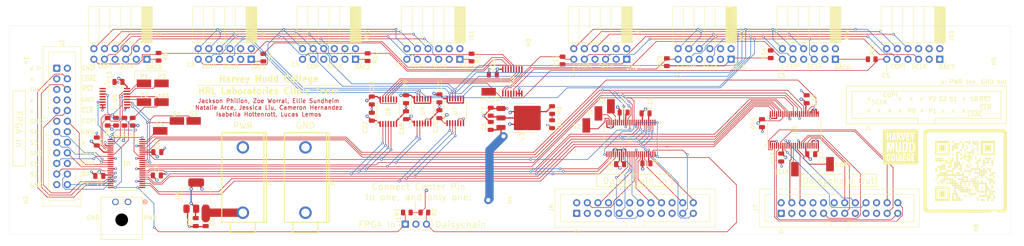
<source format=kicad_pcb>
(kicad_pcb (version 20241229) (generator "pcbnew") (generator_version "9.0")
  (layers (0 "F.Cu" signal "Front Copper (1)") (4 "In1.Cu" power "GND Copper (2)") (6 "In2.Cu" power "PWR Copper (3)") (2 "B.Cu" signal "Back Copper (4)") (13 "F.Paste" user) (5 "F.SilkS" user "F.Silkscreen") (7 "B.SilkS" user "B.Silkscreen") (1 "F.Mask" user) (3 "B.Mask" user) (25 "Edge.Cuts" user))
  (net 0 "")
  (net 1 "/1V8")
  (net 2 "GND")
  (net 3 "/supplyPower")
  (net 4 "/3V3")
  (net 5 "Net-(D1-A)")
  (net 6 "/~{leader}")
  (net 7 "/~{follower}")
  (net 8 "/Fin_~{LDAC}")
  (net 10 "/Fin_S0")
  (net 11 "/Fin_S3")
  (net 12 "/Fin_~{RESET}")
  (net 13 "/Fin_CS")
  (net 15 "/Fin_SCLK")
  (net 16 "/Fin_S2")
  (net 19 "/Fin_S1")
  (net 21 "/Fin_S4")
  (net 22 "/Fin_~{CLR}")
  (net 23 "/Fin_COPI")
  (net 24 "/Din_pass0")
  (net 25 "/Din_pass2")
  (net 26 "/Din_~{CLR}")
  (net 27 "/Din_S2")
  (net 28 "/Din_~{RESET}")
  (net 29 "/Din_S1")
  (net 30 "/Din_pass1")
  (net 31 "/Din_COPI")
  (net 32 "/Din_S0")
  (net 33 "/Din_~{LDAC}")
  (net 34 "/Din_SCLK")
  (net 35 "/Dout_S0")
  (net 36 "/Dout_S1")
  (net 37 "/Dout_SCLK")
  (net 38 "/Dout_pass1")
  (net 39 "/Dout_~{CLR}")
  (net 40 "/Dout_COPI")
  (net 41 "/Dout_~{RESET}")
  (net 42 "/Dout_pass0")
  (net 43 "/Dout_pass2")
  (net 44 "/Dout_S2")
  (net 45 "/Dout_~{LDAC}")
  (net 46 "/CS_0")
  (net 47 "/~{LDAC}")
  (net 48 "/SCLK")
  (net 49 "/COPI")
  (net 50 "/~{CLR}")
  (net 52 "/~{RESET}")
  (net 54 "/CS_1")
  (net 59 "/CS_2")
  (net 60 "/CS_3")
  (net 64 "/CS_4")
  (net 68 "/CS_5")
  (net 70 "/CS_6")
  (net 73 "/CS_7")
  (net 75 "/leadP0_1V8")
  (net 76 "/leadP1_1V8")
  (net 77 "/leadP2_1V8")
  (net 78 "/test_SCLK")
  (net 79 "/test_COPI")
  (net 80 "/test_S0")
  (net 81 "/test_S1")
  (net 82 "/test_S2")
  (net 83 "/test_CS")
  (net 84 "/leadCS_1V8")
  (net 85 "/~{LDAC}_1V8")
  (net 86 "/S3_1V8")
  (net 88 "/pass2_1V8")
  (net 89 "/int_CS_1V8")
  (net 90 "/S2_1V8")
  (net 91 "/pass0_1V8")
  (net 92 "/~{RESET}_1V8")
  (net 93 "/S4_1V8")
  (net 94 "/COPI_1V8")
  (net 95 "/SCLK_1V8")
  (net 96 "/S0_1V8")
  (net 97 "/~{CLR}_1V8")
  (net 98 "/pass1_1V8")
  (net 99 "/S1_1V8")
  (net 100 "/CS_1V8")
  (net 111 "/S2")
  (net 114 "/S0")
  (net 115 "/int_CS")
  (net 116 "/S1")
  (footprint "Capacitor_SMD:C_0805_2012Metric" (layer "F.Cu") (at 123.099916 97.4 -90)
    (property "Reference" "C21")
    (property "Value" "0.1uF")
  )
  (footprint "S1751-46R:HARWIN_S1751-46R" (layer "F.Cu") (at 52.3 93.8 180)
    (property "Reference" "T11" (hide yes))
    (property "Value" "TestPoint")
  )
  (footprint "Resistor_SMD:R_0805_2012Metric" (layer "F.Cu") (at 130.8 87.5875 -90)
    (property "Reference" "R11")
    (property "Value" "10k")
  )
  (footprint "Connector_PinSocket_2.54mm:PinSocket_2x06_P2.54mm_Horizontal" (layer "F.Cu") (at 193 88 -90)
    (property "Reference" "J13")
    (property "Value" "Conn_02x06_Odd_Even")
  )
  (footprint "Connector_IDC:IDC-Header_2x12_P2.54mm_Vertical" (layer "F.Cu") (at 156 125 90)
    (property "Reference" "J4")
    (property "Value" "Conn_02x12_Odd_Even")
  )
  (footprint "Resistor_SMD:R_0805_2012Metric" (layer "F.Cu") (at 226.7 88 180)
    (property "Reference" "R15")
    (property "Value" "10k")
  )
  (footprint "CD74HC4051PWR:PW16" (layer "F.Cu") (at 140.574999 93.321 90)
    (property "Reference" "U10")
    (property "Value" "CD74HC4051PWR")
  )
  (footprint "MountingHole:MountingHole_3.2mm_M3" (layer "F.Cu") (at 24 126)
    (property "Reference" "H2")
    (property "Value" "MountingHole")
  )
  (footprint "S1751-46R:HARWIN_S1751-46R" (layer "F.Cu") (at 56.5 98.3 180)
    (property "Reference" "T9" (hide yes))
    (property "Value" "TestPoint")
  )
  (footprint "Resistor_SMD:R_0805_2012Metric" (layer "F.Cu") (at 202.5 86.8 -90)
    (property "Reference" "R14")
    (property "Value" "10k")
  )
  (footprint "24-243-2_Banana:CONN-TH_24.243.2_Better_Silkscreen" (layer "F.Cu") (at 91 117 -90)
    (property "Reference" "J6")
    (property "Value" "Black Banana")
  )
  (footprint "Capacitor_SMD:C_0805_2012Metric" (layer "F.Cu") (at 115.099916 101.45 90)
    (property "Reference" "C18")
    (property "Value" "0.1uF")
  )
  (footprint "Connector_PinSocket_2.54mm:PinSocket_2x06_P2.54mm_Horizontal" (layer "F.Cu") (at 103 88 -90)
    (property "Reference" "J10")
    (property "Value" "Conn_02x06_Odd_Even")
  )
  (footprint "Capacitor_SMD:C_0805_2012Metric" (layer "F.Cu") (at 211.1 97.6 90)
    (property "Reference" "C15")
    (property "Value" "0.1uF")
  )
  (footprint "Resistor_SMD:R_0805_2012Metric" (layer "F.Cu") (at 105.9 87.5 -90)
    (property "Reference" "R10")
    (property "Value" "10k")
  )
  (footprint "Capacitor_SMD:C_0805_2012Metric" (layer "F.Cu") (at 115.099916 97.6 -90)
    (property "Reference" "C19")
    (property "Value" "0.1uF")
  )
  (footprint "S1751-46R:HARWIN_S1751-46R" (layer "F.Cu") (at 134.9 95.8)
    (property "Reference" "T13" (hide yes))
    (property "Value" "TestPoint")
  )
  (footprint "Capacitor_SMD:C_0805_2012Metric" (layer "F.Cu") (at 135.9 91.7 180)
    (property "Reference" "C24")
    (property "Value" "0.1uF")
  )
  (footprint "S1751-46R:HARWIN_S1751-46R" (layer "F.Cu") (at 216.7 113.2 90)
    (property "Reference" "T2" (hide yes))
    (property "Value" "TestPoint")
  )
  (footprint "Package_TO_SOT_SMD:SOT-223-3_TabPin2" (layer "F.Cu") (at 64.8 120.75 90)
    (property "Reference" "U4")
    (property "Value" "AMS1117-1.8")
  )
  (footprint "MountingHole:MountingHole_3.2mm_M3" (layer "F.Cu") (at 256 84)
    (property "Reference" "H5")
    (property "Value" "MountingHole")
  )
  (footprint "S1751-46R:HARWIN_S1751-46R" (layer "F.Cu") (at 52.3 98.3)
    (property "Reference" "T12" (hide yes))
    (property "Value" "TestPoint")
  )
  (footprint "S1751-46R:HARWIN_S1751-46R" (layer "F.Cu") (at 158.3 103.9 -90)
    (property "Reference" "T5" (hide yes))
    (property "Value" "TestPoint")
  )
  (footprint "S1751-46R:HARWIN_S1751-46R" (layer "F.Cu") (at 56.2 105.2 180)
    (property "Reference" "T8" (hide yes))
    (property "Value" "TestPoint")
  )
  (footprint "TXU0104PWR:TSSOP_0104PWR_TEX" (layer "F.Cu") (at 119.049958 100.45275 90)
    (property "Reference" "U9")
    (property "Value" "TXU0104PWR")
  )
  (footprint "Connector_PinSocket_2.54mm:PinSocket_2x06_P2.54mm_Horizontal" (layer "F.Cu") (at 78 88 -90)
    (property "Reference" "J9")
    (property "Value" "Conn_02x06_Odd_Even")
  )
  (footprint "Capacitor_SMD:C_0805_2012Metric" (layer "F.Cu") (at 64.7 127.1 -90)
    (property "Reference" "C8")
    (property "Value" "22uF")
  )
  (footprint "Capacitor_SMD:C_0805_2012Metric" (layer "F.Cu") (at 41.6 116.015868 180)
    (property "Reference" "C3")
    (property "Value" "0.1uF")
  )
  (footprint "Capacitor_SMD:C_0805_2012Metric" (layer "F.Cu") (at 135.4 100.6 90)
    (property "Reference" "C7")
    (property "Value" "22uF")
  )
  (footprint "Capacitor_SMD:C_0805_2012Metric" (layer "F.Cu") (at 172.7 113)
    (property "Reference" "C9")
    (property "Value" "0.1uF")
  )
  (footprint "MountingHole:MountingHole_3.2mm_M3" (layer "F.Cu") (at 256 126)
    (property "Reference" "H6")
    (property "Value" "MountingHole")
  )
  (footprint "MountingHole:MountingHole_3.2mm_M3" (layer "F.Cu") (at 140 126)
    (property "Reference" "H4")
    (property "Value" "MountingHole")
  )
  (footprint "CD74HC4051PWR:PW16" (layer "F.Cu") (at 45.321 97.325001)
    (property "Reference" "U6")
    (property "Value" "CD74HC4051PWR")
  )
  (footprint "Capacitor_SMD:C_0805_2012Metric" (layer "F.Cu") (at 123.099916 101.2 90)
    (property "Reference" "C20")
    (property "Value" "0.1uF")
  )
  (footprint "436500200:CONN_SD-43650-001_02_MOL" (layer "F.Cu") (at 48.4666 122.241901)
    (property "Reference" "J3")
    (property "Value" "436500200")
  )
  (footprint "MountingHole:MountingHole_3.2mm_M3" (layer "F.Cu") (at 24 84)
    (property "Reference" "H1")
    (property "Value" "MountingHole")
  )
  (footprint "Resistor_SMD:R_0805_2012Metric" (layer "F.Cu") (at 47.6 103 -90)
    (property "Reference" "R7")
    (property "Value" "10k")
  )
  (footprint "Capacitor_SMD:C_0805_2012Metric" (layer "F.Cu") (at 172.5 101)
    (property "Reference" "C11")
    (property "Value" "0.1uF")
  )
  (footprint "Capacitor_SMD:C_0805_2012Metric" (layer "F.Cu") (at 166.4 113.2)
    (property "Reference" "C10")
    (property "Value" "0.1uF")
  )
  (footprint "SN74AUC16244DGGR:DGG48" (layer "F.Cu") (at 169 107 -90)
    (property "Reference" "U2")
    (property "Value" "SN74AUC16244DGGR")
  )
  (footprint "LED_SMD:LED_0805_2012Metric" (layer "F.Cu") (at 150.1 103.6 90)
    (property "Reference" "D1")
    (property "Value" "HSMA-C170")
  )
  (footprint "Resistor_SMD:R_0805_2012Metric" (layer "F.Cu") (at 119.5 124.8)
    (property "Reference" "R2")
    (property "Value" "10k")
  )
  (footprint "Connector_PinSocket_2.54mm:PinSocket_2x06_P2.54mm_Horizontal" (layer "F.Cu") (at 128 88 -90)
    (property "Reference" "J11")
    (property "Value" "Conn_02x06_Odd_Even")
  )
  (footprint "LOGO" (layer "F.Cu") (at 233.6 109.038896)
    (property "Reference" "G***" (hide yes))
    (property "Value" "LOGO" (hide yes))
  )
  (footprint "Capacitor_SMD:C_0805_2012Metric" (layer "F.Cu") (at 167.25 100.8)
    (property "Reference" "C12")
    (property "Value" "0.1uF")
  )
  (footprint "Resistor_SMD:R_0805_2012Metric" (layer "F.Cu") (at 55.8 87.4 -90)
    (property "Reference" "R8")
    (property "Value" "10k")
  )
  (footprint "S1751-46R:HARWIN_S1751-46R" (layer "F.Cu") (at 56.5 93.8 180)
    (property "Reference" "T10" (hide yes))
    (property "Value" "TestPoint")
  )
  (footprint "Connector_PinHeader_2.54mm:PinHeader_1x03_P2.54mm_Vertical" (layer "F.Cu") (at 114.92 127.6 90)
    (property "Reference" "J1")
    (property "Value" "Conn_01x03")
  )
  (footprint "Capacitor_SMD:C_0805_2012Metric" (layer "F.Cu") (at 200.4 103.35 -90)
    (property "Reference" "C14")
    (property "Value" "0.1uF")
  )
  (footprint "S1751-46R:HARWIN_S1751-46R" (layer "F.Cu") (at 64.2 102.8 180)
    (property "Reference" "T6" (hide yes))
    (property "Value" "TestPoint")
  )
  (footprint "SN74AUC16244DGGR:DGG48" (layer "F.Cu") (at 48.099149 113.05 180)
    (property "Reference" "U1")
    (property "Value" "SN74AUC16244DGGR")
  )
  (footprint "Connector_PinSocket_2.54mm:PinSocket_2x06_P2.54mm_Horizontal" (layer "F.Cu") (at 218 88 -90)
    (property "Reference" "J14")
    (property "Value" "Conn_02x06_Odd_Even")
  )
  (footprint "Connector_PinSocket_2.54mm:PinSocket_2x06_P2.54mm_Horizontal" (layer "F.Cu") (at 53 88 -90)
    (property "Reference" "J8")
    (property "Value" "Conn_02x06_Odd_Even")
  )
  (footprint "S1751-46R:HARWIN_S1751-46R" (layer "F.Cu") (at 208.3 114.4 90)
    (property "Reference" "T1" (hide yes))
    (property "Value" "TestPoint")
  )
  (footprint "Resistor_SMD:R_0805_2012Metric" (layer "F.Cu") (at 177.6 88.7 -90)
    (property "Reference" "R13")
    (property "Value" "10k")
  )
  (footprint "TXU0104PWR:TSSOP_0104PWR_TEX" (layer "F.Cu") (at 126.899916 100.4 90)
    (property "Reference" "U7")
    (property "Value" "TXU0104PWR")
  )
  (footprint "Capacitor_SMD:C_0805_2012Metric" (layer "F.Cu") (at 106.899916 97.9 -90)
    (property "Reference" "C23")
    (property "Value" "0.1uF")
  )
  (footprint "Capacitor_SMD:C_0805_2012Metric" (layer "F.Cu") (at 55.5 110.3)
    (property "Reference" "C2")
    (property "Value" "0.1uF")
  )
  (footprint "LOGO" (layer "F.Cu") (at 249.1 114.9)
    (property "Reference" "G***" (hide yes))
    (property "Value" "LOGO" (hide yes))
  )
  (footprint "Capacitor_SMD:C_0805_2012Metric" (layer "F.Cu") (at 212.2 110.8)
    (property "Reference" "C17")
    (property "Value" "0.1uF")
  )
  (footprint "SN74AUC16244DGGR:DGG48" (layer "F.Cu") (at 208.149865 104.951983 90)
    (property "Reference" "U5")
    (property "Value" "SN74AUC16244DGGR")
  )
  (footprint "Capacitor_SMD:C_0805_2012Metric" (layer "F.Cu") (at 67.1 127.1 -90)
    (property "Reference" "C6")
    (property "Value" "10uF")
  )
  (footprint "S1751-46R:HARWIN_S1751-46R" (layer "F.Cu") (at 161.2 101 -90)
    (property "Reference" "T4" (hide yes))
    (property "Value" "TestPoint")
  )
  (footprint "Capacitor_SMD:C_0805_2012Metric" (layer "F.Cu") (at 41 107.75 90)
    (property "Reference" "C1")
    (property "Value" "0.1uF")
  )
  (footprint "Resistor_SMD:R_0805_2012Metric" (layer "F.Cu") (at 43.6 103 -90)
    (property "Reference" "R6")
    (property "Value" "10k")
  )
  (footprint "TXU0104PWR:TSSOP_0104PWR_TEX" (layer "F.Cu") (at 110.84993 100.6055 90)
    (property "Reference" "U8")
    (property "Value" "TXU0104PWR")
  )
  (footprint "Capacitor_SMD:C_0805_2012Metric" (layer "F.Cu") (at 106.899916 101.8 90)
    (property "Reference" "C22")
    (property "Value" "0.1uF")
  )
  (footprint "Connector_PinSocket_2.54mm:PinSocket_2x06_P2.54mm_Horizontal" (layer "F.Cu") (at 168 88 -90)
    (property "Reference" "J12")
    (property "Value" "Conn_02x06_Odd_Even")
  )
  (footprint "Resistor_SMD:R_0805_2012Metric" (layer "F.Cu") (at 152.6 88.3 -90)
    (property "Reference" "R12")
    (property "Value" "10k")
  )
  (footprint "24-243-2_Banana:CONN-TH_24.243.2_Better_Silkscreen" (layer "F.Cu") (at 76 117 -90)
    (property "Reference" "J5")
    (property "Value" "Red Banana")
  )
  (footprint "Capacitor_SMD:C_0805_2012Metric" (layer "F.Cu") (at 135.4 104 90)
    (property "Reference" "C5")
    (property "Value" "10uF")
  )
  (footprint "Resistor_SMD:R_0805_2012Metric" (layer "F.Cu") (at 150.1 100.2 90)
    (property "Reference" "R3")
    (property "Value" "2.2k")
  )
  (footprint "S1751-46R:HARWIN_S1751-46R" (layer "F.Cu") (at 164.2 99.3 90)
    (property "Reference" "T3" (hide yes))
    (property "Value" "TestPoint")
  )
  (footprint "Capacitor_SMD:C_0805_2012Metric" (layer "F.Cu") (at 46.192 93.450002 180)
    (property "Reference" "C13")
    (property "Value" "0.1uF")
  )
  (footprint "Resistor_SMD:R_0805_2012Metric" (layer "F.Cu") (at 45.6 103 -90)
    (property "Reference" "R5")
    (property "Value" "10k")
  )
  (footprint "MountingHole:MountingHole_3.2mm_M3" (layer "F.Cu") (at 140 84)
    (property "Reference" "H3")
    (property "Value" "MountingHole")
  )
  (footprint "Connector_PinSocket_2.54mm:PinSocket_2x06_P2.54mm_Horizontal" (layer "F.Cu") (at 243 88 -90)
    (property "Reference" "J15")
    (property "Value" "Conn_02x06_Odd_Even")
  )
  (footprint "Resistor_SMD:R_0805_2012Metric" (layer "F.Cu") (at 115.3 124.8 180)
    (property "Reference" "R1")
    (property "Value" "10k")
  )
  (footprint "Resistor_SMD:R_0805_2012Metric" (layer "F.Cu") (at 80.9 87.6 -90)
    (property "Reference" "R9")
    (property "Value" "10k")
  )
  (footprint "Connector_IDC:IDC-Header_2x12_P2.54mm_Vertical" (layer "F.Cu") (at 31.4 90.16)
    (property "Reference" "J2")
    (property "Value" "Conn_02x12_Odd_Even")
  )
  (footprint "Capacitor_SMD:C_0805_2012Metric" (layer "F.Cu") (at 55.4 115.9)
    (property "Reference" "C4")
    (property "Value" "0.1uF")
  )
  (footprint "Package_TO_SOT_SMD:TO-252-3_TabPin2" (layer "F.Cu") (at 142.9 102.1)
    (property "Reference" "U3")
    (property "Value" "AZ1084CD-3.3TRG1")
  )
  (footprint "Connector_IDC:IDC-Header_2x12_P2.54mm_Vertical" (layer "F.Cu") (at 205 125 90)
    (property "Reference" "J7")
    (property "Value" "Conn_02x12_Odd_Even")
  )
  (footprint "Resistor_SMD:R_0805_2012Metric" (layer "F.Cu") (at 49.6 103 -90)
    (property "Reference" "R4")
    (property "Value" "10k")
  )
  (footprint "S1751-46R:HARWIN_S1751-46R" (layer "F.Cu") (at 60.2 102.8 180)
    (property "Reference" "T7" (hide yes))
    (property "Value" "TestPoint")
  )
  (footprint "Capacitor_SMD:C_0805_2012Metric" (layer "F.Cu") (at 205 111.6 -90)
    (property "Reference" "C16")
    (property "Value" "0.1uF")
  )
  (gr_rect (start 20.9 95.6) (end 23.9 113.6) (stroke (width 0.153)) (fill no) (layer "F.SilkS"))
  (gr_line (start 237.75 103.51) (end 237.75 102.2) (stroke (width 0.15)) (layer "F.SilkS"))
  (gr_line (start 220.62 94.39) (end 258.98 94.39) (stroke (width 0.15)) (layer "F.SilkS"))
  (gr_line (start 155.3 89) (end 155.3 91) (stroke (width 0.15)) (layer "F.SilkS"))
  (gr_line (start 205.3 89) (end 205.3 91) (stroke (width 0.15)) (layer "F.SilkS"))
  (gr_line (start 40.5 89.2) (end 40.5 90.3) (stroke (width 0.15)) (layer "F.SilkS"))
  (gr_line (start 257.68 95.7) (end 221.92 95.7) (stroke (width 0.15)) (layer "F.SilkS"))
  (gr_line (start 225.33 104.9) (end 226.33 104.9) (stroke (width 0.15)) (layer "F.SilkS"))
  (gr_line (start 257.68 95.7) (end 257.68 102.2) (stroke (width 0.15)) (layer "F.SilkS"))
  (gr_line (start 258.98 94.39) (end 258.98 103.51) (stroke (width 0.15)) (layer "F.SilkS"))
  (gr_line (start 258.98 103.51) (end 220.62 103.51) (stroke (width 0.15)) (layer "F.SilkS"))
  (gr_line (start 50.1 93.3) (end 50.1 90.8) (stroke (width 0.15)) (layer "F.SilkS"))
  (gr_line (start 50.1 90.8) (end 57.7 90.8) (stroke (width 0.15)) (layer "F.SilkS"))
  (gr_line (start 241.85 102.2) (end 257.68 102.2) (stroke (width 0.15)) (layer "F.SilkS"))
  (gr_rect (start 160.8 115.6) (end 178.8 118.6) (stroke (width 0.153)) (fill no) (layer "F.SilkS"))
  (gr_line (start 220.62 94.39) (end 220.62 103.51) (stroke (width 0.15)) (layer "F.SilkS"))
  (gr_line (start 241.85 102.2) (end 241.85 103.51) (stroke (width 0.15)) (layer "F.SilkS"))
  (gr_line (start 65.1 94.3) (end 99.3 94.3) (stroke (width 0.15)) (layer "F.SilkS"))
  (gr_line (start 221.92 102.2) (end 221.92 95.7) (stroke (width 0.15)) (layer "F.SilkS"))
  (gr_line (start 39.1 89.2) (end 40.5 89.2) (stroke (width 0.15)) (layer "F.SilkS"))
  (gr_line (start 180.3 89) (end 180.3 91) (stroke (width 0.15)) (layer "F.SilkS"))
  (gr_rect (start 209.8 115.6) (end 227.8 118.6) (stroke (width 0.153)) (fill no) (layer "F.SilkS"))
  (gr_line (start 226.33 104.9) (end 225.83 103.9) (stroke (width 0.15)) (layer "F.SilkS"))
  (gr_line (start 225.83 103.9) (end 225.33 104.9) (stroke (width 0.15)) (layer "F.SilkS"))
  (gr_line (start 221.92 102.2) (end 237.75 102.2) (stroke (width 0.15)) (layer "F.SilkS"))
  (gr_line (start 230.3 89) (end 230.3 91) (stroke (width 0.15)) (layer "F.SilkS"))
  (gr_line (start 117.4 122.1) (end 117.4 126) (stroke (width 0.153)) (layer "F.SilkS"))
  (gr_rect (start 20 80) (end 260 130) (stroke (width 0.05)) (fill no) (layer "Edge.Cuts"))
  (gr_text "Jackson Philion, Zoe Worral, Ellie Sundheim\nNatalie Arce, Jessica Liu, Cameron Hernandez\nIsabella Hottenrott, Lucas Lemos" (at 82.2 101.8 0) (layer "F.Cu") (effects (font (size 1 1)) (justify bottom)))
  (gr_text "~{RST}" (at 252.4 98.3 0) (layer "F.SilkS") (effects (font (size 1 1)) (justify left bottom)))
  (gr_text "S0" (at 37.3 116.1 0) (layer "F.SilkS") (effects (font (size 1 1)) (justify left bottom)))
  (gr_text "COPI" (at 37.3 103.4 0) (layer "F.SilkS") (effects (font (size 1 1)) (justify left bottom)))
  (gr_text "S2" (at 155 104.7 0) (layer "F.SilkS") (effects (font (size 1 1)) (justify left bottom)))
  (gr_text "COPI" (at 116.1 90.3 0) (layer "F.SilkS") (effects (font (size 1 1)) (justify left bottom)))
  (gr_text "SCLK" (at 46.1 90.3 0) (layer "F.SilkS") (effects (font (size 1 1)) (justify left bottom)))
  (gr_text "x" (at 24.9 90.809092 0) (layer "F.SilkS") (effects (font (size 1 1)) (justify left bottom)))
  (gr_text "CS" (at 179 92.5 0) (layer "F.SilkS") (effects (font (size 1 1)) (justify left bottom)))
  (gr_text "x" (at 24.9 98.445454 0) (layer "F.SilkS") (effects (font (size 1 1)) (justify left bottom)))
  (gr_text "CS" (at 154 92.5 0) (layer "F.SilkS") (effects (font (size 1 1)) (justify left bottom)))
  (gr_text "CS" (at 112.5 89.9 0) (layer "F.SilkS") (effects (font (size 1 1)) (justify left bottom)))
  (gr_text "SCLK" (at 37.3 111.1 0) (layer "F.SilkS") (effects (font (size 1 1)) (justify left bottom)))
  (gr_text "S0" (at 250.2 98.1 0) (layer "F.SilkS") (effects (font (size 1 1)) (justify left bottom)))
  (gr_text "SCLK" (at 226.6 98.9 0) (layer "F.SilkS") (effects (font (size 1 1)) (justify left bottom)))
  (gr_text "~{LDAC}" (at 37.3 93.3 0) (layer "F.SilkS") (effects (font (size 1 1)) (justify left bottom)))
  (gr_text "COPI" (at 229.3 97.2 0) (layer "F.SilkS") (effects (font (size 1 1)) (justify left bottom)))
  (gr_text "P1" (at 240.2 101 0) (layer "F.SilkS") (effects (font (size 1 1)) (justify left bottom)))
  (gr_text "x" (at 248.2 100.9 0) (layer "F.SilkS") (effects (font (size 1 1)) (justify left bottom)))
  (gr_text "GND" (at 91 104.8 0) (layer "F.SilkS") (effects (font (size 1.53 1.53) (thickness 0.153)) (justify bottom)))
  (gr_text "CS" (at 24.9 113.718178 0) (layer "F.SilkS") (effects (font (size 1 1)) (justify left bottom)))
  (gr_text "S4" (at 59.1 101.7 0) (layer "F.SilkS") (effects (font (size 1 1)) (justify left bottom)))
  (gr_text "S1" (at 245.2 98.1 0) (layer "F.SilkS") (effects (font (size 1 1)) (justify left bottom)))
  (gr_text "int_CS" (at 132.7 98.1 0) (layer "F.SilkS") (effects (font (size 1 1)) (justify left bottom)))
  (gr_text "x" (at 238.1 98 0) (layer "F.SilkS") (effects (font (size 1 1)) (justify left bottom)))
  (gr_text "DAC3" (at 127.7 90.5 0) (layer "F.SilkS") (effects (font (size 1 1)) (justify left bottom)))
  (gr_text "S4" (at 24.9 106.081816 0) (layer "F.SilkS") (effects (font (size 1 1)) (justify left bottom)))
  (gr_text "COPI" (at 91.1 90.3 0) (layer "F.SilkS") (effects (font (size 1 1)) (justify left bottom)))
  (gr_text "COPI" (at 231.1 90.3 0) (layer "F.SilkS") (effects (font (size 1 1)) (justify left bottom)))
  (gr_text "GND" (at 37.2 113.6 0) (layer "F.SilkS") (effects (font (size 1 1)) (justify left bottom)))
  (gr_text "S1" (at 37.3 118.6 0) (layer "F.SilkS") (effects (font (size 1 1)) (justify left bottom)))
  (gr_text "S1" (at 158.1 101.3 0) (layer "F.SilkS") (effects (font (size 1 1)) (justify left bottom)))
  (gr_text "SCLK" (at 71.1 90.3 0) (layer "F.SilkS") (effects (font (size 1 1)) (justify left bottom)))
  (gr_text "P0" (at 55.5 92.7 0) (layer "F.SilkS") (effects (font (size 1 1)) (justify left bottom)))
  (gr_text "~{CLR}" (at 37.3 100.9 0) (layer "F.SilkS") (effects (font (size 1 1)) (justify left bottom)))
  (gr_text "x" (at 37.3 108.5 0) (layer "F.SilkS") (effects (font (size 1 1)) (justify left bottom)))
  (gr_text "SCLK" (at 236.1 90.3 0) (layer "F.SilkS") (effects (font (size 1 1)) (justify left bottom)))
  (gr_text "GND" (at 24.9 118.809092 0) (layer "F.SilkS") (effects (font (size 1 1)) (justify left bottom)))
  (gr_text "x" (at 24.9 100.990908 0) (layer "F.SilkS") (effects (font (size 1 1)) (justify left bottom)))
  (gr_text "COPI" (at 66.1 90.3 0) (layer "F.SilkS") (effects (font (size 1 1)) (justify left bottom)))
  (gr_text "CS" (at 87.5 89.9 0) (layer "F.SilkS") (effects (font (size 1 1)) (justify left bottom)))
  (gr_text "PWR" (at 76 104.9 0) (layer "F.SilkS") (effects (font (size 1.53 1.53) (thickness 0.153)) (justify bottom)))
  (gr_text "Daisychain" (at 122 128.6 0) (layer "F.SilkS") (effects (font (size 1.53 1.53) (thickness 0.153)) (justify left bottom)))
  (gr_text "SCLK" (at 161.1 90.3 0) (layer "F.SilkS") (effects (font (size 1 1)) (justify left bottom)))
  (gr_text "S3" (at 24.9 108.62727 0) (layer "F.SilkS") (effects (font (size 1 1)) (justify left bottom)))
  (gr_text "CS" (at 204 92.5 0) (layer "F.SilkS") (effects (font (size 1 1)) (justify left bottom)))
  (gr_text "DAC5" (at 192.7 90.5 0) (layer "F.SilkS") (effects (font (size 1 1)) (justify left bottom)))
  (gr_text "x" (at 233 98 0) (layer "F.SilkS") (effects (font (size 1 1)) (justify left bottom)))
  (gr_text "~{RST}" (at 37.3 95.7 0) (layer "F.SilkS") (effects (font (size 1 1)) (justify left bottom)))
  (gr_text "CS" (at 55.1 104.1 0) (layer "F.SilkS") (effects (font (size 1 1)) (justify left bottom)))
  (gr_text "CS" (at 229 92.5 0) (layer "F.SilkS") (effects (font (size 1 1)) (justify left bottom)))
  (gr_text "DAC7" (at 242.7 90.5 0) (layer "F.SilkS") (effects (font (size 1 1)) (justify left bottom)))
  (gr_text "DAC4" (at 167.7 90.5 0) (layer "F.SilkS") (effects (font (size 1 1)) (justify left bottom)))
  (gr_text "x" (at 230.5 100.8 0) (layer "F.SilkS") (effects (font (size 1 1)) (justify left bottom)))
  (gr_text "Daisychain In" (at 170 118.1 0) (layer "F.SilkS") (effects (font (size 1.53 1.53) (thickness 0.153)) (justify bottom)))
  (gr_text "x" (at 238.2 100.8 0) (layer "F.SilkS") (effects (font (size 1 1)) (justify left bottom)))
  (gr_text "x" (at 248.3 98 0) (layer "F.SilkS") (effects (font (size 1 1)) (justify left bottom)))
  (gr_text "x" (at 243.2 100.9 0) (layer "F.SilkS") (effects (font (size 1 1)) (justify left bottom)))
  (gr_text "Daisychain Out" (at 218.7 118.1 0) (layer "F.SilkS") (effects (font (size 1.53 1.53) (thickness 0.153)) (justify bottom)))
  (gr_text "COPI" (at 217.8 113.9 0) (layer "F.SilkS") (effects (font (size 1 1)) (justify left bottom)))
  (gr_text "x" (at 233 100.8 0) (layer "F.SilkS") (effects (font (size 1 1)) (justify left bottom)))
  (gr_text "P0" (at 235.2 101 0) (layer "F.SilkS") (effects (font (size 1 1)) (justify left bottom)))
  (gr_text "x: PWR top, GND bot" (at 243.2 94 0) (layer "F.SilkS") (effects (font (size 1 1)) (justify left bottom)))
  (gr_text "CS" (at 62.5 89.9 0) (layer "F.SilkS") (effects (font (size 1 1)) (justify left bottom)))
  (gr_text "P2" (at 51.3 97.2 0) (layer "F.SilkS") (effects (font (size 1 1)) (justify left bottom)))
  (gr_text "~{CLR}" (at 252.5 100.2 0) (layer "F.SilkS") (effects (font (size 1 1)) (justify left bottom)))
  (gr_text "x" (at 228 100.8 0) (layer "F.SilkS") (effects (font (size 1 1)) (justify left bottom)))
  (gr_text "COPI" (at 41.1 90.3 0) (layer "F.SilkS") (effects (font (size 1 1)) (justify left bottom)))
  (gr_text "GND" (at 38.5 126.6 0) (layer "F.SilkS") (effects (font (size 1 1)) (justify left bottom)))
  (gr_text "~{LDAC}" (at 249.5 101.8 0) (layer "F.SilkS") (effects (font (size 1 1)) (justify left bottom)))
  (gr_text "SCLK" (at 96.1 90.3 0) (layer "F.SilkS") (effects (font (size 1 1)) (justify left bottom)))
  (gr_text "x" (at 235.7 98 0) (layer "F.SilkS") (effects (font (size 1 1)) (justify left bottom)))
  (gr_text "COPI" (at 206.1 90.3 0) (layer "F.SilkS") (effects (font (size 1 1)) (justify left bottom)))
  (gr_text "GND" (at 24.9 103.536362 0) (layer "F.SilkS") (effects (font (size 1 1)) (justify left bottom)))
  (gr_text "SCLK" (at 186.1 90.3 0) (layer "F.SilkS") (effects (font (size 1 1)) (justify left bottom)))
  (gr_text "S2" (at 24.9 116.263632 0) (layer "F.SilkS") (effects (font (size 1 1)) (justify left bottom)))
  (gr_text "GND" (at 24.9 95.9 0) (layer "F.SilkS") (effects (font (size 1 1)) (justify left bottom)))
  (gr_text "DAC1" (at 77.7 90.5 0) (layer "F.SilkS") (effects (font (size 1 1)) (justify left bottom)))
  (gr_text "DAC0" (at 52.7 90.5 0) (layer "F.SilkS") (effects (font (size 1 1)) (justify left bottom)))
  (gr_text "P2" (at 240.2 98.1 0) (layer "F.SilkS") (effects (font (size 1 1)) (justify left bottom)))
  (gr_text "SCLK" (at 211.1 90.3 0) (layer "F.SilkS") (effects (font (size 1 1)) (justify left bottom)))
  (gr_text "DAC6" (at 217.7 90.5 0) (layer "F.SilkS") (effects (font (size 1 1)) (justify left bottom)))
  (gr_text "SCLK" (at 203.2 115.6 0) (layer "F.SilkS") (effects (font (size 1 1)) (justify left bottom)))
  (gr_text "COPI" (at 181.1 90.3 0) (layer "F.SilkS") (effects (font (size 1 1)) (justify left bottom)))
  (gr_text "SCLK" (at 121.1 90.3 0) (layer "F.SilkS") (effects (font (size 1 1)) (justify left bottom)))
  (gr_text "Lead" (at 54.7 97.2 0) (layer "F.SilkS") (effects (font (size 1 1)) (justify left bottom)))
  (gr_text "S0" (at 160.9 98.5 0) (layer "F.SilkS") (effects (font (size 1 1)) (justify left bottom)))
  (gr_text "x" (at 225.5 98 0) (layer "F.SilkS") (effects (font (size 1 1)) (justify left bottom)))
  (gr_text "Connect Center Pin\nto one, and only one:" (at 118.1 122 0) (layer "F.SilkS") (effects (font (size 1.53 1.53) (thickness 0.153)) (justify bottom)))
  (gr_text "S2" (at 242.7 98.1 0) (layer "F.SilkS") (effects (font (size 1 1)) (justify left bottom)))
  (gr_text "GND" (at 37.2 98.3 0) (layer "F.SilkS") (effects (font (size 1 1)) (justify left bottom)))
  (gr_text "x" (at 245.7 100.9 0) (layer "F.SilkS") (effects (font (size 1 1)) (justify left bottom)))
  (gr_text "Harvey Mudd College" (at 82.2 93.6 0) (layer "F.SilkS") (effects (font (size 1.5 1.5) (thickness 0.3) (bold yes)) (justify bottom)))
  (gr_text "GND" (at 24.9 111.172724 0) (layer "F.SilkS") (effects (font (size 1 1)) (justify left bottom)))
  (gr_text "PWR" (at 52.2 126.6 0) (layer "F.SilkS") (effects (font (size 1 1)) (justify left bottom)))
  (gr_text "DAC2" (at 102.7 90.5 0) (layer "F.SilkS") (effects (font (size 1 1)) (justify left bottom)))
  (gr_text "S3" (at 63.2 101.7 0) (layer "F.SilkS") (effects (font (size 1 1)) (justify left bottom)))
  (gr_text "P1" (at 51.3 92.7 0) (layer "F.SilkS") (effects (font (size 1 1)) (justify left bottom)))
  (gr_text "GND" (at 37.2 90.7 0) (layer "F.SilkS") (effects (font (size 1 1)) (justify left bottom)))
  (gr_text "FPGA In" (at 103.6 128.6 0) (layer "F.SilkS") (effects (font (size 1.53 1.53) (thickness 0.153)) (justify left bottom)))
  (gr_text "COPI" (at 156.1 90.3 0) (layer "F.SilkS") (effects (font (size 1 1)) (justify left bottom)))
  (gr_text "x" (at 225.5 100.8 0) (layer "F.SilkS") (effects (font (size 1 1)) (justify left bottom)))
  (gr_text "x" (at 24.9 93.354546 0) (layer "F.SilkS") (effects (font (size 1 1)) (justify left bottom)))
  (gr_text "FPGA In" (at 21.4 104.8 -90) (layer "F.SilkS") (effects (font (size 1.53 1.53) (thickness 0.153)) (justify bottom)))
  (gr_text "GND" (at 37.2 106 0) (layer "F.SilkS") (effects (font (size 1 1)) (justify left bottom)))
  (gr_text "HRL Laboratories Clinic Team" (at 82.2 96.5 0) (layer "F.SilkS") (effects (font (size 1.5 1.5) (thickness 0.3) (bold yes)) (justify bottom)))
  (segment (start 42.6 110.3) (end 44.298298 110.3) (width 0.3) (layer "F.Cu") (net 1))
  (segment (start 210.899865 98.750135) (end 211.1 98.55) (width 0.3) (layer "F.Cu") (net 1))
  (segment (start 206.03737 111.56263) (end 205.426723 110.951983) (width 0.3) (layer "F.Cu") (net 1))
  (segment (start 123.099916 102.15) (end 124.302666 103.35275) (width 0.15) (layer "F.Cu") (net 1))
  (segment (start 212 112) (end 211.25 111.25) (width 0.3) (layer "F.Cu") (net 1))
  (segment (start 119.7 119.8) (end 119.7 123.6875) (width 0.15) (layer "F.Cu") (net 1))
  (segment (start 66.2 119.15) (end 66.2 119) (width 0.3) (layer "F.Cu") (net 1))
  (segment (start 66.2 119) (end 64.8 117.6) (width 0.3) (layer "F.Cu") (net 1))
  (segment (start 64.65 126.3) (end 64.65 124.05) (width 0.3) (layer "F.Cu") (net 1))
  (segment (start 166.3 100.8) (end 166.25 100.85) (width 0.3) (layer "F.Cu") (net 1))
  (segment (start 64.65 124.05) (end 64.8 123.9) (width 0.3) (layer "F.Cu") (net 1))
  (segment (start 119.7 123.6875) (end 118.5875 124.8) (width 0.15) (layer "F.Cu") (net 1))
  (segment (start 48.242 94.550002) (end 47.142 93.450002) (width 0.3) (layer "F.Cu") (net 1))
  (segment (start 41 108.7) (end 40.7 108.7) (width 0.3) (layer "F.Cu") (net 1))
  (segment (start 50.7875 103.9125) (end 49.6 103.9125) (width 0.15) (layer "F.Cu") (net 1))
  (segment (start 115.099916 102.4) (end 115.6 102.4) (width 0.3) (layer "F.Cu") (net 1))
  (segment (start 166.25 100.85) (end 166.25 103.199149) (width 0.3) (layer "F.Cu") (net 1))
  (segment (start 210.899865 101.151132) (end 210.899865 98.750135) (width 0.3) (layer "F.Cu") (net 1))
  (segment (start 166.3 100) (end 166.3 100.8) (width 0.3) (layer "F.Cu") (net 1))
  (segment (start 166.364552 114.114552) (end 165.45 113.2) (width 0.3) (layer "F.Cu") (net 1))
  (segment (start 205.399865 101.151132) (end 205.399865 102.04288) (width 0.15) (layer "F.Cu") (net 1))
  (segment (start 165.8 99.5) (end 166.3 100) (width 0.3) (layer "F.Cu") (net 1))
  (segment (start 166.25 112.4) (end 166.25 110.800851) (width 0.3) (layer "F.Cu") (net 1))
  (segment (start 200.775 102.775) (end 200.4 102.4) (width 0.15) (layer "F.Cu") (net 1))
  (segment (start 171.55 100.95) (end 172.5 100) (width 0.3) (layer "F.Cu") (net 1))
  (segment (start 210.899865 110.349865) (end 210.899865 108.752834) (width 0.3) (layer "F.Cu") (net 1))
  (segment (start 171.8 114.3) (end 171.75 114.25) (width 0.3) (layer "F.Cu") (net 1))
  (segment (start 47.142 93.450002) (end 47.102246 93.450002) (width 0.3) (layer "F.Cu") (net 1))
  (segment (start 54.45 116.05) (end 55.4 117) (width 0.3) (layer "F.Cu") (net 1))
  (segment (start 54.35 115.8) (end 54.45 115.9) (width 0.15) (layer "F.Cu") (net 1))
  (segment (start 211.25 111.25) (end 211.25 110.7) (width 0.3) (layer "F.Cu") (net 1))
  (segment (start 48.242 95.050002) (end 48.242 94.550002) (width 0.3) (layer "F.Cu") (net 1))
  (segment (start 210.15 97.6) (end 211.1 98.55) (width 0.3) (layer "F.Cu") (net 1))
  (segment (start 44.298298 115.8) (end 42.55 115.8) (width 0.3) (layer "F.Cu") (net 1))
  (segment (start 64.8 123.8) (end 63.6 122.6) (width 0.3) (layer "F.Cu") (net 1))
  (segment (start 64.8 123.9) (end 64.8 123.8) (width 0.3) (layer "F.Cu") (net 1))
  (segment (start 199.484577 103.321994) (end 200.4 102.406571) (width 0.3) (layer "F.Cu") (net 1))
  (segment (start 115.099916 102.4) (end 116.0945 102.4) (width 0.3) (layer "F.Cu") (net 1))
  (segment (start 205.399865 102.04288) (end 204.667745 102.775) (width 0.15) (layer "F.Cu") (net 1))
  (segment (start 205.426723 110.951983) (end 205.399865 110.951983) (width 0.3) (layer "F.Cu") (net 1))
  (segment (start 43.7125 103.9125) (end 44.6 104.8) (width 0.15) (layer "F.Cu") (net 1))
  (segment (start 47.6 107.275) (end 47.4 107.475) (width 0.15) (layer "F.Cu") (net 1))
  (segment (start 200.4 102.406571) (end 200.4 102.4) (width 0.3) (layer "F.Cu") (net 1))
  (segment (start 105.849916 101.7) (end 106.899916 102.75) (width 0.3) (layer "F.Cu") (net 1))
  (segment (start 171.75 114.25) (end 171.75 113) (width 0.3) (layer "F.Cu") (net 1))
  (segment (start 63.6 119.15) (end 63.6 118.8) (width 0.3) (layer "F.Cu") (net 1))
  (segment (start 116.0945 102.4) (end 117.1 103.4055) (width 0.3) (layer "F.Cu") (net 1))
  (segment (start 40.7 108.7) (end 39.7 107.7) (width 0.3) (layer "F.Cu") (net 1))
  (segment (start 54.55 110.45) (end 55.5 111.4) (width 0.3) (layer "F.Cu") (net 1))
  (segment (start 108.091722 102.75) (end 108.899972 103.55825) (width 0.3) (layer "F.Cu") (net 1))
  (segment (start 116.2125 124.8) (end 118.5875 124.8) (width 0.15) (layer "F.Cu") (net 1))
  (segment (start 47.102246 93.450002) (end 46.266861 92.614617) (width 0.3) (layer "F.Cu") (net 1))
  (segment (start 42.55 116) (end 42.55 116.015868) (width 0.3) (layer "F.Cu") (net 1))
  (segment (start 106.899916 102.75) (end 108.091722 102.75) (width 0.3) (layer "F.Cu") (net 1))
  (segment (start 165.45 113.2) (end 166.25 112.4) (width 0.3) (layer "F.Cu") (net 1))
  (segment (start 200.4 102.4) (end 200.3 102.5) (width 0.3) (layer "F.Cu") (net 1))
  (segment (start 211.25 110.7) (end 210.899865 110.349865) (width 0.3) (layer "F.Cu") (net 1))
  (segment (start 205.399865 110.951983) (end 205.399865 108.752834) (width 0.3) (layer "F.Cu") (net 1))
  (segment (start 115.6 102.4) (end 116.3 101.7) (width 0.3) (layer "F.Cu") (net 1))
  (segment (start 43.6 103.9125) (end 43.7125 103.9125) (width 0.15) (layer "F.Cu") (net 1))
  (segment (start 204.667745 102.775) (end 200.775 102.775) (width 0.15) (layer "F.Cu") (net 1))
  (segment (start 41 108.7) (end 42.6 110.3) (width 0.3) (layer "F.Cu") (net 1))
  (segment (start 47.6 103.9125) (end 47.6 107.275) (width 0.15) (layer "F.Cu") (net 1))
  (segment (start 54.55 110.3) (end 54.55 110.45) (width 0.3) (layer "F.Cu") (net 1))
  (segment (start 105.8 101.7) (end 105.849916 101.7) (width 0.3) (layer "F.Cu") (net 1))
  (segment (start 41.582822 115.032822) (end 42.55 116) (width 0.3) (layer "F.Cu") (net 1))
  (segment (start 124.1 102.15) (end 124.9 101.35) (width 0.15) (layer "F.Cu") (net 1))
  (segment (start 171.55 101) (end 171.75 101.2) (width 0.3) (layer "F.Cu") (net 1))
  (segment (start 124.302666 103.35275) (end 124.949958 103.35275) (width 0.15) (layer "F.Cu") (net 1))
  (segment (start 171.75 110.800851) (end 171.75 113) (width 0.3) (layer "F.Cu") (net 1))
  (segment (start 51.9 110.3) (end 54.55 110.3) (width 0.3) (layer "F.Cu") (net 1))
  (segment (start 171.55 101) (end 171.55 100.95) (width 0.3) (layer "F.Cu") (net 1))
  (segment (start 120 119.5) (end 119.7 119.8) (width 0.15) (layer "F.Cu") (net 1))
  (segment (start 171.75 101.2) (end 171.75 103.199149) (width 0.3) (layer "F.Cu") (net 1))
  (segment (start 63.6 118.8) (end 64.8 117.6) (width 0.3) (layer "F.Cu") (net 1))
  (segment (start 43.6 103.9125) (end 45.6 103.9125) (width 0.15) (layer "F.Cu") (net 1))
  (segment (start 209.8 97.6) (end 210.15 97.6) (width 0.3) (layer "F.Cu") (net 1))
  (segment (start 123.099916 102.15) (end 124.1 102.15) (width 0.15) (layer "F.Cu") (net 1))
  (segment (start 51.9 115.8) (end 54.35 115.8) (width 0.15) (layer "F.Cu") (net 1))
  (segment (start 166.371412 114.114552) (end 166.364552 114.114552) (width 0.3) (layer "F.Cu") (net 1))
  (segment (start 54.45 115.9) (end 54.45 116.05) (width 0.3) (layer "F.Cu") (net 1))
  (segment (start 50.8 103.9) (end 50.7875 103.9125) (width 0.15) (layer "F.Cu") (net 1))
  (via (at 50.8 103.9) (size 0.8) (drill 0.4) (layers "F.Cu" "B.Cu") (net 1))
  (via (at 199.484577 103.321994) (size 0.8) (drill 0.4) (layers "F.Cu" "B.Cu") (net 1))
  (via (at 41.582822 115.032822) (size 0.8) (drill 0.4) (layers "F.Cu" "B.Cu") (net 1))
  (via (at 171.8 114.3) (size 0.8) (drill 0.4) (layers "F.Cu" "B.Cu") (net 1))
  (via (at 47.4 107.475) (size 0.8) (drill 0.4) (layers "F.Cu" "B.Cu") (net 1))
  (via (at 44.6 104.8) (size 0.8) (drill 0.4) (layers "F.Cu" "B.Cu") (net 1))
  (via (at 165.8 99.5) (size 0.8) (drill 0.4) (layers "F.Cu" "B.Cu") (net 1))
  (via (at 63.6 119.15) (size 0.8) (drill 0.4) (layers "F.Cu" "B.Cu") (net 1))
  (via (at 124.9 101.35) (size 0.8) (drill 0.4) (layers "F.Cu" "B.Cu") (net 1))
  (via (at 55.5 111.4) (size 0.8) (drill 0.4) (layers "F.Cu" "B.Cu") (net 1))
  (via (at 46.266861 92.614617) (size 0.8) (drill 0.4) (layers "F.Cu" "B.Cu") (net 1))
  (via (at 212 112) (size 0.8) (drill 0.4) (layers "F.Cu" "B.Cu") (net 1))
  (via (at 120 119.5) (size 0.8) (drill 0.4) (layers "F.Cu" "B.Cu") (net 1))
  (via (at 66.2 119.15) (size 0.8) (drill 0.4) (layers "F.Cu" "B.Cu") (net 1))
  (via (at 39.7 107.7) (size 0.8) (drill 0.4) (layers "F.Cu" "B.Cu") (net 1))
  (via (at 116.3 101.7) (size 0.8) (drill 0.4) (layers "F.Cu" "B.Cu") (net 1))
  (via (at 209.8 97.6) (size 0.8) (drill 0.4) (layers "F.Cu" "B.Cu") (net 1))
  (via (at 206.03737 111.56263) (size 0.8) (drill 0.4) (layers "F.Cu" "B.Cu") (net 1))
  (via (at 55.4 117) (size 0.8) (drill 0.4) (layers "F.Cu" "B.Cu") (net 1))
  (via (at 105.8 101.7) (size 0.8) (drill 0.4) (layers "F.Cu" "B.Cu") (net 1))
  (via (at 172.5 100) (size 0.8) (drill 0.4) (layers "F.Cu" "B.Cu") (net 1))
  (via (at 166.371412 114.114552) (size 0.8) (drill 0.4) (layers "F.Cu" "B.Cu") (net 1))
  (via (at 63.6 122.6) (size 0.8) (drill 0.4) (layers "F.Cu" "B.Cu") (net 1))
  (segment (start 63.6 122.6) (end 63.6 119.15) (width 0.3) (layer "B.Cu") (net 1))
  (segment (start 57.6 115.525001) (end 56.724999 115.525001) (width 0.3) (layer "F.Cu") (net 2))
  (segment (start 166.749999 110.800851) (end 166.749999 112.599999) (width 0.3) (layer "F.Cu") (net 2))
  (segment (start 56.724999 115.525001) (end 56.35 115.9) (width 0.3) (layer "F.Cu") (net 2))
  (segment (start 127.549902 103.35275) (end 127.549902 102.4979) (width 0.15) (layer "F.Cu") (net 2))
  (segment (start 51.9 111.8) (end 50.5 111.8) (width 0.3) (layer "F.Cu") (net 2))
  (segment (start 51.9 114.3) (end 50.5 114.3) (width 0.3) (layer "F.Cu") (net 2))
  (segment (start 213.399865 100.109382) (end 213.399865 101.151132) (width 0.3) (layer "F.Cu") (net 2))
  (segment (start 200.5 104.4) (end 200.4 104.3) (width 0.3) (layer "F.Cu") (net 2))
  (segment (start 119.699944 103.4055) (end 119.699944 102.55065) (width 0.15) (layer "F.Cu") (net 2))
  (segment (start 209.108028 107.555492) (end 209.399865 107.847329) (width 0.3) (layer "F.Cu") (net 2))
  (segment (start 43 108.503986) (end 43 108) (width 0.3) (layer "F.Cu") (net 2))
  (segment (start 44.298298 108.800001) (end 43.296015 108.800001) (width 0.3) (layer "F.Cu") (net 2))
  (segment (start 213.389566 100.099083) (end 213.099867 100.099083) (width 0.3) (layer "F.Cu") (net 2))
  (segment (start 205 113.6) (end 205.1 113.7) (width 0.15) (layer "F.Cu") (net 2))
  (segment (start 119.699944 102.55065) (end 119.900594 102.35) (width 0.15) (layer "F.Cu") (net 2))
  (segment (start 45.399999 117.299999) (end 45.4 117.3) (width 0.3) (layer "F.Cu") (net 2))
  (segment (start 213.899866 107.711086) (end 213.739563 107.550783) (width 0.3) (layer "F.Cu") (net 2))
  (segment (start 164.589697 104.4012) (end 164.177477 104.4012) (width 0.3) (layer "F.Cu") (net 2))
  (segment (start 173.249999 104.247872) (end 173.250001 104.247874) (width 0.3) (layer "F.Cu") (net 2))
  (segment (start 44.298298 114.3) (end 45.5 114.3) (width 0.3) (layer "F.Cu") (net 2))
  (segment (start 42.4 98.949999) (end 42.4 99.6) (width 0.3) (layer "F.Cu") (net 2))
  (segment (start 166.749999 110.800851) (end 166.749999 109.800802) (width 0.3) (layer "F.Cu") (net 2))
  (segment (start 203.889564 102.203181) (end 202.403181 102.203181) (width 0.3) (layer "F.Cu") (net 2))
  (segment (start 212.799863 100.099083) (end 212.410166 100.099083) (width 0.3) (layer "F.Cu") (net 2))
  (segment (start 173.249999 110.800851) (end 173.249999 109.752126) (width 0.3) (layer "F.Cu") (net 2))
  (segment (start 123.099916 100.25) (end 123.099916 99.3) (width 0.3) (layer "F.Cu") (net 2))
  (segment (start 112.799888 103.55825) (end 112.799888 102.800028) (width 0.3) (layer "F.Cu") (net 2))
  (segment (start 206.899865 102.192882) (end 206.899865 101.151132) (width 0.3) (layer "F.Cu") (net 2))
  (segment (start 202.399864 102.199864) (end 202.4 102.2) (width 0.3) (layer "F.Cu") (net 2))
  (segment (start 202.399866 108.752834) (end 202.399866 107.711084) (width 0.3) (layer "F.Cu") (net 2))
  (segment (start 139.3275 99.82) (end 139.36 99.7875) (width 0.3) (layer "F.Cu") (net 2))
  (segment (start 167.75 103.199149) (end 167.75 104.247875) (width 0.3) (layer "F.Cu") (net 2))
  (segment (start 211.1 96.65) (end 210.902118 96.65) (width 0.2) (layer "F.Cu") (net 2))
  (segment (start 142.199997 96.242) (end 142.199997 95.100003) (width 0.3) (layer "F.Cu") (net 2))
  (segment (start 166.749999 109.800802) (end 166.952001 109.5988) (width 0.3) (layer "F.Cu") (net 2))
  (segment (start 141.549998 96.242) (end 142.199997 96.242) (width 0.3) (layer "F.Cu") (net 2))
  (segment (start 213.15 110.7) (end 213.899866 109.950134) (width 0.2) (layer "F.Cu") (net 2))
  (segment (start 173.249999 101.200001) (end 173.249999 103.199149) (width 0.3) (layer "F.Cu") (net 2))
  (segment (start 62.75 124.15) (end 62.5 123.9) (width 0.3) (layer "F.Cu") (net 2))
  (segment (start 213.399865 100.109382) (end 213.399865 100.651133) (width 0.3) (layer "F.Cu") (net 2))
  (segment (start 203.899866 102.192879) (end 203.889564 102.203181) (width 0.3) (layer "F.Cu") (net 2))
  (segment (start 42.4 99.6) (end 42.4 100.192002) (width 0.3) (layer "F.Cu") (net 2))
  (segment (start 50.500001 108.800001) (end 50.5 108.8) (width 0.3) (layer "F.Cu") (net 2))
  (segment (start 46.024353 93.450002) (end 46.142 93.567649) (width 0.3) (layer "F.Cu") (net 2))
  (segment (start 212.399864 107.711087) (end 212.560168 107.550783) (width 0.3) (layer "F.Cu") (net 2))
  (segment (start 202.399866 107.711084) (end 202.410165 107.700785) (width 0.3) (layer "F.Cu") (net 2))
  (segment (start 137.86 99.82) (end 139.3275 99.82) (width 0.3) (layer "F.Cu") (net 2))
  (segment (start 209.399865 102.199865) (end 209.4 102.2) (width 0.3) (layer "F.Cu") (net 2))
  (segment (start 135.1725 103.05) (end 135.4 103.05) (width 0.3) (layer "F.Cu") (net 2))
  (segment (start 170.25 109.752125) (end 170.250001 109.752124) (width 0.3) (layer "F.Cu") (net 2))
  (segment (start 203.899866 107.704104) (end 203.899729 107.703967) (width 0.3) (layer "F.Cu") (net 2))
  (segment (start 207.110044 102.330115) (end 206.98311 102.203181) (width 0.3) (layer "F.Cu") (net 2))
  (segment (start 211.899865 101.151132) (end 211.899865 100.951982) (width 0.3) (layer "F.Cu") (net 2))
  (segment (start 166.697999 109.748802) (end 165.7603 109.748802) (width 0.3) (layer "F.Cu") (net 2))
  (segment (start 119.049958 103.4055) (end 119.699944 103.4055) (width 0.15) (layer "F.Cu") (net 2))
  (segment (start 212.410166 100.099083) (end 212.399864 100.109385) (width 0.3) (layer "F.Cu") (net 2))
  (segment (start 115.099916 98.55) (end 115.099916 99.5) (width 0.3) (layer "F.Cu") (net 2))
  (segment (start 167.75 101.25) (end 167.75 103.199149) (width 0.3) (layer "F.Cu") (net 2))
  (segment (start 163.410302 104.4012) (end 164.177477 104.4012) (width 0.3) (layer "F.Cu") (net 2))
  (segment (start 41 106.8) (end 41 105.7) (width 0.15) (layer "F.Cu") (net 2))
  (segment (start 43.296015 108.800001) (end 43 108.503986) (width 0.3) (layer "F.Cu") (net 2))
  (segment (start 127.549902 102.4979) (end 127.747802 102.3) (width 0.15) (layer "F.Cu") (net 2))
  (segment (start 44.298298 111.8) (end 45.5 111.8) (width 0.3) (layer "F.Cu") (net 2))
  (segment (start 45.242 93.450002) (end 46.024353 93.450002) (width 0.3) (layer "F.Cu") (net 2))
  (segment (start 133.71 101.5875) (end 135.1725 103.05) (width 0.3) (layer "F.Cu") (net 2))
  (segment (start 135.004074 90.404074) (end 134.95 90.458148) (width 0.15) (layer "F.Cu") (net 2))
  (segment (start 164.910302 109.5988) (end 164.750001 109.759101) (width 0.3) (layer "F.Cu") (net 2))
  (segment (start 149.3625 103.8) (end 150.1 104.5375) (width 0.15) (layer "F.Cu") (net 2))
  (segment (start 167.589699 109.5988) (end 167.2 109.5988) (width 0.3) (layer "F.Cu") (net 2))
  (segment (start 213.899866 109.950134) (end 213.899866 108.752834) (width 0.2) (layer "F.Cu") (net 2))
  (segment (start 134.95 90.458148) (end 134.95 91.7) (width 0.15) (layer "F.Cu") (net 2))
  (segment (start 165.7603 109.748802) (end 165.750001 109.759101) (width 0.3) (layer "F.Cu") (net 2))
  (segment (start 63.2156 128.2) (end 66.95 128.2) (width 0.3) (layer "F.Cu") (net 2))
  (segment (start 165.7603 109.748802) (end 165.610298 109.5988) (width 0.3) (layer "F.Cu") (net 2))
  (segment (start 163.249999 103.199149) (end 163.249999 104.240897) (width 0.3) (layer "F.Cu") (net 2))
  (segment (start 203.896547 107.700785) (end 203.899729 107.703967) (width 0.3) (layer "F.Cu") (net 2))
  (segment (start 57.3 109.3) (end 57.3 109.45) (width 0.3) (layer "F.Cu") (net 2))
  (segment (start 213.399865 100.651133) (end 213.899864 101.151132) (width 0.3) (layer "F.Cu") (net 2))
  (segment (start 212.899866 101.151132) (end 212.899866 99.99908) (width 0.3) (layer "F.Cu") (net 2))
  (segment (start 202.403181 102.203181) (end 202.4 102.2) (width 0.3) (layer "F.Cu") (net 2))
  (segment (start 51.9 117.299999) (end 50.500001 117.299999) (width 0.3) (layer "F.Cu") (net 2))
  (segment (start 119.900594 102.35) (end 120.999916 102.35) (width 0.15) (layer "F.Cu") (net 2))
  (segment (start 211.899865 100.951982) (end 212.399864 100.451983) (width 0.3) (layer "F.Cu") (net 2))
  (segment (start 173.249999 112.599999) (end 173.249999 110.800851) (width 0.3) (layer "F.Cu") (net 2))
  (segment (start 165.3 109.5988) (end 164.910302 109.5988) (width 0.3) (layer "F.Cu") (net 2))
  (segment (start 42.4 100.192002) (end 42.342 100.250002) (width 0.3) (layer "F.Cu") (net 2))
  (segment (start 115.099916 100.5) (end 115.099916 99.5) (width 0.3) (layer "F.Cu") (net 2))
  (segment (start 206.899865 108.752834) (end 206.899865 107.701983) (width 0.3) (layer "F.Cu") (net 2))
  (segment (start 166.952001 109.5988) (end 167.2 109.5988) (width 0.3) (layer "F.Cu") (net 2))
  (segment (start 165.610298 109.5988) (end 165.3 109.5988) (width 0.3) (layer "F.Cu") (net 2))
  (segment (start 167.75 110.800851) (end 167.75 109.759101) (width 0.3) (layer "F.Cu") (net 2))
  (segment (start 164.750001 109.759101) (end 164.750001 110.800851) (width 0.3) (layer "F.Cu") (net 2))
  (segment (start 168.2 100.8) (end 167.75 101.25) (width 0.3) (layer "F.Cu") (net 2))
  (segment (start 62.75 127.7656) (end 62.75 124.15) (width 0.3) (layer "F.Cu") (net 2))
  (segment (start 209.399865 107.847329) (end 209.399865 108.752834) (width 0.3) (layer "F.Cu") (net 2))
  (segment (start 212.899866 99.99908) (end 212.949865 99.949081) (width 0.3) (layer "F.Cu") (net 2))
  (segment (start 212.399864 108.752834) (end 212.399864 107.711087) (width 0.3) (layer "F.Cu") (net 2))
  (segment (start 212.949865 99.949081) (end 212.799863 100.099083) (width 0.3) (layer "F.Cu") (net 2))
  (segment (start 112.799888 102.800028) (end 115.099916 100.5) (width 0.3) (layer "F.Cu") (net 2))
  (segment (start 66.95 128.2) (end 67.1 128.05) (width 0.3) (layer "F.Cu") (net 2))
  (segment (start 210.902118 96.65) (end 209.8 95.547882) (width 0.2) (layer "F.Cu") (net 2))
  (segment (start 63.2 128.2156) (end 62.75 127.7656) (width 0.3) (layer "F.Cu") (net 2))
  (segment (start 173.249999 103.199149) (end 173.249999 104.247872) (width 0.3) (layer "F.Cu") (net 2))
  (segment (start 213.899866 108.752834) (end 213.899866 107.711086) (width 0.3) (layer "F.Cu") (net 2))
  (segment (start 202.410165 107.700785) (end 203.896547 107.700785) (width 0.3) (layer "F.Cu") (net 2))
  (segment (start 127.747802 102.3) (end 128.899916 102.3) (width 0.15) (layer "F.Cu") (net 2))
  (segment (start 173.249999 109.752126) (end 173.25 109.752125) (width 0.3) (layer "F.Cu") (net 2))
  (segment (start 44.298298 117.299999) (end 45.399999 117.299999) (width 0.3) (layer "F.Cu") (net 2))
  (segment (start 205 112.55) (end 205 113.6) (width 0.15) (layer "F.Cu") (net 2))
  (segment (start 163.249999 104.240897) (end 163.410302 104.4012) (width 0.3) (layer "F.Cu") (net 2))
  (segment (start 128.849874 103.35275) (end 128.849874 102.350042) (width 0.3) (layer "F.Cu") (net 2))
  (segment (start 202.399864 101.151132) (end 202.399864 102.199864) (width 0.3) (layer "F.Cu") (net 2))
  (segment (start 63.2 128.2156) (end 63.2156 128.2) (width 0.3) (layer "F.Cu") (net 2))
  (segment (start 50.500001 117.299999) (end 50.5 117.3) (width 0.3) (layer "F.Cu") (net 2))
  (segment (start 164.750001 103.199149) (end 164.750001 104.240896) (width 0.3) (layer "F.Cu") (net 2))
  (segment (start 165.750001 109.759101) (end 165.750001 110.800851) (width 0.3) (layer "F.Cu") (net 2))
  (segment (start 47.7 100.2) (end 47.7 100.142) (width 0.3) (layer "F.Cu") (net 2))
  (segment (start 212.399864 100.451983) (end 212.399864 101.151132) (width 0.3) (layer "F.Cu") (net 2))
  (segment (start 39.7 115) (end 39.7 115.065868) (width 0.3) (layer "F.Cu") (net 2))
  (segment (start 142.849998 96.242) (end 142.199997 96.242) (width 0.3) (layer "F.Cu") (net 2))
  (segment (start 166.749999 112.599999) (end 167.35 113.2) (width 0.3) (layer "F.Cu") (net 2))
  (segment (start 39.7 115.065868) (end 40.65 116.015868) (width 0.3) (layer "F.Cu") (net 2))
  (segment (start 106.899916 100.85) (end 106.899916 99.9) (width 0.3) (layer "F.Cu") (net 2))
  (segment (start 167.75 104.247875) (end 167.749999 104.247876) (width 0.3) (layer "F.Cu") (net 2))
  (segment (start 206.899865 107.701983) (end 206.949865 107.651983) (width 0.3) (layer "F.Cu") (net 2))
  (segment (start 120.999916 103.4055) (end 120.999916 102.35) (width 0.3) (layer "F.Cu") (net 2))
  (segment (start 170.25 110.800851) (end 170.25 109.752125) (width 0.3) (layer "F.Cu") (net 2))
  (segment (start 142.199997 95.100003) (end 142.2 95.1) (width 0.3) (layer "F.Cu") (net 2))
  (segment (start 170.25 103.199149) (end 170.25 104.247877) (width 0.3) (layer "F.Cu") (net 2))
  (segment (start 203.899866 101.151132) (end 203.899866 102.192879) (width 0.3) (layer "F.Cu") (net 2))
  (segment (start 133.71 101.5875) (end 135.4775 99.82) (width 0.3) (layer "F.Cu") (net 2))
  (segment (start 106.899916 98.85) (end 106.899916 99.9) (width 0.3) (layer "F.Cu") (net 2))
  (segment (start 173.65 113) (end 173.249999 112.599999) (width 0.3) (layer "F.Cu") (net 2))
  (segment (start 57.3 109.45) (end 56.45 110.3) (width 0.3) (layer "F.Cu") (net 2))
  (segment (start 203.899866 108.752834) (end 203.899866 107.704104) (width 0.3) (layer "F.Cu") (net 2))
  (segment (start 47.7 100.142) (end 48.242 99.6) (width 0.3) (layer "F.Cu") (net 2))
  (segment (start 149 103.8) (end 149.3625 103.8) (width 0.15) (layer "F.Cu") (net 2))
  (segment (start 213.099867 100.099083) (end 212.949865 99.949081) (width 0.3) (layer "F.Cu") (net 2))
  (segment (start 213.739563 107.550783) (end 213.282142 107.550783) (width 0.3) (layer "F.Cu") (net 2))
  (segment (start 206.98311 102.203181) (end 206.910164 102.203181) (width 0.3) (layer "F.Cu") (net 2))
  (segment (start 212.399864 100.109385) (end 212.399864 100.451983) (width 0.3) (layer "F.Cu") (net 2))
  (segment (start 206.910164 102.203181) (end 206.899865 102.192882) (width 0.3) (layer "F.Cu") (net 2))
  (segment (start 167.75 109.759101) (end 167.589699 109.5988) (width 0.3) (layer "F.Cu") (net 2))
  (segment (start 164.750001 104.240896) (end 164.589697 104.4012) (width 0.3) (layer "F.Cu") (net 2))
  (segment (start 209.399865 101.151132) (end 209.399865 102.199865) (width 0.3) (layer "F.Cu") (net 2))
  (segment (start 51.9 108.800001) (end 50.500001 108.800001) (width 0.3) (layer "F.Cu") (net 2))
  (segment (start 166.749999 109.800802) (end 166.697999 109.748802) (width 0.3) (layer "F.Cu") (net 2))
  (segment (start 173.45 101) (end 173.249999 101.200001) (width 0.3) (layer "F.Cu") (net 2))
  (segment (start 212.560168 107.550783) (end 213.282142 107.550783) (width 0.3) (layer "F.Cu") (net 2))
  (segment (start 135.4775 99.82) (end 137.86 99.82) (width 0.3) (layer "F.Cu") (net 2))
  (segment (start 200.5 105.4) (end 200.5 104.4) (width 0.3) (layer "F.Cu") (net 2))
  (segment (start 128.849874 102.350042) (end 128.899916 102.3) (width 0.3) (layer "F.Cu") (net 2))
  (segment (start 213.389566 100.099083) (end 213.399865 100.109382) (width 0.3) (layer "F.Cu") (net 2))
  (segment (start 120.999916 102.35) (end 123.099916 100.25) (width 0.3) (layer "F.Cu") (net 2))
  (segment (start 123.099916 98.35) (end 123.099916 99.3) (width 0.3) (layer "F.Cu") (net 2))
  (via (at 206.949865 107.651983) (size 0.6) (drill 0.3) (layers "F.Cu" "B.Cu") (net 2))
  (via (at 106.899916 99.9) (size 0.6) (drill 0.3) (layers "F.Cu" "B.Cu") (net 2))
  (via (at 45.4 117.3) (size 0.6) (drill 0.3) (layers "F.Cu" "B.Cu") (net 2))
  (via (at 43 108) (size 0.6) (drill 0.3) (layers "F.Cu" "B.Cu") (net 2))
  (via (at 57.3 109.3) (size 0.6) (drill 0.3) (layers "F.Cu" "B.Cu") (net 2))
  (via (at 50.5 114.3) (size 0.6) (drill 0.3) (layers "F.Cu" "B.Cu") (net 2))
  (via (at 57.6 115.525001) (size 0.6) (drill 0.3) (layers "F.Cu" "B.Cu") (net 2))
  (via (at 149 103.8) (size 0.6) (drill 0.3) (layers "F.Cu" "B.Cu") (net 2))
  (via (at 47.7 100.2) (size 0.6) (drill 0.3) (layers "F.Cu" "B.Cu") (net 2))
  (via (at 209.8 95.547882) (size 0.6) (drill 0.3) (layers "F.Cu" "B.Cu") (net 2))
  (via (at 50.5 117.3) (size 0.6) (drill 0.3) (layers "F.Cu" "B.Cu") (net 2))
  (via (at 142.2 95.1) (size 0.6) (drill 0.3) (layers "F.Cu" "B.Cu") (net 2))
  (via (at 45.5 114.3) (size 0.6) (drill 0.3) (layers "F.Cu" "B.Cu") (net 2))
  (via (at 139.36 99.7875) (size 0.6) (drill 0.3) (layers "F.Cu" "B.Cu") (net 2))
  (via (at 115.099916 99.5) (size 0.6) (drill 0.3) (layers "F.Cu" "B.Cu") (net 2))
  (via (at 42.342 100.250002) (size 0.6) (drill 0.3) (layers "F.Cu" "B.Cu") (net 2))
  (via (at 46.142 93.567649) (size 0.6) (drill 0.3) (layers "F.Cu" "B.Cu") (net 2))
  (via (at 50.5 108.8) (size 0.6) (drill 0.3) (layers "F.Cu" "B.Cu") (net 2))
  (via (at 128.899916 102.3) (size 0.6) (drill 0.3) (layers "F.Cu" "B.Cu") (net 2))
  (via (at 170.250001 109.752124) (size 0.6) (drill 0.3) (layers "F.Cu" "B.Cu") (net 2))
  (via (at 207.110044 102.330115) (size 0.6) (drill 0.3) (layers "F.Cu" "B.Cu") (net 2))
  (via (at 173.25 109.752125) (size 0.6) (drill 0.3) (layers "F.Cu" "B.Cu") (net 2))
  (via (at 167.749999 104.247876) (size 0.6) (drill 0.3) (layers "F.Cu" "B.Cu") (net 2))
  (via (at 173.250001 104.247874) (size 0.6) (drill 0.3) (layers "F.Cu" "B.Cu") (net 2))
  (via (at 133.71 101.5875) (size 0.6) (drill 0.3) (layers "F.Cu" "B.Cu") (net 2))
  (via (at 209.4 102.2) (size 0.6) (drill 0.3) (layers "F.Cu" "B.Cu") (net 2))
  (via (at 167.2 109.5988) (size 0.6) (drill 0.3) (layers "F.Cu" "B.Cu") (net 2))
  (via (at 164.177477 104.4012) (size 0.6) (drill 0.3) (layers "F.Cu" "B.Cu") (net 2))
  (via (at 63.2 128.2156) (size 0.6) (drill 0.3) (layers "F.Cu" "B.Cu") (net 2))
  (via (at 202.4 102.2) (size 0.6) (drill 0.3) (layers "F.Cu" "B.Cu") (net 2))
  (via (at 213.282142 107.550783) (size 0.6) (drill 0.3) (layers "F.Cu" "B.Cu") (net 2))
  (via (at 39.7 115) (size 0.6) (drill 0.3) (layers "F.Cu" "B.Cu") (net 2))
  (via (at 205.1 113.7) (size 0.6) (drill 0.3) (layers "F.Cu" "B.Cu") (net 2))
  (via (at 170.25 104.247877) (size 0.6) (drill 0.3) (layers "F.Cu" "B.Cu") (net 2))
  (via (at 135.004074 90.404074) (size 0.6) (drill 0.3) (layers "F.Cu" "B.Cu") (net 2))
  (via (at 203.899729 107.703967) (size 0.6) (drill 0.3) (layers "F.Cu" "B.Cu") (net 2))
  (via (at 50.5 111.8) (size 0.6) (drill 0.3) (layers "F.Cu" "B.Cu") (net 2))
  (via (at 45.5 111.8) (size 0.6) (drill 0.3) (layers "F.Cu" "B.Cu") (net 2))
  (via (at 200.5 105.4) (size 0.6) (drill 0.3) (layers "F.Cu" "B.Cu") (net 2))
  (via (at 212.949865 99.949081) (size 0.6) (drill 0.3) (layers "F.Cu" "B.Cu") (net 2))
  (via (at 123.099916 99.3) (size 0.6) (drill 0.3) (layers "F.Cu" "B.Cu") (net 2))
  (via (at 41 105.7) (size 0.6) (drill 0.3) (layers "F.Cu" "B.Cu") (net 2))
  (via (at 165.3 109.5988) (size 0.6) (drill 0.3) (layers "F.Cu" "B.Cu") (net 2))
  (via (at 209.108028 107.555492) (size 0.6) (drill 0.3) (layers "F.Cu" "B.Cu") (net 2))
  (segment (start 67.1 125.05) (end 67.1 123.9) (width 2) (layer "F.Cu") (net 3))
  (segment (start 67.1 126.15) (end 67.1 125.05) (width 2) (layer "F.Cu") (net 3))
  (segment (start 135.4 104.95) (end 137.29 104.95) (width 0.3) (layer "F.Cu") (net 3))
  (segment (start 137.29 104.95) (end 137.86 104.38) (width 0.3) (layer "F.Cu") (net 3))
  (segment (start 67.15 125.1) (end 67.1 125.05) (width 2) (layer "F.Cu") (net 3))
  (segment (start 76 124.85) (end 67.15 124.85) (width 2) (layer "F.Cu") (net 3))
  (segment (start 137.86 104.38) (end 137.86 105.8875) (width 0.3) (layer "F.Cu") (net 3))
  (segment (start 137.86 105.8875) (end 138.46 106.4875) (width 0.3) (layer "F.Cu") (net 3))
  (via (at 138.46 106.4875) (size 1.8) (drill 1) (layers "F.Cu" "B.Cu") (net 3))
  (via (at 134.8 121.8) (size 1.8) (drill 1) (layers "F.Cu" "B.Cu") (net 3))
  (segment (start 135.1 121.5) (end 135.1 109.8475) (width 2) (layer "B.Cu") (net 3))
  (segment (start 135.1 109.8475) (end 138.46 106.4875) (width 2) (layer "B.Cu") (net 3))
  (segment (start 134.8 121.8) (end 135.1 121.5) (width 2) (layer "B.Cu") (net 3))
  (segment (start 112.799888 98.435414) (end 112.602702 98.6326) (width 0.15) (layer "F.Cu") (net 4))
  (segment (start 150.1 99.2875) (end 150.032458 99.2875) (width 0.3) (layer "F.Cu") (net 4))
  (segment (start 152.6875 89.125) (end 166.875 89.125) (width 0.15) (layer "F.Cu") (net 4))
  (segment (start 108.899972 98.435414) (end 108.899972 97.65275) (width 0.15) (layer "F.Cu") (net 4))
  (segment (start 122.049916 96.449916) (end 121.8 96.2) (width 0.3) (layer "F.Cu") (net 4))
  (segment (start 136.85 90.6) (end 136.85 91.7) (width 0.3) (layer "F.Cu") (net 4))
  (segment (start 117.1 98.50485) (end 117.15 98.55485) (width 0.3) (layer "F.Cu") (net 4))
  (segment (start 78.6125 88.5125) (end 80.9 88.5125) (width 0.15) (layer "F.Cu") (net 4))
  (segment (start 128 88) (end 130.3 88) (width 0.15) (layer "F.Cu") (net 4))
  (segment (start 116.25 96.65) (end 117.1 97.5) (width 0.3) (layer "F.Cu") (net 4))
  (segment (start 122.049916 96.45) (end 122.049916 96.449916) (width 0.3) (layer "F.Cu") (net 4))
  (segment (start 193 88) (end 191.3875 89.6125) (width 0.15) (layer "F.Cu") (net 4))
  (segment (start 128.849874 97.44725) (end 128.849874 98.4521) (width 0.3) (layer "F.Cu") (net 4))
  (segment (start 218 88) (end 225.7875 88) (width 0.15) (layer "F.Cu") (net 4))
  (segment (start 130.3 88) (end 130.8 88.5) (width 0.15) (layer "F.Cu") (net 4))
  (segment (start 117.1 97.5) (end 117.1 98.50485) (width 0.3) (layer "F.Cu") (net 4))
  (segment (start 115.099916 96.65) (end 116.25 96.65) (width 0.3) (layer "F.Cu") (net 4))
  (segment (start 120.999916 98.432664) (end 120.999916 97.5) (width 0.3) (layer "F.Cu") (net 4))
  (segment (start 135.36 101.8375) (end 137.5975 101.8375) (width 0.3) (layer "F.Cu") (net 4))
  (segment (start 128.849874 98.4521) (end 128.799874 98.5021) (width 0.3) (layer "F.Cu") (net 4))
  (segment (start 137.86 102.1) (end 144.16 102.1) (width 0.3) (layer "F.Cu") (net 4))
  (segment (start 105.949916 97.9) (end 106.899916 96.95) (width 0.3) (layer "F.Cu") (net 4))
  (segment (start 138.3 90.4) (end 137.05 90.4) (width 0.3) (layer "F.Cu") (net 4))
  (segment (start 105.4875 88) (end 105.9 88.4125) (width 0.15) (layer "F.Cu") (net 4))
  (segment (start 191.3875 89.6125) (end 177.6 89.6125) (width 0.15) (layer "F.Cu") (net 4))
  (segment (start 148.744958 100.575) (end 145.835 100.575) (width 0.3) (layer "F.Cu") (net 4))
  (segment (start 117.15 98.55485) (end 120.87773 98.55485) (width 0.3) (layer "F.Cu") (net 4))
  (segment (start 103 88) (end 105.4875 88) (width 0.15) (layer "F.Cu") (net 4))
  (segment (start 55.4875 88) (end 55.8 88.3125) (width 0.15) (layer "F.Cu") (net 4))
  (segment (start 124.097166 97.44725) (end 123.099916 96.45) (width 0.3) (layer "F.Cu") (net 4))
  (segment (start 112.799888 97.65275) (end 112.799888 98.435414) (width 0.15) (layer "F.Cu") (net 4))
  (segment (start 142.485 100.575) (end 140.2725 100.575) (width 0.3) (layer "F.Cu") (net 4))
  (segment (start 78 88) (end 78.1 88) (width 0.15) (layer "F.Cu") (net 4))
  (segment (start 105.7 97.9) (end 105.949916 97.9) (width 0.3) (layer "F.Cu") (net 4))
  (segment (start 193.2875 87.7125) (end 193 88) (width 0.15) (layer "F.Cu") (net 4))
  (segment (start 150.032458 99.2875) (end 148.744958 100.575) (width 0.3) (layer "F.Cu") (net 4))
  (segment (start 139.9975 103.625) (end 139.96 103.5875) (width 0.3) (layer "F.Cu") (net 4))
  (segment (start 53 88) (end 55.4875 88) (width 0.15) (layer "F.Cu") (net 4))
  (segment (start 150.1 99.2875) (end 150.4875 99.2875) (width 0.3) (layer "F.Cu") (net 4))
  (segment (start 123.099916 96.45) (end 122.049916 96.45) (width 0.3) (layer "F.Cu") (net 4))
  (segment (start 113.925 96.65) (end 113.9 96.675) (width 0.3) (layer "F.Cu") (net 4))
  (segment (start 124.949958 97.44725) (end 124.097166 97.44725) (width 0.3) (layer "F.Cu") (net 4))
  (segment (start 137.05 90.4) (end 137 90.4) (width 0.3) (layer "F.Cu") (net 4))
  (segment (start 106.899916 96.95) (end 108.197222 96.95) (width 0.3) (layer "F.Cu") (net 4))
  (segment (start 108.197222 96.95) (end 108.899972 97.65275) (width 0.3) (layer "F.Cu") (net 4))
  (segment (start 125.202016 98.5021) (end 124.949958 98.250042) (width 0.3) (layer "F.Cu") (net 4))
  (segment (start 152.6 89.2125) (end 152.6875 89.125) (width 0.15) (layer "F.Cu") (net 4))
  (segment (start 202.5 87.7125) (end 193.2875 87.7125) (width 0.15) (layer "F.Cu") (net 4))
  (segment (start 109.097158 98.6326) (end 108.899972 98.435414) (width 0.15) (layer "F.Cu") (net 4))
  (segment (start 120.87773 98.55485) (end 120.999916 98.432664) (width 0.3) (layer "F.Cu") (net 4))
  (segment (start 112.602702 98.6326) (end 109.097158 98.6326) (width 0.15) (layer "F.Cu") (net 4))
  (segment (start 78.1 88) (end 78.6125 88.5125) (width 0.15) (layer "F.Cu") (net 4))
  (segment (start 140.2725 100.575) (end 140.06 100.7875) (width 0.3) (layer "F.Cu") (net 4))
  (segment (start 166.875 89.125) (end 168 88) (width 0.15) (layer "F.Cu") (net 4))
  (segment (start 137.5975 101.8375) (end 137.86 102.1) (width 0.3) (layer "F.Cu") (net 4))
  (segment (start 128.799874 98.5021) (end 125.202016 98.5021) (width 0.3) (layer "F.Cu") (net 4))
  (segment (start 142.485 103.625) (end 139.9975 103.625) (width 0.3) (layer "F.Cu") (net 4))
  (segment (start 115.099916 96.65) (end 113.925 96.65) (width 0.3) (layer "F.Cu") (net 4))
  (segment (start 124.949958 98.250042) (end 124.949958 97.44725) (width 0.3) (layer "F.Cu") (net 4))
  (via (at 121.8 96.2) (size 0.8) (drill 0.4) (layers "F.Cu" "B.Cu") (net 4))
  (via (at 105.7 97.9) (size 0.8) (drill 0.4) (layers "F.Cu" "B.Cu") (net 4))
  (via (at 140.06 100.7875) (size 0.8) (drill 0.4) (layers "F.Cu" "B.Cu") (net 4))
  (via (at 113.9 96.675) (size 0.8) (drill 0.4) (layers "F.Cu" "B.Cu") (net 4))
  (via (at 139.96 103.5875) (size 0.8) (drill 0.4) (layers "F.Cu" "B.Cu") (net 4))
  (via (at 137 90.4) (size 0.8) (drill 0.4) (layers "F.Cu" "B.Cu") (net 4))
  (segment (start 150.1 101.1125) (end 150.1 102.6625) (width 0.15) (layer "F.Cu") (net 5))
  (segment (start 55.825 129.425) (end 54.8 128.4) (width 0.15) (layer "F.Cu") (net 6))
  (segment (start 50.8 118.8) (end 51.899999 118.8) (width 0.15) (layer "F.Cu") (net 6))
  (segment (start 112.2 129.425) (end 55.825 129.425) (width 0.15) (layer "F.Cu") (net 6))
  (segment (start 114.92 127.6) (end 114.92 125.3325) (width 0.15) (layer "F.Cu") (net 6))
  (segment (start 113.095 129.425) (end 112.2 129.425) (width 0.15) (layer "F.Cu") (net 6))
  (segment (start 114.92 127.6) (end 113.095 129.425) (width 0.15) (layer "F.Cu") (net 6))
  (segment (start 44.3 107.298299) (end 44.298298 107.300001) (width 0.15) (layer "F.Cu") (net 6))
  (segment (start 44.298299 118.8) (end 44.298298 118.800001) (width 0.15) (layer "F.Cu") (net 6))
  (segment (start 44.3 106.8) (end 44.3 107.298299) (width 0.15) (layer "F.Cu") (net 6))
  (segment (start 114.92 125.3325) (end 114.3875 124.8) (width 0.15) (layer "F.Cu") (net 6))
  (segment (start 45.4 118.8) (end 44.298299 118.8) (width 0.15) (layer "F.Cu") (net 6))
  (segment (start 41.3 98.3) (end 42.4 98.3) (width 0.15) (layer "F.Cu") (net 6))
  (segment (start 51.899999 118.8) (end 51.9 118.799999) (width 0.15) (layer "F.Cu") (net 6))
  (segment (start 51.9 106.8) (end 51.9 107.299999) (width 0.15) (layer "F.Cu") (net 6))
  (via (at 50.8 118.8) (size 0.6) (drill 0.3) (layers "F.Cu" "B.Cu") (net 6))
  (via (at 51.9 106.8) (size 0.6) (drill 0.3) (layers "F.Cu" "B.Cu") (net 6))
  (via (at 45.4 118.8) (size 0.6) (drill 0.3) (layers "F.Cu" "B.Cu") (net 6))
  (via (at 41.3 98.3) (size 0.6) (drill 0.3) (layers "F.Cu" "B.Cu") (net 6))
  (via (at 44.3 106.8) (size 0.6) (drill 0.3) (layers "F.Cu" "B.Cu") (net 6))
  (via (at 54.8 128.4) (size 0.6) (drill 0.3) (layers "F.Cu" "B.Cu") (net 6))
  (segment (start 54.7 128.3) (end 54.7 122.7) (width 0.15) (layer "B.Cu") (net 6))
  (segment (start 41.3 103.8) (end 41.3 98.3) (width 0.15) (layer "B.Cu") (net 6))
  (segment (start 54.7 122.7) (end 50.8 118.8) (width 0.15) (layer "B.Cu") (net 6))
  (segment (start 44.3 106.8) (end 51.9 106.8) (width 0.15) (layer "B.Cu") (net 6))
  (segment (start 50.8 118.8) (end 45.4 118.8) (width 0.15) (layer "B.Cu") (net 6))
  (segment (start 46.9 109.4) (end 44.3 106.8) (width 0.15) (layer "B.Cu") (net 6))
  (segment (start 46.9 117.3) (end 46.9 109.4) (width 0.15) (layer "B.Cu") (net 6))
  (segment (start 45.4 118.8) (end 46.9 117.3) (width 0.15) (layer "B.Cu") (net 6))
  (segment (start 54.8 128.4) (end 54.7 128.3) (width 0.15) (layer "B.Cu") (net 6))
  (segment (start 44.3 106.8) (end 41.3 103.8) (width 0.15) (layer "B.Cu") (net 6))
  (segment (start 192.075 129.425) (end 194.3 127.2) (width 0.15) (layer "F.Cu") (net 7))
  (segment (start 163.150852 110.9) (end 163.250001 110.800851) (width 0.15) (layer "F.Cu") (net 7))
  (segment (start 120 125.2125) (end 120.4125 124.8) (width 0.15) (layer "F.Cu") (net 7))
  (segment (start 175.3 103.2) (end 174.75085 103.2) (width 0.15) (layer "F.Cu") (net 7))
  (segment (start 121.825 129.425) (end 192.075 129.425) (width 0.15) (layer "F.Cu") (net 7))
  (segment (start 187.7 111.6) (end 175.54915 111.6) (width 0.15) (layer "F.Cu") (net 7))
  (segment (start 194.3 118.2) (end 187.7 111.6) (width 0.15) (layer "F.Cu") (net 7))
  (segment (start 120 127.6) (end 120 125.2125) (width 0.15) (layer "F.Cu") (net 7))
  (segment (start 174.750001 110.800851) (end 175.324575 111.375425) (width 0.15) (layer "F.Cu") (net 7))
  (segment (start 162.7 110.9) (end 163.150852 110.9) (width 0.15) (layer "F.Cu") (net 7))
  (segment (start 174.75085 103.2) (end 174.749999 103.199149) (width 0.15) (layer "F.Cu") (net 7))
  (segment (start 120 127.6) (end 121.825 129.425) (width 0.15) (layer "F.Cu") (net 7))
  (segment (start 194.3 127.2) (end 194.3 118.2) (width 0.15) (layer "F.Cu") (net 7))
  (segment (start 175.54915 111.6) (end 175.324575 111.375425) (width 0.15) (layer "F.Cu") (net 7))
  (via (at 175.3 103.2) (size 0.6) (drill 0.3) (layers "F.Cu" "B.Cu") (net 7))
  (via (at 175.324575 111.375425) (size 0.6) (drill 0.3) (layers "F.Cu" "B.Cu") (net 7))
  (via (at 162.7 110.9) (size 0.6) (drill 0.3) (layers "F.Cu" "B.Cu") (net 7))
  (segment (start 175.324575 103.224575) (end 175.3 103.2) (width 0.15) (layer "B.Cu") (net 7))
  (segment (start 175.324575 111.375425) (end 175.324575 103.224575) (width 0.15) (layer "B.Cu") (net 7))
  (segment (start 170.484704 103.2) (end 175.3 103.2) (width 0.15) (layer "B.Cu") (net 7))
  (segment (start 162.7 110.9) (end 162.7 109.586827) (width 0.15) (layer "B.Cu") (net 7))
  (segment (start 166.911827 105.375) (end 168.988173 105.375) (width 0.15) (layer "B.Cu") (net 7))
  (segment (start 168.988173 105.375) (end 169.675 104.688173) (width 0.15) (layer "B.Cu") (net 7))
  (segment (start 169.675 104.688173) (end 169.675 104.009704) (width 0.15) (layer "B.Cu") (net 7))
  (segment (start 162.7 109.586827) (end 166.911827 105.375) (width 0.15) (layer "B.Cu") (net 7))
  (segment (start 169.675 104.009704) (end 170.484704 103.2) (width 0.15) (layer "B.Cu") (net 7))
  (segment (start 44.298298 118.3) (end 38.3 118.3) (width 0.15) (layer "F.Cu") (net 8))
  (segment (start 38.3 118.3) (end 35.5 121.1) (width 0.15) (layer "F.Cu") (net 8))
  (segment (start 30.934009 91.575) (end 32.815 91.575) (width 0.15) (layer "F.Cu") (net 8))
  (segment (start 32.815 91.575) (end 33.94 92.7) (width 0.15) (layer "F.Cu") (net 8))
  (segment (start 29.1 121.1) (end 26.8 118.8) (width 0.15) (layer "F.Cu") (net 8))
  (segment (start 26.8 118.8) (end 26.8 95.709009) (width 0.15) (layer "F.Cu") (net 8))
  (segment (start 26.8 95.709009) (end 30.934009 91.575) (width 0.15) (layer "F.Cu") (net 8))
  (segment (start 35.5 121.1) (end 29.1 121.1) (width 0.15) (layer "F.Cu") (net 8))
  (segment (start 45.524999 116.300001) (end 45.525 116.3) (width 0.15) (layer "F.Cu") (net 10))
  (segment (start 44.298298 116.300001) (end 45.524999 116.300001) (width 0.15) (layer "F.Cu") (net 10))
  (via (at 45.525 116.3) (size 0.6) (drill 0.3) (layers "F.Cu" "B.Cu") (net 10))
  (segment (start 32.815 116.685) (end 32.815 118.565991) (width 0.15) (layer "B.Cu") (net 10))
  (segment (start 42.6 119.225) (end 45.525 116.3) (width 0.15) (layer "B.Cu") (net 10))
  (segment (start 32.815 118.565991) (end 33.474009 119.225) (width 0.15) (layer "B.Cu") (net 10))
  (segment (start 33.94 115.56) (end 32.815 116.685) (width 0.15) (layer "B.Cu") (net 10))
  (segment (start 33.474009 119.225) (end 42.6 119.225) (width 0.15) (layer "B.Cu") (net 10))
  (segment (start 44.298298 112.8) (end 42.175 112.8) (width 0.15) (layer "F.Cu") (net 11))
  (segment (start 42.175 112.8) (end 42.1 112.725) (width 0.15) (layer "F.Cu") (net 11))
  (via (at 42.1 112.725) (size 0.6) (drill 0.3) (layers "F.Cu" "B.Cu") (net 11))
  (segment (start 32.56 109.1) (end 31.4 107.94) (width 0.15) (layer "B.Cu") (net 11))
  (segment (start 40.175 110.8) (end 35.850991 110.8) (width 0.15) (layer "B.Cu") (net 11))
  (segment (start 34.150991 109.1) (end 32.56 109.1) (width 0.15) (layer "B.Cu") (net 11))
  (segment (start 42.1 112.725) (end 40.175 110.8) (width 0.15) (layer "B.Cu") (net 11))
  (segment (start 35.850991 110.8) (end 34.150991 109.1) (width 0.15) (layer "B.Cu") (net 11))
  (segment (start 32.815 94.115) (end 33.94 95.24) (width 0.15) (layer "F.Cu") (net 12))
  (segment (start 37.699999 117.800001) (end 34.9 120.6) (width 0.15) (layer "F.Cu") (net 12))
  (segment (start 27.7 96.2) (end 29.785 94.115) (width 0.15) (layer "F.Cu") (net 12))
  (segment (start 27.7 118.7) (end 27.7 96.2) (width 0.15) (layer "F.Cu") (net 12))
  (segment (start 37.699999 117.800001) (end 44.298298 117.800001) (width 0.15) (layer "F.Cu") (net 12))
  (segment (start 34.9 120.6) (end 29.6 120.6) (width 0.15) (layer "F.Cu") (net 12))
  (segment (start 29.785 94.115) (end 32.815 94.115) (width 0.15) (layer "F.Cu") (net 12))
  (segment (start 29.6 120.6) (end 27.7 118.7) (width 0.15) (layer "F.Cu") (net 12))
  (segment (start 44.298298 111.300001) (end 40.899999 111.300001) (width 0.15) (layer "F.Cu") (net 13))
  (segment (start 40.899999 111.300001) (end 40.3 111.9) (width 0.15) (layer "F.Cu") (net 13))
  (via (at 40.3 111.9) (size 0.6) (drill 0.3) (layers "F.Cu" "B.Cu") (net 13))
  (segment (start 40.3 111.9) (end 39.9 111.9) (width 0.15) (layer "B.Cu") (net 13))
  (segment (start 39.9 111.9) (end 39.895 111.895) (width 0.15) (layer "B.Cu") (net 13))
  (segment (start 39.895 111.895) (end 32.525 111.895) (width 0.15) (layer "B.Cu") (net 13))
  (segment (start 32.525 111.895) (end 31.4 113.02) (width 0.15) (layer "B.Cu") (net 13))
  (segment (start 33.94 110.48) (end 37.260001 113.800001) (width 0.15) (layer "F.Cu") (net 15))
  (segment (start 37.260001 113.800001) (end 44.298298 113.800001) (width 0.15) (layer "F.Cu") (net 15))
  (segment (start 32.602178 114.357822) (end 41.862417 114.357822) (width 0.15) (layer "F.Cu") (net 16))
  (segment (start 32.602178 114.357822) (end 31.4 115.56) (width 0.15) (layer "F.Cu") (net 16))
  (segment (start 44.298298 114.799999) (end 42.304594 114.799999) (width 0.15) (layer "F.Cu") (net 16))
  (segment (start 42.304594 114.799999) (end 41.862417 114.357822) (width 0.15) (layer "F.Cu") (net 16))
  (segment (start 45.499999 115.300001) (end 45.5 115.3) (width 0.15) (layer "F.Cu") (net 19))
  (segment (start 44.298298 115.300001) (end 45.499999 115.300001) (width 0.15) (layer "F.Cu") (net 19))
  (via (at 45.5 115.3) (size 0.6) (drill 0.3) (layers "F.Cu" "B.Cu") (net 19))
  (segment (start 42.7 118.1) (end 33.94 118.1) (width 0.15) (layer "B.Cu") (net 19))
  (segment (start 45.5 115.3) (end 42.7 118.1) (width 0.15) (layer "B.Cu") (net 19))
  (segment (start 42.488175 112.300002) (end 44.298298 112.300002) (width 0.15) (layer "F.Cu") (net 21))
  (segment (start 42.268418 112.080245) (end 42.488175 112.300002) (width 0.15) (layer "F.Cu") (net 21))
  (segment (start 42.268418 111.942926) (end 42.268418 112.080245) (width 0.15) (layer "F.Cu") (net 21))
  (via (at 42.268418 111.942926) (size 0.6) (drill 0.3) (layers "F.Cu" "B.Cu") (net 21))
  (segment (start 37.990991 110.4) (end 40.725492 110.4) (width 0.15) (layer "B.Cu") (net 21))
  (segment (start 42.268418 111.942926) (end 40.725492 110.4) (width 0.15) (layer "B.Cu") (net 21))
  (segment (start 34.115991 106.525) (end 32.525 106.525) (width 0.15) (layer "B.Cu") (net 21))
  (segment (start 32.525 106.525) (end 31.4 105.4) (width 0.15) (layer "B.Cu") (net 21))
  (segment (start 37.990991 110.4) (end 34.115991 106.525) (width 0.15) (layer "B.Cu") (net 21))
  (segment (start 34.4 120.1) (end 30.1 120.1) (width 0.15) (layer "F.Cu") (net 22))
  (segment (start 31.224009 101.445) (end 32.815 101.445) (width 0.15) (layer "F.Cu") (net 22))
  (segment (start 43.406548 116.8) (end 42.806548 117.4) (width 0.15) (layer "F.Cu") (net 22))
  (segment (start 30.1 120.1) (end 28.2 118.2) (width 0.15) (layer "F.Cu") (net 22))
  (segment (start 28.2 118.2) (end 28.2 104.469009) (width 0.15) (layer "F.Cu") (net 22))
  (segment (start 28.2 104.469009) (end 31.224009 101.445) (width 0.15) (layer "F.Cu") (net 22))
  (segment (start 37.1 117.4) (end 42.806548 117.4) (width 0.15) (layer "F.Cu") (net 22))
  (segment (start 44.298298 116.8) (end 43.406548 116.8) (width 0.15) (layer "F.Cu") (net 22))
  (segment (start 37.1 117.4) (end 34.4 120.1) (width 0.15) (layer "F.Cu") (net 22))
  (segment (start 32.815 101.445) (end 33.94 100.32) (width 0.15) (layer "F.Cu") (net 22))
  (segment (start 44.298298 113.3) (end 38.3 113.3) (width 0.15) (layer "F.Cu") (net 23))
  (segment (start 36.8 111.8) (end 38.3 113.3) (width 0.15) (layer "F.Cu") (net 23))
  (segment (start 36.8 105.72) (end 36.8 111.8) (width 0.15) (layer "F.Cu") (net 23))
  (segment (start 33.94 102.86) (end 36.8 105.72) (width 0.15) (layer "F.Cu") (net 23))
  (segment (start 168.75 110.800851) (end 168.75 114.525) (width 0.15) (layer "F.Cu") (net 24))
  (segment (start 168.75 114.525) (end 168.675 114.6) (width 0.15) (layer "F.Cu") (net 24))
  (via (at 168.675 114.6) (size 0.6) (drill 0.3) (layers "F.Cu" "B.Cu") (net 24))
  (segment (start 168.675 114.6) (end 167.575 115.7) (width 0.15) (layer "B.Cu") (net 24))
  (segment (start 167.575 115.7) (end 167.575 123.585) (width 0.15) (layer "B.Cu") (net 24))
  (segment (start 167.575 123.585) (end 166.16 125) (width 0.15) (layer "B.Cu") (net 24))
  (segment (start 167.250001 110.800851) (end 167.250001 111.825001) (width 0.15) (layer "F.Cu") (net 25))
  (segment (start 167.250001 111.825001) (end 167.4 111.975) (width 0.15) (layer "F.Cu") (net 25))
  (via (at 167.4 111.975) (size 0.6) (drill 0.3) (layers "F.Cu" "B.Cu") (net 25))
  (segment (start 169.25 120.47) (end 171.24 122.46) (width 0.15) (layer "B.Cu") (net 25))
  (segment (start 169.25 113.825) (end 169.25 120.47) (width 0.15) (layer "B.Cu") (net 25))
  (segment (start 167.4 111.975) (end 169.25 113.825) (width 0.15) (layer "B.Cu") (net 25))
  (segment (start 172.664701 110.715552) (end 172.664701 109.839067) (width 0.15) (layer "F.Cu") (net 26))
  (segment (start 172.664701 109.839067) (end 172.425735 109.600101) (width 0.15) (layer "F.Cu") (net 26))
  (segment (start 172.75 110.800851) (end 172.664701 110.715552) (width 0.15) (layer "F.Cu") (net 26))
  (via (at 172.425735 109.600101) (size 0.6) (drill 0.3) (layers "F.Cu" "B.Cu") (net 26))
  (segment (start 180.275 117.590298) (end 180.275 125.475) (width 0.15) (layer "B.Cu") (net 26))
  (segment (start 180.275 125.475) (end 180.925 126.125) (width 0.15) (layer "B.Cu") (net 26))
  (segment (start 182.815 126.125) (end 183.94 125) (width 0.15) (layer "B.Cu") (net 26))
  (segment (start 172.425735 109.600101) (end 172.425735 109.741033) (width 0.15) (layer "B.Cu") (net 26))
  (segment (start 180.925 126.125) (end 182.815 126.125) (width 0.15) (layer "B.Cu") (net 26))
  (segment (start 172.425735 109.741033) (end 180.275 117.590298) (width 0.15) (layer "B.Cu") (net 26))
  (segment (start 170.749999 110.800851) (end 170.749999 111.550001) (width 0.15) (layer "F.Cu") (net 27))
  (segment (start 170.749999 111.550001) (end 170.2 112.1) (width 0.15) (layer "F.Cu") (net 27))
  (segment (start 170.2 118.88) (end 173.78 122.46) (width 0.15) (layer "F.Cu") (net 27))
  (segment (start 170.2 112.1) (end 170.2 118.88) (width 0.15) (layer "F.Cu") (net 27))
  (segment (start 183.94 121.74) (end 183.94 122.46) (width 0.15) (layer "F.Cu") (net 28))
  (segment (start 173.750001 110.800851) (end 173.750001 111.550001) (width 0.15) (layer "F.Cu") (net 28))
  (segment (start 173.750001 111.550001) (end 183.94 121.74) (width 0.15) (layer "F.Cu") (net 28))
  (segment (start 170.7 116.84) (end 176.32 122.46) (width 0.15) (layer "F.Cu") (net 29))
  (segment (start 171.250001 112.025609) (end 170.7 112.57561) (width 0.15) (layer "F.Cu") (net 29))
  (segment (start 170.7 112.57561) (end 170.7 116.84) (width 0.15) (layer "F.Cu") (net 29))
  (segment (start 171.250001 110.800851) (end 171.250001 112.025609) (width 0.15) (layer "F.Cu") (net 29))
  (segment (start 165.5 116.4) (end 165.7 116.4) (width 0.15) (layer "F.Cu") (net 30))
  (segment (start 168.250002 113.849998) (end 168.250002 110.800851) (width 0.15) (layer "F.Cu") (net 30))
  (segment (start 165.7 116.4) (end 168.250002 113.849998) (width 0.15) (layer "F.Cu") (net 30))
  (via (at 165.5 116.4) (size 0.6) (drill 0.3) (layers "F.Cu" "B.Cu") (net 30))
  (segment (start 165.5 116.4) (end 165.5 121.4) (width 0.15) (layer "B.Cu") (net 30))
  (segment (start 165 121.9) (end 165 125.430991) (width 0.15) (layer "B.Cu") (net 30))
  (segment (start 165.769009 126.2) (end 170.04 126.2) (width 0.15) (layer "B.Cu") (net 30))
  (segment (start 165 125.430991) (end 165.769009 126.2) (width 0.15) (layer "B.Cu") (net 30))
  (segment (start 170.04 126.2) (end 171.24 125) (width 0.15) (layer "B.Cu") (net 30))
  (segment (start 165.5 121.4) (end 165 121.9) (width 0.15) (layer "B.Cu") (net 30))
  (segment (start 161.64 122.46) (end 161.08 122.46) (width 0.15) (layer "F.Cu") (net 31))
  (segment (start 169.25 114.85) (end 161.64 122.46) (width 0.15) (layer "F.Cu") (net 31))
  (segment (start 169.25 110.800851) (end 169.25 114.85) (width 0.15) (layer "F.Cu") (net 31))
  (segment (start 172.250001 112.025611) (end 172.824999 112.600609) (width 0.15) (layer "F.Cu") (net 32))
  (segment (start 172.824999 113.884999) (end 181.4 122.46) (width 0.15) (layer "F.Cu") (net 32))
  (segment (start 172.250001 110.800851) (end 172.250001 112.025611) (width 0.15) (layer "F.Cu") (net 32))
  (segment (start 172.824999 112.600609) (end 172.824999 113.884999) (width 0.15) (layer "F.Cu") (net 32))
  (segment (start 174.25 109.909103) (end 174.335301 109.823802) (width 0.15) (layer "F.Cu") (net 33))
  (segment (start 181.423802 109.823802) (end 182.5 110.9) (width 0.15) (layer "F.Cu") (net 33))
  (segment (start 174.335301 109.823802) (end 181.423802 109.823802) (width 0.15) (layer "F.Cu") (net 33))
  (segment (start 174.25 110.800851) (end 174.25 109.909103) (width 0.15) (layer "F.Cu") (net 33))
  (via (at 182.5 110.9) (size 0.6) (drill 0.3) (layers "F.Cu" "B.Cu") (net 33))
  (segment (start 182.5 110.9) (end 182.525 110.925) (width 0.15) (layer "B.Cu") (net 33))
  (segment (start 182.525 110.925) (end 182.525 123.875) (width 0.15) (layer "B.Cu") (net 33))
  (segment (start 182.525 123.875) (end 181.4 125) (width 0.15) (layer "B.Cu") (net 33))
  (segment (start 159.68 123.6) (end 158.54 122.46) (width 0.15) (layer "F.Cu") (net 34))
  (segment (start 164.9 122.770991) (end 164.070991 123.6) (width 0.15) (layer "F.Cu") (net 34))
  (segment (start 164.9 122.1) (end 164.9 122.770991) (width 0.15) (layer "F.Cu") (net 34))
  (segment (start 169.750001 110.800851) (end 169.750001 117.249999) (width 0.15) (layer "F.Cu") (net 34))
  (segment (start 169.750001 117.249999) (end 164.9 122.1) (width 0.15) (layer "F.Cu") (net 34))
  (segment (start 164.070991 123.6) (end 159.68 123.6) (width 0.15) (layer "F.Cu") (net 34))
  (segment (start 230.4 113.1) (end 230.4 122.46) (width 0.15) (layer "F.Cu") (net 35))
  (segment (start 204.899864 108.752834) (end 204.899864 107.861086) (width 0.15) (layer "F.Cu") (net 35))
  (segment (start 222.6 105.3) (end 230.4 113.1) (width 0.15) (layer "F.Cu") (net 35))
  (segment (start 207.46095 105.3) (end 222.6 105.3) (width 0.15) (layer "F.Cu") (net 35))
  (segment (start 204.899864 107.861086) (end 207.46095 105.3) (width 0.15) (layer "F.Cu") (net 35))
  (segment (start 205.899864 108.752834) (end 205.899864 109.799864) (width 0.15) (layer "F.Cu") (net 36))
  (segment (start 205.899864 109.799864) (end 206.5 110.4) (width 0.15) (layer "F.Cu") (net 36))
  (via (at 206.5 110.4) (size 0.6) (drill 0.3) (layers "F.Cu" "B.Cu") (net 36))
  (segment (start 217.234009 123.585) (end 224.195 123.585) (width 0.15) (layer "B.Cu") (net 36))
  (segment (start 206.5 110.4) (end 216.575 120.475) (width 0.15) (layer "B.Cu") (net 36))
  (segment (start 216.575 122.925991) (end 217.234009 123.585) (width 0.15) (layer "B.Cu") (net 36))
  (segment (start 224.195 123.585) (end 225.32 122.46) (width 0.15) (layer "B.Cu") (net 36))
  (segment (start 216.575 120.475) (end 216.575 122.925991) (width 0.15) (layer "B.Cu") (net 36))
  (segment (start 207.399864 108.752834) (end 207.399864 112.050136) (width 0.2) (layer "F.Cu") (net 37))
  (segment (start 207.075 121.995) (end 207.54 122.46) (width 0.2) (layer "F.Cu") (net 37))
  (segment (start 207.075 112.375) (end 207.075 121.995) (width 0.2) (layer "F.Cu") (net 37))
  (segment (start 207.399864 122.319864) (end 207.54 122.46) (width 0.15) (layer "F.Cu") (net 37))
  (segment (start 207.399864 112.050136) (end 207.075 112.375) (width 0.2) (layer "F.Cu") (net 37))
  (segment (start 214.425783 106.625783) (end 221.365 113.565) (width 0.15) (layer "F.Cu") (net 38))
  (segment (start 221.365 123.875) (end 220.24 125) (width 0.15) (layer "F.Cu") (net 38))
  (segment (start 221.365 113.565) (end 221.365 123.875) (width 0.15) (layer "F.Cu") (net 38))
  (segment (start 211.635167 106.625783) (end 214.425783 106.625783) (width 0.15) (layer "F.Cu") (net 38))
  (segment (start 210.399866 108.752834) (end 210.399866 107.861084) (width 0.15) (layer "F.Cu") (net 38))
  (segment (start 210.399866 107.861084) (end 211.635167 106.625783) (width 0.15) (layer "F.Cu") (net 38))
  (segment (start 203.875 125.82439) (end 204.60061 126.55) (width 0.15) (layer "F.Cu") (net 39))
  (segment (start 231.39 126.55) (end 232.94 125) (width 0.15) (layer "F.Cu") (net 39))
  (segment (start 204.399865 109.644584) (end 203.875 110.169449) (width 0.15) (layer "F.Cu") (net 39))
  (segment (start 204.399865 108.752834) (end 204.399865 109.644584) (width 0.15) (layer "F.Cu") (net 39))
  (segment (start 203.875 110.169449) (end 203.875 125.82439) (width 0.15) (layer "F.Cu") (net 39))
  (segment (start 204.60061 126.55) (end 231.39 126.55) (width 0.15) (layer "F.Cu") (net 39))
  (segment (start 210.275 122.265) (end 210.08 122.46) (width 0.15) (layer "F.Cu") (net 40))
  (segment (start 209.525 121.905) (end 210.08 122.46) (width 0.15) (layer "F.Cu") (net 40))
  (segment (start 209.525 110.875) (end 209.525 121.905) (width 0.15) (layer "F.Cu") (net 40))
  (segment (start 208.399865 109.749865) (end 209.525 110.875) (width 0.15) (layer "F.Cu") (net 40))
  (segment (start 208.399865 108.752834) (end 208.399865 109.749865) (width 0.15) (layer "F.Cu") (net 40))
  (segment (start 234.065 123.585) (end 232.94 122.46) (width 0.15) (layer "F.Cu") (net 41))
  (segment (start 203.399864 125.844229) (end 204.455635 126.9) (width 0.15) (layer "F.Cu") (net 41))
  (segment (start 203.399864 108.752834) (end 203.399864 125.844229) (width 0.15) (layer "F.Cu") (net 41))
  (segment (start 232.630991 126.9) (end 234.065 125.465991) (width 0.15) (layer "F.Cu") (net 41))
  (segment (start 234.065 125.465991) (end 234.065 123.585) (width 0.15) (layer "F.Cu") (net 41))
  (segment (start 204.455635 126.9) (end 232.630991 126.9) (width 0.15) (layer "F.Cu") (net 41))
  (segment (start 224 115.5) (end 224 125.370991) (width 0.15) (layer "F.Cu") (net 42))
  (segment (start 223.170991 126.2) (end 216.36 126.2) (width 0.15) (layer "F.Cu") (net 42))
  (segment (start 214.775783 106.275783) (end 224 115.5) (width 0.15) (layer "F.Cu") (net 42))
  (segment (start 211.490192 106.275783) (end 214.775783 106.275783) (width 0.15) (layer "F.Cu") (net 42))
  (segment (start 224 125.370991) (end 223.170991 126.2) (width 0.15) (layer "F.Cu") (net 42))
  (segment (start 209.899864 107.866111) (end 211.490192 106.275783) (width 0.15) (layer "F.Cu") (net 42))
  (segment (start 216.36 126.2) (end 215.16 125) (width 0.15) (layer "F.Cu") (net 42))
  (segment (start 209.899864 108.752834) (end 209.899864 107.866111) (width 0.15) (layer "F.Cu") (net 42))
  (segment (start 212.285167 106.975783) (end 214.275783 106.975783) (width 0.15) (layer "F.Cu") (net 43))
  (segment (start 220.24 112.94) (end 220.24 122.46) (width 0.15) (layer "F.Cu") (net 43))
  (segment (start 211.399866 107.861084) (end 212.285167 106.975783) (width 0.15) (layer "F.Cu") (net 43))
  (segment (start 211.399866 108.752834) (end 211.399866 107.861084) (width 0.15) (layer "F.Cu") (net 43))
  (segment (start 214.275783 106.975783) (end 220.24 112.94) (width 0.15) (layer "F.Cu") (net 43))
  (segment (start 206.399866 108.752834) (end 206.399866 107.863587) (width 0.15) (layer "F.Cu") (net 44))
  (segment (start 206.399866 107.863587) (end 206.087062 107.550783) (width 0.15) (layer "F.Cu") (net 44))
  (via (at 206.087062 107.550783) (size 0.6) (drill 0.3) (layers "F.Cu" "B.Cu") (net 44))
  (segment (start 206.087062 107.602353) (end 219.819709 121.335) (width 0.15) (layer "B.Cu") (net 44))
  (segment (start 221.655 121.335) (end 222.78 122.46) (width 0.15) (layer "B.Cu") (net 44))
  (segment (start 219.819709 121.335) (end 221.655 121.335) (width 0.15) (layer "B.Cu") (net 44))
  (segment (start 206.087062 107.550783) (end 206.087062 107.602353) (width 0.15) (layer "B.Cu") (net 44))
  (segment (start 201.974866 107.535043) (end 204.559909 104.95) (width 0.15) (layer "F.Cu") (net 45))
  (segment (start 202.899865 109.644584) (end 202.814566 109.729883) (width 0.15) (layer "F.Cu") (net 45))
  (segment (start 202.814566 109.729883) (end 201.985166 109.729883) (width 0.15) (layer "F.Cu") (net 45))
  (segment (start 231.815 123.585) (end 230.4 125) (width 0.15) (layer "F.Cu") (net 45))
  (segment (start 202.899865 108.752834) (end 202.899865 109.644584) (width 0.15) (layer "F.Cu") (net 45))
  (segment (start 222.744975 104.95) (end 231.815 114.020025) (width 0.15) (layer "F.Cu") (net 45))
  (segment (start 204.559909 104.95) (end 222.744975 104.95) (width 0.15) (layer "F.Cu") (net 45))
  (segment (start 231.815 114.020025) (end 231.815 123.585) (width 0.15) (layer "F.Cu") (net 45))
  (segment (start 201.974866 109.719583) (end 201.974866 107.535043) (width 0.15) (layer "F.Cu") (net 45))
  (segment (start 201.985166 109.729883) (end 201.974866 109.719583) (width 0.15) (layer "F.Cu") (net 45))
  (segment (start 109.35 83.75) (end 81.55 83.75) (width 0.15) (layer "F.Cu") (net 46))
  (segment (start 138.4 87.6) (end 140.250001 89.450001) (width 0.15) (layer "F.Cu") (net 46))
  (segment (start 40.3 88) (end 41.425 89.125) (width 0.15) (layer "F.Cu") (net 46))
  (segment (start 51.875 86.875) (end 55.4125 86.875) (width 0.15) (layer "F.Cu") (net 46))
  (segment (start 55.8 86.4875) (end 55.8975 86.585) (width 0.15) (layer "F.Cu") (net 46))
  (segment (start 51.875 88.175991) (end 51.875 86.875) (width 0.15) (layer "F.Cu") (net 46))
  (segment (start 115.5 89.9) (end 109.35 83.75) (width 0.15) (layer "F.Cu") (net 46))
  (segment (start 41.425 89.125) (end 50.925991 89.125) (width 0.15) (layer "F.Cu") (net 46))
  (segment (start 50.925991 89.125) (end 51.875 88.175991) (width 0.15) (layer "F.Cu") (net 46))
  (segment (start 55.8975 86.585) (end 78.715 86.585) (width 0.15) (layer "F.Cu") (net 46))
  (segment (start 81.55 83.75) (end 78.715 86.585) (width 0.15) (layer "F.Cu") (net 46))
  (segment (start 133.4 89.9) (end 135.7 87.6) (width 0.15) (layer "F.Cu") (net 46))
  (segment (start 115.5 89.9) (end 133.4 89.9) (width 0.15) (layer "F.Cu") (net 46))
  (segment (start 135.7 87.6) (end 138.4 87.6) (width 0.15) (layer "F.Cu") (net 46))
  (segment (start 140.250001 89.450001) (end 140.250001 90.4) (width 0.15) (layer "F.Cu") (net 46))
  (segment (start 55.4125 86.875) (end 55.8 86.4875) (width 0.15) (layer "F.Cu") (net 46))
  (segment (start 85.8 80.8) (end 112.7 80.8) (width 0.15) (layer "F.Cu") (net 47))
  (segment (start 155.3 85.46) (end 159.96 80.8) (width 0.15) (layer "F.Cu") (net 47))
  (segment (start 203 80.8) (end 222.8 80.8) (width 0.15) (layer "F.Cu") (net 47))
  (segment (start 196.5 80.8) (end 203 80.8) (width 0.15) (layer "F.Cu") (net 47))
  (segment (start 44.96 80.8) (end 40.3 85.46) (width 0.15) (layer "F.Cu") (net 47))
  (segment (start 85.8 80.8) (end 44.96 80.8) (width 0.15) (layer "F.Cu") (net 47))
  (segment (start 185.1 80.8) (end 196.5 80.8) (width 0.15) (layer "F.Cu") (net 47))
  (segment (start 159.96 80.8) (end 185.1 80.8) (width 0.15) (layer "F.Cu") (net 47))
  (segment (start 125.599944 96.200028) (end 125.599916 96.2) (width 0.15) (layer "F.Cu") (net 47))
  (segment (start 125.599944 97.44725) (end 125.599944 96.200028) (width 0.15) (layer "F.Cu") (net 47))
  (via (at 203 80.8) (size 0.6) (drill 0.3) (layers "F.Cu" "B.Cu") (net 47))
  (via (at 85.8 80.8) (size 0.6) (drill 0.3) (layers "F.Cu" "B.Cu") (net 47))
  (via (at 70 80.8) (size 0.6) (drill 0.3) (layers "F.Cu" "B.Cu") (net 47))
  (via (at 196.5 80.8) (size 0.6) (drill 0.3) (layers "F.Cu" "B.Cu") (net 47))
  (via (at 185.1 80.8) (size 0.6) (drill 0.3) (layers "F.Cu" "B.Cu") (net 47))
  (via (at 112.7 80.8) (size 0.6) (drill 0.3) (layers "F.Cu" "B.Cu") (net 47))
  (via (at 222.8 80.8) (size 0.6) (drill 0.3) (layers "F.Cu" "B.Cu") (net 47))
  (via (at 125.599916 96.2) (size 0.6) (drill 0.3) (layers "F.Cu" "B.Cu") (net 47))
  (segment (start 112.7 82.86) (end 115.3 85.46) (width 0.15) (layer "B.Cu") (net 47))
  (segment (start 90.581239 94.981239) (end 124.381155 94.981239) (width 0.15) (layer "B.Cu") (net 47))
  (segment (start 125.628863 96.228863) (end 128.371137 96.228863) (width 0.15) (layer "B.Cu") (net 47))
  (segment (start 112.7 80.8) (end 112.7 82.86) (width 0.15) (layer "B.Cu") (net 47))
  (segment (start 192.139949 92.1) (end 196.5 87.739949) (width 0.15) (layer "B.Cu") (net 47))
  (segment (start 132.5 92.1) (end 192.139949 92.1) (width 0.15) (layer "B.Cu") (net 47))
  (segment (start 82 84.4) (end 82 86.4) (width 0.15) (layer "B.Cu") (net 47))
  (segment (start 82 86.4) (end 90.581239 94.981239) (width 0.15) (layer "B.Cu") (net 47))
  (segment (start 69.96 80.8) (end 70 80.8) (width 0.15) (layer "B.Cu") (net 47))
  (segment (start 85.8 80.8) (end 85.6 80.8) (width 0.15) (layer "B.Cu") (net 47))
  (segment (start 124.381155 94.981239) (end 125.599916 96.2) (width 0.15) (layer "B.Cu") (net 47))
  (segment (start 85.6 80.8) (end 82 84.4) (width 0.15) (layer "B.Cu") (net 47))
  (segment (start 85.8 80.8) (end 85.8 80.96) (width 0.15) (layer "B.Cu") (net 47))
  (segment (start 203 80.8) (end 203 83.16) (width 0.15) (layer "B.Cu") (net 47))
  (segment (start 65.3 85.46) (end 69.96 80.8) (width 0.15) (layer "B.Cu") (net 47))
  (segment (start 225.64 80.8) (end 230.3 85.46) (width 0.15) (layer "B.Cu") (net 47))
  (segment (start 203 83.16) (end 205.3 85.46) (width 0.15) (layer "B.Cu") (net 47))
  (segment (start 85.8 80.96) (end 90.3 85.46) (width 0.15) (layer "B.Cu") (net 47))
  (segment (start 184.96 80.8) (end 185.1 80.8) (width 0.15) (layer "B.Cu") (net 47))
  (segment (start 222.8 80.8) (end 225.64 80.8) (width 0.15) (layer "B.Cu") (net 47))
  (segment (start 196.5 87.739949) (end 196.5 80.8) (width 0.15) (layer "B.Cu") (net 47))
  (segment (start 125.6 96.2) (end 125.628863 96.228863) (width 0.15) (layer "B.Cu") (net 47))
  (segment (start 125.599916 96.2) (end 125.6 96.2) (width 0.15) (layer "B.Cu") (net 47))
  (segment (start 180.3 85.46) (end 184.96 80.8) (width 0.15) (layer "B.Cu") (net 47))
  (segment (start 128.371137 96.228863) (end 132.5 92.1) (width 0.15) (layer "B.Cu") (net 47))
  (segment (start 224.8 83.135) (end 211.8 83.135) (width 0.15) (layer "F.Cu") (net 48))
  (segment (start 237.92 88) (end 236.795 86.875) (width 0.15) (layer "F.Cu") (net 48))
  (segment (start 52.8 83.1) (end 76 83.1) (width 0.15) (layer "F.Cu") (net 48))
  (segment (start 76 83.1) (end 94.7 83.1) (width 0.15) (layer "F.Cu") (net 48))
  (segment (start 117.749986 97.5) (end 117.749986 96.05007) (width 0.15) (layer "F.Cu") (net 48))
  (segment (start 228.54 86.875) (end 224.8 83.135) (width 0.15) (layer "F.Cu") (net 48))
  (segment (start 49.335 86.585) (end 49.335 84.994009) (width 0.15) (layer "F.Cu") (net 48))
  (segment (start 191.3 83.135) (end 173.5 83.135) (width 0.15) (layer "F.Cu") (net 48))
  (segment (start 211.8 83.135) (end 198.6 83.135) (width 0.15) (layer "F.Cu") (net 48))
  (segment (start 198.6 83.135) (end 191.3 83.135) (width 0.15) (layer "F.Cu") (net 48))
  (segment (start 94.7 83.1) (end 119.5 83.1) (width 0.15) (layer "F.Cu") (net 48))
  (segment (start 51.229009 83.1) (end 52.8 83.1) (width 0.15) (layer "F.Cu") (net 48))
  (segment (start 47.92 88) (end 49.335 86.585) (width 0.15) (layer "F.Cu") (net 48))
  (segment (start 236.795 86.875) (end 228.54 86.875) (width 0.15) (layer "F.Cu") (net 48))
  (segment (start 49.335 84.994009) (end 51.229009 83.1) (width 0.15) (layer "F.Cu") (net 48))
  (segment (start 117.749986 96.05007) (end 117.699916 96) (width 0.15) (layer "F.Cu") (net 48))
  (via (at 192 83.135) (size 0.6) (drill 0.3) (layers "F.Cu" "B.Cu") (net 48))
  (via (at 94.7 83.1) (size 0.6) (drill 0.3) (layers "F.Cu" "B.Cu") (net 48))
  (via (at 117.699916 96) (size 0.6) (drill 0.3) (layers "F.Cu" "B.Cu") (net 48))
  (via (at 76 83.1) (size 0.6) (drill 0.3) (layers "F.Cu" "B.Cu") (net 48))
  (via (at 119.5 83.1) (size 0.6) (drill 0.3) (layers "F.Cu" "B.Cu") (net 48))
  (via (at 211.8 83.135) (size 0.6) (drill 0.3) (layers "F.Cu" "B.Cu") (net 48))
  (via (at 198.6 83.135) (size 0.6) (drill 0.3) (layers "F.Cu" "B.Cu") (net 48))
  (via (at 173.5 83.135) (size 0.6) (drill 0.3) (layers "F.Cu" "B.Cu") (net 48))
  (segment (start 77.230991 83.1) (end 76 83.1) (width 0.15) (layer "B.Cu") (net 48))
  (segment (start 119.610991 83.1) (end 121.505 84.994009) (width 0.15) (layer "B.Cu") (net 48))
  (segment (start 118.924916 97.225) (end 151.375 97.225) (width 0.15) (layer "B.Cu") (net 48))
  (segment (start 211.795 83.14) (end 211.8 83.135) (width 0.15) (layer "B.Cu") (net 48))
  (segment (start 117.699916 96) (end 90.13099 96) (width 0.15) (layer "B.Cu") (net 48))
  (segment (start 119.5 83.1) (end 119.610991 83.1) (width 0.15) (layer "B.Cu") (net 48))
  (segment (start 90.13099 96) (end 89.165495 95.034505) (width 0.15) (layer "B.Cu") (net 48))
  (segment (start 169.76 86.875) (end 173.5 83.135) (width 0.15) (layer "B.Cu") (net 48))
  (segment (start 74.045 86.875) (end 74.045 85.055) (width 0.15) (layer "B.Cu") (net 48))
  (segment (start 96.505 84.905) (end 94.7 83.1) (width 0.15) (layer "B.Cu") (net 48))
  (segment (start 212.92 88) (end 211.795 86.875) (width 0.15) (layer "B.Cu") (net 48))
  (segment (start 162.92 88) (end 164.045 86.875) (width 0.15) (layer "B.Cu") (net 48))
  (segment (start 164.045 86.875) (end 169.76 86.875) (width 0.15) (layer "B.Cu") (net 48))
  (segment (start 121.505 86.585) (end 122.92 88) (width 0.15) (layer "B.Cu") (net 48))
  (segment (start 97.92 88) (end 96.505 86.585) (width 0.15) (layer "B.Cu") (net 48))
  (segment (start 189.045 86.875) (end 187.92 88) (width 0.15) (layer "B.Cu") (net 48))
  (segment (start 211.795 86.875) (end 211.795 83.14) (width 0.15) (layer "B.Cu") (net 48))
  (segment (start 191.194009 83.135) (end 189.045 85.284009) (width 0.15) (layer "B.Cu") (net 48))
  (segment (start 121.505 84.994009) (end 121.505 86.585) (width 0.15) (layer "B.Cu") (net 48))
  (segment (start 190.419974 94.875) (end 198.6 86.694974) (width 0.15) (layer "B.Cu") (net 48))
  (segment (start 198.6 86.694974) (end 198.6 83.135) (width 0.15) (layer "B.Cu") (net 48))
  (segment (start 192 83.135) (end 191.194009 83.135) (width 0.15) (layer "B.Cu") (net 48))
  (segment (start 72.92 88) (end 74.045 86.875) (width 0.15) (layer "B.Cu") (net 48))
  (segment (start 153.725 94.875) (end 190.419974 94.875) (width 0.15) (layer "B.Cu") (net 48))
  (segment (start 89.165495 95.034505) (end 77.230991 83.1) (width 0.15) (layer "B.Cu") (net 48))
  (segment (start 189.045 85.284009) (end 189.045 86.875) (width 0.15) (layer "B.Cu") (net 48))
  (segment (start 96.505 86.585) (end 96.505 84.905) (width 0.15) (layer "B.Cu") (net 48))
  (segment (start 151.375 97.225) (end 153.725 94.875) (width 0.15) (layer "B.Cu") (net 48))
  (segment (start 117.699916 96) (end 118.924916 97.225) (width 0.15) (layer "B.Cu") (net 48))
  (segment (start 74.045 85.055) (end 76 83.1) (width 0.15) (layer "B.Cu") (net 48))
  (segment (start 84.688172 82.525001) (end 84.688171 82.525) (width 0.15) (layer "F.Cu") (net 49))
  (segment (start 189.4 82.56) (end 172.5 82.56) (width 0.15) (layer "F.Cu") (net 49))
  (segment (start 46.795 85.635991) (end 45.555991 86.875) (width 0.15) (layer "F.Cu") (net 49))
  (segment (start 118.399972 95.590653) (end 118.365558 95.556239) (width 0.15) (layer "F.Cu") (net 49))
  (segment (start 197.6 82.56) (end 189.4 82.56) (width 0.15) (layer "F.Cu") (net 49))
  (segment (start 43.965 86.875) (end 42.84 88) (width 0.15) (layer "F.Cu") (net 49))
  (segment (start 49.264009 82.525) (end 46.795 84.994009) (width 0.15) (layer "F.Cu") (net 49))
  (segment (start 45.555991 86.875) (end 43.965 86.875) (width 0.15) (layer "F.Cu") (net 49))
  (segment (start 46.795 84.994009) (end 46.795 85.635991) (width 0.15) (layer "F.Cu") (net 49))
  (segment (start 118.399972 97.5) (end 118.399972 95.590653) (width 0.15) (layer "F.Cu") (net 49))
  (segment (start 84.688172 82.525001) (end 84.688173 82.525) (width 0.15) (layer "F.Cu") (net 49))
  (segment (start 225.8 82.56) (end 200.7 82.56) (width 0.15) (layer "F.Cu") (net 49))
  (segment (start 158.965 86.875) (end 168.185 86.875) (width 0.15) (layer "F.Cu") (net 49))
  (segment (start 168.185 86.875) (end 172.5 82.56) (width 0.15) (layer "F.Cu") (net 49))
  (segment (start 200.7 82.56) (end 197.7 82.56) (width 0.15) (layer "F.Cu") (net 49))
  (segment (start 157.84 88) (end 158.965 86.875) (width 0.15) (layer "F.Cu") (net 49))
  (segment (start 197.7 82.56) (end 197.6 82.56) (width 0.15) (layer "F.Cu") (net 49))
  (segment (start 84.688171 82.525) (end 49.264009 82.525) (width 0.15) (layer "F.Cu") (net 49))
  (segment (start 84.688173 82.525) (end 110.8 82.525) (width 0.15) (layer "F.Cu") (net 49))
  (via (at 84.688172 82.525001) (size 0.6) (drill 0.3) (layers "F.Cu" "B.Cu") (net 49))
  (via (at 110.8 82.525) (size 0.6) (drill 0.3) (layers "F.Cu" "B.Cu") (net 49))
  (via (at 197.7 82.56) (size 0.6) (drill 0.3) (layers "F.Cu" "B.Cu") (net 49))
  (via (at 225.8 82.56) (size 0.6) (drill 0.3) (layers "F.Cu" "B.Cu") (net 49))
  (via (at 74.456215 82.525) (size 0.6) (drill 0.3) (layers "F.Cu" "B.Cu") (net 49))
  (via (at 200.7 82.56) (size 0.6) (drill 0.3) (layers "F.Cu" "B.Cu") (net 49))
  (via (at 118.365558 95.556239) (size 0.6) (drill 0.3) (layers "F.Cu" "B.Cu") (net 49))
  (via (at 189.4 82.56) (size 0.6) (drill 0.3) (layers "F.Cu" "B.Cu") (net 49))
  (segment (start 71.795 85.705) (end 71.795 84.994009) (width 0.15) (layer "B.Cu") (net 49))
  (segment (start 206.425 86.585) (end 204.725 86.585) (width 0.15) (layer "B.Cu") (net 49))
  (segment (start 68.965 86.875) (end 70.625 86.875) (width 0.15) (layer "B.Cu") (net 49))
  (segment (start 118.365558 95.556239) (end 119.684319 96.875) (width 0.15) (layer "B.Cu") (net 49))
  (segment (start 77.325 82.525) (end 74.456215 82.525) (width 0.15) (layer "B.Cu") (net 49))
  (segment (start 190.275 94.525) (end 197.7 87.1) (width 0.15) (layer "B.Cu") (net 49))
  (segment (start 186.795 84.994009) (end 189.229009 82.56) (width 0.15) (layer "B.Cu") (net 49))
  (segment (start 119.684319 96.875) (end 128.725 96.875) (width 0.15) (layer "B.Cu") (net 49))
  (segment (start 70.625 86.875) (end 71.795 85.705) (width 0.15) (layer "B.Cu") (net 49))
  (segment (start 91.715 86.875) (end 92.84 88) (width 0.15) (layer "B.Cu") (net 49))
  (segment (start 85.500001 82.525001) (end 89.85 86.875) (width 0.15) (layer "B.Cu") (net 49))
  (segment (start 115.075 86.875) (end 110.8 82.6) (width 0.15) (layer "B.Cu") (net 49))
  (segment (start 225.809009 82.56) (end 229.834009 86.585) (width 0.15) (layer "B.Cu") (net 49))
  (segment (start 131.075 94.525) (end 190.275 94.525) (width 0.15) (layer "B.Cu") (net 49))
  (segment (start 207.84 88) (end 206.425 86.585) (width 0.15) (layer "B.Cu") (net 49))
  (segment (start 110.8 82.6) (end 110.8 82.525) (width 0.15) (layer "B.Cu") (net 49))
  (segment (start 231.425 86.585) (end 232.84 88) (width 0.15) (layer "B.Cu") (net 49))
  (segment (start 184.255 86.585) (end 185.845991 86.585) (width 0.15) (layer "B.Cu") (net 49))
  (segment (start 74.264009 82.525) (end 74.456215 82.525) (width 0.15) (layer "B.Cu") (net 49))
  (segment (start 128.725 96.875) (end 131.075 94.525) (width 0.15) (layer "B.Cu") (net 49))
  (segment (start 197.7 87.1) (end 197.7 82.56) (width 0.15) (layer "B.Cu") (net 49))
  (segment (start 185.845991 86.585) (end 186.795 85.635991) (width 0.15) (layer "B.Cu") (net 49))
  (segment (start 116.715 86.875) (end 115.075 86.875) (width 0.15) (layer "B.Cu") (net 49))
  (segment (start 90.2 95.4) (end 77.325 82.525) (width 0.15) (layer "B.Cu") (net 49))
  (segment (start 225.8 82.56) (end 225.809009 82.56) (width 0.15) (layer "B.Cu") (net 49))
  (segment (start 118.209319 95.4) (end 90.2 95.4) (width 0.15) (layer "B.Cu") (net 49))
  (segment (start 67.84 88) (end 68.965 86.875) (width 0.15) (layer "B.Cu") (net 49))
  (segment (start 71.795 84.994009) (end 74.264009 82.525) (width 0.15) (layer "B.Cu") (net 49))
  (segment (start 84.688172 82.525001) (end 85.500001 82.525001) (width 0.15) (layer "B.Cu") (net 49))
  (segment (start 229.834009 86.585) (end 231.425 86.585) (width 0.15) (layer "B.Cu") (net 49))
  (segment (start 186.795 85.635991) (end 186.795 84.994009) (width 0.15) (layer "B.Cu") (net 49))
  (segment (start 204.725 86.585) (end 200.7 82.56) (width 0.15) (layer "B.Cu") (net 49))
  (segment (start 117.84 88) (end 116.715 86.875) (width 0.15) (layer "B.Cu") (net 49))
  (segment (start 189.229009 82.56) (end 189.4 82.56) (width 0.15) (layer "B.Cu") (net 49))
  (segment (start 89.85 86.875) (end 91.715 86.875) (width 0.15) (layer "B.Cu") (net 49))
  (segment (start 118.365558 95.556239) (end 118.209319 95.4) (width 0.15) (layer "B.Cu") (net 49))
  (segment (start 182.84 88) (end 184.255 86.585) (width 0.15) (layer "B.Cu") (net 49))
  (segment (start 163.855 81.985) (end 160.38 85.46) (width 0.15) (layer "F.Cu") (net 50))
  (segment (start 194.6 81.985) (end 188.8 81.985) (width 0.15) (layer "F.Cu") (net 50))
  (segment (start 231.92 82) (end 231.905 81.985) (width 0.15) (layer "F.Cu") (net 50))
  (segment (start 45.38 85.46) (end 48.89 81.95) (width 0.15) (layer "F.Cu") (net 50))
  (segment (start 53.6 81.95) (end 73.9 81.95) (width 0.15) (layer "F.Cu") (net 50))
  (segment (start 231.905 81.985) (end 206.9 81.985) (width 0.15) (layer "F.Cu") (net 50))
  (segment (start 126.899916 95.287899) (end 126.873326 95.261309) (width 0.15) (layer "F.Cu") (net 50))
  (segment (start 206.9 81.985) (end 194.6 81.985) (width 0.15) (layer "F.Cu") (net 50))
  (segment (start 91.9 81.95) (end 116.9 81.95) (width 0.15) (layer "F.Cu") (net 50))
  (segment (start 48.89 81.95) (end 53.6 81.95) (width 0.15) (layer "F.Cu") (net 50))
  (segment (start 188.8 81.985) (end 163.855 81.985) (width 0.15) (layer "F.Cu") (net 50))
  (segment (start 73.9 81.95) (end 91.9 81.95) (width 0.15) (layer "F.Cu") (net 50))
  (segment (start 126.899916 97.44725) (end 126.899916 95.287899) (width 0.15) (layer "F.Cu") (net 50))
  (via (at 231.92 82) (size 0.6) (drill 0.3) (layers "F.Cu" "B.Cu") (net 50))
  (via (at 194.6 81.985) (size 0.6) (drill 0.3) (layers "F.Cu" "B.Cu") (net 50))
  (via (at 116.9 81.95) (size 0.6) (drill 0.3) (layers "F.Cu" "B.Cu") (net 50))
  (via (at 188.8 81.985) (size 0.6) (drill 0.3) (layers "F.Cu" "B.Cu") (net 50))
  (via (at 206.9 81.985) (size 0.6) (drill 0.3) (layers "F.Cu" "B.Cu") (net 50))
  (via (at 91.9 81.95) (size 0.6) (drill 0.3) (layers "F.Cu" "B.Cu") (net 50))
  (via (at 126.873326 95.261309) (size 0.6) (drill 0.3) (layers "F.Cu" "B.Cu") (net 50))
  (via (at 73.9 81.95) (size 0.6) (drill 0.3) (layers "F.Cu" "B.Cu") (net 50))
  (segment (start 120.38 85.46) (end 116.9 81.98) (width 0.15) (layer "B.Cu") (net 50))
  (segment (start 116.9 81.98) (end 116.9 81.95) (width 0.15) (layer "B.Cu") (net 50))
  (segment (start 102.1 93.9) (end 96.795 88.595) (width 0.15) (layer "B.Cu") (net 50))
  (segment (start 206.905 81.985) (end 206.9 81.985) (width 0.15) (layer "B.Cu") (net 50))
  (segment (start 185.38 85.46) (end 188.8 82.04) (width 0.15) (layer "B.Cu") (net 50))
  (segment (start 210.38 85.46) (end 206.905 81.985) (width 0.15) (layer "B.Cu") (net 50))
  (segment (start 126.873326 95.261309) (end 126.873326 95.528863) (width 0.15) (layer "B.Cu") (net 50))
  (segment (start 73.89 81.95) (end 73.9 81.95) (width 0.15) (layer "B.Cu") (net 50))
  (segment (start 70.38 85.46) (end 73.89 81.95) (width 0.15) (layer "B.Cu") (net 50))
  (segment (start 91.9 81.98) (end 91.9 81.95) (width 0.15) (layer "B.Cu") (net 50))
  (segment (start 96.795 87.369975) (end 95.38 85.954975) (width 0.15) (layer "B.Cu") (net 50))
  (segment (start 95.38 85.46) (end 91.9 81.98) (width 0.15) (layer "B.Cu") (net 50))
  (segment (start 188.8 82.04) (end 188.8 81.985) (width 0.15) (layer "B.Cu") (net 50))
  (segment (start 96.795 88.595) (end 96.795 87.369975) (width 0.15) (layer "B.Cu") (net 50))
  (segment (start 126.873326 95.261309) (end 126.873326 95.226674) (width 0.15) (layer "B.Cu") (net 50))
  (segment (start 126.873326 95.226674) (end 132.6 89.5) (width 0.15) (layer "B.Cu") (net 50))
  (segment (start 231.92 82) (end 235.38 85.46) (width 0.15) (layer "B.Cu") (net 50))
  (segment (start 95.38 85.954975) (end 95.38 85.46) (width 0.15) (layer "B.Cu") (net 50))
  (segment (start 132.6 89.5) (end 193.75 89.5) (width 0.15) (layer "B.Cu") (net 50))
  (segment (start 125.244463 93.9) (end 102.1 93.9) (width 0.15) (layer "B.Cu") (net 50))
  (segment (start 194.6 88.65) (end 194.6 81.985) (width 0.15) (layer "B.Cu") (net 50))
  (segment (start 193.75 89.5) (end 194.6 88.65) (width 0.15) (layer "B.Cu") (net 50))
  (segment (start 126.873326 95.528863) (end 125.244463 93.9) (width 0.15) (layer "B.Cu") (net 50))
  (segment (start 126.24993 95.71864) (end 126.165603 95.634313) (width 0.15) (layer "F.Cu") (net 52))
  (segment (start 88.7 81.375) (end 113.8 81.375) (width 0.15) (layer "F.Cu") (net 52))
  (segment (start 203.8 81.375) (end 195.6 81.375) (width 0.15) (layer "F.Cu") (net 52))
  (segment (start 126.24993 97.44725) (end 126.24993 95.71864) (width 0.15) (layer "F.Cu") (net 52))
  (segment (start 70.6 81.375) (end 46.925 81.375) (width 0.15) (layer "F.Cu") (net 52))
  (segment (start 228.755 81.375) (end 203.8 81.375) (width 0.15) (layer "F.Cu") (net 52))
  (segment (start 70.6 81.375) (end 88.7 81.375) (width 0.15) (layer "F.Cu") (net 52))
  (segment (start 195.6 81.375) (end 185.765642 81.375) (width 0.15) (layer "F.Cu") (net 52))
  (segment (start 46.925 81.375) (end 42.84 85.46) (width 0.15) (layer "F.Cu") (net 52))
  (segment (start 161.925 81.375) (end 157.84 85.46) (width 0.15) (layer "F.Cu") (net 52))
  (segment (start 228.79 81.41) (end 228.755 81.375) (width 0.15) (layer "F.Cu") (net 52))
  (segment (start 185.765642 81.375) (end 161.925 81.375) (width 0.15) (layer "F.Cu") (net 52))
  (via (at 113.8 81.375) (size 0.6) (drill 0.3) (layers "F.Cu" "B.Cu") (net 52))
  (via (at 88.7 81.375) (size 0.6) (drill 0.3) (layers "F.Cu" "B.Cu") (net 52))
  (via (at 203.8 81.375) (size 0.6) (drill 0.3) (layers "F.Cu" "B.Cu") (net 52))
  (via (at 228.79 81.41) (size 0.6) (drill 0.3) (layers "F.Cu" "B.Cu") (net 52))
  (via (at 195.6 81.375) (size 0.6) (drill 0.3) (layers "F.Cu" "B.Cu") (net 52))
  (via (at 185.765642 81.375) (size 0.6) (drill 0.3) (layers "F.Cu" "B.Cu") (net 52))
  (via (at 126.165603 95.634313) (size 0.6) (drill 0.3) (layers "F.Cu" "B.Cu") (net 52))
  (via (at 70.6 81.375) (size 0.6) (drill 0.3) (layers "F.Cu" "B.Cu") (net 52))
  (segment (start 93.965 86.585) (end 93.965 88.565) (width 0.15) (layer "B.Cu") (net 52))
  (segment (start 92.84 85.46) (end 93.965 86.585) (width 0.15) (layer "B.Cu") (net 52))
  (segment (start 127.221137 95.878863) (end 131.9 91.2) (width 0.15) (layer "B.Cu") (net 52))
  (segment (start 92.84 85.46) (end 88.755 81.375) (width 0.15) (layer "B.Cu") (net 52))
  (segment (start 70.6 82.7) (end 67.84 85.46) (width 0.15) (layer "B.Cu") (net 52))
  (segment (start 125.03129 94.5) (end 126.165603 95.634313) (width 0.15) (layer "B.Cu") (net 52))
  (segment (start 195.6 88.144974) (end 195.6 81.375) (width 0.15) (layer "B.Cu") (net 52))
  (segment (start 126.165603 95.634313) (end 126.410153 95.878863) (width 0.15) (layer "B.Cu") (net 52))
  (segment (start 113.8 81.42) (end 113.8 81.375) (width 0.15) (layer "B.Cu") (net 52))
  (segment (start 131.9 91.2) (end 192.544974 91.2) (width 0.15) (layer "B.Cu") (net 52))
  (segment (start 88.755 81.375) (end 88.7 81.375) (width 0.15) (layer "B.Cu") (net 52))
  (segment (start 185.765642 82.534358) (end 182.84 85.46) (width 0.15) (layer "B.Cu") (net 52))
  (segment (start 93.965 88.565) (end 99.9 94.5) (width 0.15) (layer "B.Cu") (net 52))
  (segment (start 126.410153 95.878863) (end 127.221137 95.878863) (width 0.15) (layer "B.Cu") (net 52))
  (segment (start 99.9 94.5) (end 125.03129 94.5) (width 0.15) (layer "B.Cu") (net 52))
  (segment (start 207.84 85.46) (end 203.8 81.42) (width 0.15) (layer "B.Cu") (net 52))
  (segment (start 70.6 81.375) (end 70.6 82.7) (width 0.15) (layer "B.Cu") (net 52))
  (segment (start 117.84 85.46) (end 113.8 81.42) (width 0.15) (layer "B.Cu") (net 52))
  (segment (start 228.79 81.41) (end 232.84 85.46) (width 0.15) (layer "B.Cu") (net 52))
  (segment (start 185.765642 81.375) (end 185.765642 82.534358) (width 0.15) (layer "B.Cu") (net 52))
  (segment (start 192.544974 91.2) (end 195.6 88.144974) (width 0.15) (layer "B.Cu") (net 52))
  (segment (start 203.8 81.42) (end 203.8 81.375) (width 0.15) (layer "B.Cu") (net 52))
  (segment (start 81.875 89.025) (end 81.6 89.3) (width 0.15) (layer "F.Cu") (net 54))
  (segment (start 139.6 90.4) (end 139.6 89.7) (width 0.15) (layer "F.Cu") (net 54))
  (segment (start 133.6 90.5) (end 115.5 90.5) (width 0.15) (layer "F.Cu") (net 54))
  (segment (start 115.5 90.5) (end 109.1 84.1) (width 0.15) (layer "F.Cu") (net 54))
  (segment (start 138 88.1) (end 136 88.1) (width 0.15) (layer "F.Cu") (net 54))
  (segment (start 81.875 87.6625) (end 81.875 89.025) (width 0.15) (layer "F.Cu") (net 54))
  (segment (start 66.6 89.3) (end 65.3 88) (width 0.15) (layer "F.Cu") (net 54))
  (segment (start 109.1 84.1) (end 83.4875 84.1) (width 0.15) (layer "F.Cu") (net 54))
  (segment (start 83.4875 84.1) (end 80.9 86.6875) (width 0.15) (layer "F.Cu") (net 54))
  (segment (start 139.6 89.7) (end 138 88.1) (width 0.15) (layer "F.Cu") (net 54))
  (segment (start 80.9 86.6875) (end 81.875 87.6625) (width 0.15) (layer "F.Cu") (net 54))
  (segment (start 81.6 89.3) (end 66.6 89.3) (width 0.15) (layer "F.Cu") (net 54))
  (segment (start 136 88.1) (end 133.6 90.5) (width 0.15) (layer "F.Cu") (net 54))
  (segment (start 90.3 88) (end 91.7125 86.5875) (width 0.15) (layer "F.Cu") (net 59))
  (segment (start 111.0875 86.5875) (end 115.35 90.85) (width 0.15) (layer "F.Cu") (net 59))
  (segment (start 135.200974 89.394001) (end 138.7524 89.394001) (width 0.15) (layer "F.Cu") (net 59))
  (segment (start 91.7125 86.5875) (end 105.9 86.5875) (width 0.15) (layer "F.Cu") (net 59))
  (segment (start 115.35 90.85) (end 133.744975 90.85) (width 0.15) (layer "F.Cu") (net 59))
  (segment (start 133.744975 90.85) (end 135.200974 89.394001) (width 0.15) (layer "F.Cu") (net 59))
  (segment (start 138.7524 89.394001) (end 138.950001 89.591602) (width 0.15) (layer "F.Cu") (net 59))
  (segment (start 138.950001 89.591602) (end 138.950001 90.4) (width 0.15) (layer "F.Cu") (net 59))
  (segment (start 105.9 86.5875) (end 111.0875 86.5875) (width 0.15) (layer "F.Cu") (net 59))
  (segment (start 116.425 86.875) (end 138.255999 86.875) (width 0.15) (layer "F.Cu") (net 60))
  (segment (start 138.255999 86.875) (end 140.9 89.519001) (width 0.15) (layer "F.Cu") (net 60))
  (segment (start 140.9 89.519001) (end 140.9 90.4) (width 0.15) (layer "F.Cu") (net 60))
  (segment (start 115.3 88) (end 116.425 86.875) (width 0.15) (layer "F.Cu") (net 60))
  (segment (start 138.3 95.3) (end 139.125 94.475) (width 0.15) (layer "F.Cu") (net 64))
  (segment (start 153.2125 88) (end 152.6 87.3875) (width 0.15) (layer "F.Cu") (net 64))
  (segment (start 147.238471 87.3875) (end 152.6 87.3875) (width 0.15) (layer "F.Cu") (net 64))
  (segment (start 139.125 94.475) (end 140.150971 94.475) (width 0.15) (layer "F.Cu") (net 64))
  (segment (start 138.3 96.242) (end 138.3 95.3) (width 0.15) (layer "F.Cu") (net 64))
  (segment (start 140.150971 94.475) (end 147.238471 87.3875) (width 0.15) (layer "F.Cu") (net 64))
  (segment (start 155.3 88) (end 153.2125 88) (width 0.15) (layer "F.Cu") (net 64))
  (segment (start 175.11189 90.35) (end 177.26189 88.2) (width 0.15) (layer "F.Cu") (net 68))
  (segment (start 177.825 88) (end 177.625 88.2) (width 0.15) (layer "F.Cu") (net 68))
  (segment (start 140.899997 95.210896) (end 143.055447 93.055447) (width 0.15) (layer "F.Cu") (net 68))
  (segment (start 177.26189 88.2) (end 177.625 88.2) (width 0.15) (layer "F.Cu") (net 68))
  (segment (start 180.3 88) (end 177.825 88) (width 0.15) (layer "F.Cu") (net 68))
  (segment (start 145.760894 90.35) (end 175.11189 90.35) (width 0.15) (layer "F.Cu") (net 68))
  (segment (start 143.055447 93.055447) (end 145.760894 90.35) (width 0.15) (layer "F.Cu") (net 68))
  (segment (start 140.899997 96.242) (end 140.899997 95.210896) (width 0.15) (layer "F.Cu") (net 68))
  (segment (start 145.120945 90) (end 168.81 90) (width 0.15) (layer "F.Cu") (net 70))
  (segment (start 175.1 83.71) (end 201.01 83.71) (width 0.15) (layer "F.Cu") (net 70))
  (segment (start 138.949998 95.361001) (end 139.485999 94.825) (width 0.15) (layer "F.Cu") (net 70))
  (segment (start 140.295945 94.825) (end 145.120945 90) (width 0.15) (layer "F.Cu") (net 70))
  (segment (start 139.485999 94.825) (end 140.295945 94.825) (width 0.15) (layer "F.Cu") (net 70))
  (segment (start 138.949998 96.242) (end 138.949998 95.361001) (width 0.15) (layer "F.Cu") (net 70))
  (segment (start 201.01 83.71) (end 205.3 88) (width 0.15) (layer "F.Cu") (net 70))
  (segment (start 168.81 90) (end 175.1 83.71) (width 0.15) (layer "F.Cu") (net 70))
  (segment (start 140.249998 96.242) (end 140.249998 97.0504) (width 0.15) (layer "F.Cu") (net 73))
  (segment (start 143.152001 97.247999) (end 149.7 90.7) (width 0.15) (layer "F.Cu") (net 73))
  (segment (start 140.447597 97.247999) (end 143.152001 97.247999) (width 0.15) (layer "F.Cu") (net 73))
  (segment (start 228.4 88) (end 230.3 88) (width 0.15) (layer "F.Cu") (net 73))
  (segment (start 149.7 90.7) (end 225.7 90.7) (width 0.15) (layer "F.Cu") (net 73))
  (segment (start 225.7 90.7) (end 228.4 88) (width 0.15) (layer "F.Cu") (net 73))
  (segment (start 140.249998 97.0504) (end 140.447597 97.247999) (width 0.15) (layer "F.Cu") (net 73))
  (segment (start 48.949998 96.350002) (end 50.3 95) (width 0.15) (layer "F.Cu") (net 75))
  (segment (start 43.200001 109.800001) (end 42.05 108.65) (width 0.15) (layer "F.Cu") (net 75))
  (segment (start 47.361001 96.350002) (end 47.010999 96.700004) (width 0.15) (layer "F.Cu") (net 75))
  (segment (start 48.242 96.350002) (end 47.361001 96.350002) (width 0.15) (layer "F.Cu") (net 75))
  (segment (start 42.92561 101.3) (end 44.8125 101.3) (width 0.15) (layer "F.Cu") (net 75))
  (segment (start 54.5 95) (end 55.7 93.8) (width 0.15) (layer "F.Cu") (net 75))
  (segment (start 44.8125 101.3) (end 45.6 102.0875) (width 0.15) (layer "F.Cu") (net 75))
  (segment (start 42.05 102.17561) (end 42.92561 101.3) (width 0.15) (layer "F.Cu") (net 75))
  (segment (start 50.3 95) (end 54.5 95) (width 0.15) (layer "F.Cu") (net 75))
  (segment (start 42.05 108.65) (end 42.05 102.17561) (width 0.15) (layer "F.Cu") (net 75))
  (segment (start 44.298298 109.800001) (end 43.200001 109.800001) (width 0.15) (layer "F.Cu") (net 75))
  (segment (start 47.010999 96.700004) (end 47.010999 97) (width 0.15) (layer "F.Cu") (net 75))
  (segment (start 48.242 96.350002) (end 48.949998 96.350002) (width 0.15) (layer "F.Cu") (net 75))
  (segment (start 55.7 93.8) (end 56.5 93.8) (width 0.15) (layer "F.Cu") (net 75))
  (via (at 44.8125 101.3) (size 0.6) (drill 0.3) (layers "F.Cu" "B.Cu") (net 75))
  (via (at 47.010999 97) (size 0.6) (drill 0.3) (layers "F.Cu" "B.Cu") (net 75))
  (segment (start 47.010999 97) (end 47.010999 99.101501) (width 0.15) (layer "B.Cu") (net 75))
  (segment (start 47.010999 99.101501) (end 44.8125 101.3) (width 0.15) (layer "B.Cu") (net 75))
  (segment (start 46.575 102.57439) (end 46.27439 102.875) (width 0.15) (layer "F.Cu") (net 76))
  (segment (start 46.575 97.377174) (end 46.575 102.57439) (width 0.15) (layer "F.Cu") (net 76))
  (segment (start 50.8 93.8) (end 52.3 93.8) (width 0.15) (layer "F.Cu") (net 76))
  (segment (start 44.298298 109.3) (end 43.194974 109.3) (width 0.15) (layer "F.Cu") (net 76))
  (segment (start 46.27439 102.875) (end 44.3875 102.875) (width 0.15) (layer "F.Cu") (net 76))
  (segment (start 48.242 95.700003) (end 47.4336 95.700003) (width 0.15) (layer "F.Cu") (net 76))
  (segment (start 42.4 108.505026) (end 42.4 103.2875) (width 0.15) (layer "F.Cu") (net 76))
  (segment (start 47.4336 95.700003) (end 46.435999 96.697604) (width 0.15) (layer "F.Cu") (net 76))
  (segment (start 48.242 95.700003) (end 48.899997 95.700003) (width 0.15) (layer "F.Cu") (net 76))
  (segment (start 42.4 103.2875) (end 43.6 102.0875) (width 0.15) (layer "F.Cu") (net 76))
  (segment (start 44.3875 102.875) (end 43.6 102.0875) (width 0.15) (layer "F.Cu") (net 76))
  (segment (start 46.435999 96.697604) (end 46.435999 97.238173) (width 0.15) (layer "F.Cu") (net 76))
  (segment (start 46.435999 97.238173) (end 46.575 97.377174) (width 0.15) (layer "F.Cu") (net 76))
  (segment (start 43.194974 109.3) (end 42.4 108.505026) (width 0.15) (layer "F.Cu") (net 76))
  (segment (start 48.899997 95.700003) (end 50.8 93.8) (width 0.15) (layer "F.Cu") (net 76))
  (segment (start 51.650002 97.650002) (end 52.3 98.3) (width 0.15) (layer "F.Cu") (net 77))
  (segment (start 48.242 97.650002) (end 51.650002 97.650002) (width 0.15) (layer "F.Cu") (net 77))
  (segment (start 47.125 101.6125) (end 47.125 98.075) (width 0.15) (layer "F.Cu") (net 77))
  (segment (start 47.549998 97.650002) (end 48.242 97.650002) (width 0.15) (layer "F.Cu") (net 77))
  (segment (start 47.125 98.075) (end 47.549998 97.650002) (width 0.15) (layer "F.Cu") (net 77))
  (segment (start 47.6 102.0875) (end 46.625 103.0625) (width 0.15) (layer "F.Cu") (net 77))
  (segment (start 46.625 106.865047) (end 45.190048 108.299999) (width 0.15) (layer "F.Cu") (net 77))
  (segment (start 46.625 103.0625) (end 46.625 106.865047) (width 0.15) (layer "F.Cu") (net 77))
  (segment (start 45.190048 108.299999) (end 44.298298 108.299999) (width 0.15) (layer "F.Cu") (net 77))
  (segment (start 47.6 102.0875) (end 47.125 101.6125) (width 0.15) (layer "F.Cu") (net 77))
  (segment (start 207.899865 108.752834) (end 207.899865 113.899865) (width 0.15) (layer "F.Cu") (net 78))
  (segment (start 210.45 111.93995) (end 211.71005 113.2) (width 0.2) (layer "F.Cu") (net 79))
  (segment (start 208.899866 109.694584) (end 210.45 111.244718) (width 0.2) (layer "F.Cu") (net 79))
  (segment (start 210.45 111.244718) (end 210.45 111.93995) (width 0.2) (layer "F.Cu") (net 79))
  (segment (start 208.899866 108.752834) (end 208.899866 109.694584) (width 0.2) (layer "F.Cu") (net 79))
  (segment (start 211.71005 113.2) (end 216.7 113.2) (width 0.2) (layer "F.Cu") (net 79))
  (segment (start 165.25 103.199149) (end 165.25 101.65) (width 0.15) (layer "F.Cu") (net 80))
  (segment (start 165.25 101.65) (end 164.2 100.6) (width 0.15) (layer "F.Cu") (net 80))
  (segment (start 164.249999 103.199149) (end 164.249999 102.22707) (width 0.15) (layer "F.Cu") (net 81))
  (segment (start 161.5 101.3) (end 161.2 101) (width 0.15) (layer "F.Cu") (net 81))
  (segment (start 164.249999 102.22707) (end 163.322929 101.3) (width 0.15) (layer "F.Cu") (net 81))
  (segment (start 163.322929 101.3) (end 161.5 101.3) (width 0.15) (layer "F.Cu") (net 81))
  (segment (start 163.75 102.257401) (end 163.689699 102.1971) (width 0.2) (layer "F.Cu") (net 82))
  (segment (start 162.810299 102.1971) (end 162.810299 102.989701) (width 0.2) (layer "F.Cu") (net 82))
  (segment (start 163.75 103.199149) (end 163.75 102.257401) (width 0.2) (layer "F.Cu") (net 82))
  (segment (start 161.1 104.7) (end 158.4 104.7) (width 0.2) (layer "F.Cu") (net 82))
  (segment (start 162.810299 102.989701) (end 161.1 104.7) (width 0.2) (layer "F.Cu") (net 82))
  (segment (start 163.689699 102.1971) (end 162.810299 102.1971) (width 0.2) (layer "F.Cu") (net 82))
  (segment (start 51.9 107.8) (end 52.791748 107.8) (width 0.15) (layer "F.Cu") (net 83))
  (segment (start 52.791748 107.8) (end 54.691748 105.9) (width 0.15) (layer "F.Cu") (net 83))
  (segment (start 55.3 99.5) (end 56.5 98.3) (width 0.15) (layer "F.Cu") (net 84))
  (segment (start 48.575 103.1125) (end 49.6 102.0875) (width 0.15) (layer "F.Cu") (net 84))
  (segment (start 49.8125 102.0875) (end 52.4 99.5) (width 0.15) (layer "F.Cu") (net 84))
  (segment (start 48.242 97.000003) (end 55.200003 97.000003) (width 0.2) (layer "F.Cu") (net 84))
  (segment (start 49.6 102.0875) (end 49.8125 102.0875) (width 0.15) (layer "F.Cu") (net 84))
  (segment (start 49.6 102.0875) (end 50.078014 101.609486) (width 0.15) (layer "F.Cu") (net 84))
  (segment (start 45.190048 110.799999) (end 48.575 107.415047) (width 0.15) (layer "F.Cu") (net 84))
  (segment (start 48.575 107.415047) (end 48.575 103.1125) (width 0.15) (layer "F.Cu") (net 84))
  (segment (start 52.4 99.5) (end 55.3 99.5) (width 0.15) (layer "F.Cu") (net 84))
  (segment (start 44.298298 110.799999) (end 45.190048 110.799999) (width 0.15) (layer "F.Cu") (net 84))
  (segment (start 55.200003 97.000003) (end 56.5 98.3) (width 0.2) (layer "F.Cu") (net 84))
  (segment (start 113.5 117.250001) (end 117.8 117.250001) (width 0.15) (layer "F.Cu") (net 85))
  (segment (start 117.8 117.250001) (end 147.349999 117.250001) (width 0.15) (layer "F.Cu") (net 85))
  (segment (start 125.599944 105.099944) (end 125.6 105.1) (width 0.15) (layer "F.Cu") (net 85))
  (segment (start 201.990481 99.35) (end 198.489949 99.35) (width 0.15) (layer "F.Cu") (net 85))
  (segment (start 202.899865 101.151132) (end 202.899865 100.259384) (width 0.15) (layer "F.Cu") (net 85))
  (segment (start 70.8 120.4) (end 73.949999 117.250001) (width 0.15) (layer "F.Cu") (net 85))
  (segment (start 174.25 105.201646) (end 174.026646 105.425) (width 0.15) (layer "F.Cu") (net 85))
  (segment (start 73.949999 117.250001) (end 113.5 117.250001) (width 0.15) (layer "F.Cu") (net 85))
  (segment (start 125.599944 103.35275) (end 125.599944 105.099944) (width 0.15) (layer "F.Cu") (net 85))
  (segment (start 174.25 103.199149) (end 174.25 105.201646) (width 0.15) (layer "F.Cu") (net 85))
  (segment (start 147.349999 117.250001) (end 155.6 109) (width 0.15) (layer "F.Cu") (net 85))
  (segment (start 198.489949 99.35) (end 188.839949 109) (width 0.15) (layer "F.Cu") (net 85))
  (segment (start 188.839949 109) (end 177.4 109) (width 0.15) (layer "F.Cu") (net 85))
  (segment (start 53.805026 118.3) (end 55.905026 120.4) (width 0.15) (layer "F.Cu") (net 85))
  (segment (start 202.899865 100.259384) (end 201.990481 99.35) (width 0.15) (layer "F.Cu") (net 85))
  (segment (start 155.6 109) (end 178 109) (width 0.15) (layer "F.Cu") (net 85))
  (segment (start 55.905026 120.4) (end 70.8 120.4) (width 0.15) (layer "F.Cu") (net 85))
  (segment (start 51.9 118.3) (end 53.805026 118.3) (width 0.15) (layer "F.Cu") (net 85))
  (via (at 174.026646 105.425) (size 0.6) (drill 0.3) (layers "F.Cu" "B.Cu") (net 85))
  (via (at 125.6 105.1) (size 0.6) (drill 0.3) (layers "F.Cu" "B.Cu") (net 85))
  (via (at 113.5 117.250001) (size 0.6) (drill 0.3) (layers "F.Cu" "B.Cu") (net 85))
  (via (at 171.89408 109.002319) (size 0.6) (drill 0.3) (layers "F.Cu" "B.Cu") (net 85))
  (segment (start 174.026646 106.869753) (end 171.89408 109.002319) (width 0.15) (layer "B.Cu") (net 85))
  (segment (start 125.6 105.1) (end 113.5 117.2) (width 0.15) (layer "B.Cu") (net 85))
  (segment (start 174.026646 105.425) (end 174.026646 106.869753) (width 0.15) (layer "B.Cu") (net 85))
  (segment (start 113.5 117.2) (end 113.5 117.250001) (width 0.15) (layer "B.Cu") (net 85))
  (segment (start 51.975 112.875) (end 51.9 112.8) (width 0.15) (layer "F.Cu") (net 86))
  (segment (start 48.242 98.3) (end 49.306893 98.3) (width 0.15) (layer "F.Cu") (net 86))
  (segment (start 49.306893 98.3) (end 49.503014 98.496121) (width 0.15) (layer "F.Cu") (net 86))
  (segment (start 53.675 102.661827) (end 54.736827 101.6) (width 0.15) (layer "F.Cu") (net 86))
  (segment (start 54.736827 101.6) (end 63 101.6) (width 0.15) (layer "F.Cu") (net 86))
  (segment (start 53.724697 112.799758) (end 53.649455 112.875) (width 0.15) (layer "F.Cu") (net 86))
  (segment (start 63 101.6) (end 64.2 102.8) (width 0.15) (layer "F.Cu") (net 86))
  (segment (start 53.649455 112.875) (end 51.975 112.875) (width 0.15) (layer "F.Cu") (net 86))
  (via (at 49.503014 98.496121) (size 0.6) (drill 0.3) (layers "F.Cu" "B.Cu") (net 86))
  (via (at 53.675 102.661827) (size 0.6) (drill 0.3) (layers "F.Cu" "B.Cu") (net 86))
  (via (at 53.724697 112.799758) (size 0.6) (drill 0.3) (layers "F.Cu" "B.Cu") (net 86))
  (segment (start 53.675 102.661827) (end 53.675 112.750061) (width 0.15) (layer "B.Cu") (net 86))
  (segment (start 49.509294 98.496121) (end 53.675 102.661827) (width 0.15) (layer "B.Cu") (net 86))
  (segment (start 53.675 112.750061) (end 53.724697 112.799758) (width 0.15) (layer "B.Cu") (net 86))
  (segment (start 49.503014 98.496121) (end 49.509294 98.496121) (width 0.15) (layer "B.Cu") (net 86))
  (segment (start 213.374865 97.352593) (end 213.374865 98.799216) (width 0.15) (layer "F.Cu") (net 88))
  (segment (start 54.416749 106.675) (end 100.769974 106.675) (width 0.15) (layer "F.Cu") (net 88))
  (segment (start 100.769974 106.675) (end 104.444974 110.35) (width 0.15) (layer "F.Cu") (net 88))
  (segment (start 104.444974 110.35) (end 145.727878 110.35) (width 0.15) (layer "F.Cu") (net 88))
  (segment (start 145.727878 110.35) (end 163.077878 93) (width 0.15) (layer "F.Cu") (net 88))
  (segment (start 212.774081 99.4) (end 212.259248 99.4) (width 0.15) (layer "F.Cu") (net 88))
  (segment (start 212.259248 99.4) (end 211.399864 100.259384) (width 0.15) (layer "F.Cu") (net 88))
  (segment (start 211.399864 100.259384) (end 211.399864 101.151132) (width 0.15) (layer "F.Cu") (net 88))
  (segment (start 209.022272 93) (end 213.374865 97.352593) (width 0.15) (layer "F.Cu") (net 88))
  (segment (start 52.79175 108.299999) (end 54.416749 106.675) (width 0.15) (layer "F.Cu") (net 88))
  (segment (start 163.077878 93) (end 209.022272 93) (width 0.15) (layer "F.Cu") (net 88))
  (segment (start 51.9 108.299999) (end 52.79175 108.299999) (width 0.15) (layer "F.Cu") (net 88))
  (segment (start 213.374865 98.799216) (end 212.774081 99.4) (width 0.15) (layer "F.Cu") (net 88))
  (segment (start 51.9 110.799999) (end 53.575609 110.799999) (width 0.15) (layer "F.Cu") (net 89))
  (segment (start 111.499916 109.774916) (end 111.5 109.775) (width 0.15) (layer "F.Cu") (net 89))
  (segment (start 53.575609 110.799999) (end 54.85061 112.075) (width 0.15) (layer "F.Cu") (net 89))
  (segment (start 54.85061 112.075) (end 109.2 112.075) (width 0.15) (layer "F.Cu") (net 89))
  (segment (start 145 112.075) (end 109.2 112.075) (width 0.15) (layer "F.Cu") (net 89))
  (segment (start 111.499916 103.55825) (end 111.499916 109.774916) (width 0.15) (layer "F.Cu") (net 89))
  (segment (start 168.75 104.8) (end 168.75 103.199149) (width 0.15) (layer "F.Cu") (net 89))
  (via (at 168.75 104.8) (size 0.6) (drill 0.3) (layers "F.Cu" "B.Cu") (net 89))
  (via (at 109.2 112.075) (size 0.6) (drill 0.3) (layers "F.Cu" "B.Cu") (net 89))
  (via (at 111.5 109.775) (size 0.6) (drill 0.3) (layers "F.Cu" "B.Cu") (net 89))
  (via (at 145 112.075) (size 0.6) (drill 0.3) (layers "F.Cu" "B.Cu") (net 89))
  (segment (start 145 112.075) (end 158.625 112.075) (width 0.15) (layer "B.Cu") (net 89))
  (segment (start 165.7 105) (end 168.55 105) (width 0.15) (layer "B.Cu") (net 89))
  (segment (start 111.5 109.775) (end 109.2 112.075) (width 0.15) (layer "B.Cu") (net 89))
  (segment (start 168.55 105) (end 168.75 104.8) (width 0.15) (layer "B.Cu") (net 89))
  (segment (start 158.625 112.075) (end 165.7 105) (width 0.15) (layer "B.Cu") (net 89))
  (segment (start 53.750001 114.325) (end 145.55 114.325) (width 0.15) (layer "F.Cu") (net 90))
  (segment (start 169.31105 106) (end 167.6 106) (width 0.15) (layer "F.Cu") (net 90))
  (segment (start 146.039948 114.375) (end 154.414948 106) (width 0.15) (layer "F.Cu") (net 90))
  (segment (start 145.55 114.325) (end 145.6 114.375) (width 0.15) (layer "F.Cu") (net 90))
  (segment (start 145.6 114.375) (end 146.039948 114.375) (width 0.15) (layer "F.Cu") (net 90))
  (segment (start 170.825 103.27415) (end 170.825 104.48605) (width 0.15) (layer "F.Cu") (net 90))
  (segment (start 163.75 110.800851) (end 163.75 111.692601) (width 0.15) (layer "F.Cu") (net 90))
  (segment (start 51.9 114.799999) (end 53.275002 114.799999) (width 0.15) (layer "F.Cu") (net 90))
  (segment (start 53.275002 114.799999) (end 53.750001 114.325) (width 0.15) (layer "F.Cu") (net 90))
  (segment (start 154.414948 106) (end 167.6 106) (width 0.15) (layer "F.Cu") (net 90))
  (segment (start 170.749999 103.199149) (end 170.825 103.27415) (width 0.15) (layer "F.Cu") (net 90))
  (segment (start 203.740481 97.6) (end 206.399866 100.259385) (width 0.15) (layer "F.Cu") (net 90))
  (segment (start 110.84993 103.55825) (end 110.84993 109.25007) (width 0.15) (layer "F.Cu") (net 90))
  (segment (start 110.84993 109.25007) (end 110.8 109.3) (width 0.15) (layer "F.Cu") (net 90))
  (segment (start 189.025 106) (end 197.425 97.6) (width 0.15) (layer "F.Cu") (net 90))
  (segment (start 163.75 111.692601) (end 161.142601 114.3) (width 0.15) (layer "F.Cu") (net 90))
  (segment (start 206.399866 100.259385) (end 206.399866 101.151132) (width 0.15) (layer "F.Cu") (net 90))
  (segment (start 170.825 104.48605) (end 169.31105 106) (width 0.15) (layer "F.Cu") (net 90))
  (segment (start 167.6 106) (end 189.025 106) (width 0.15) (layer "F.Cu") (net 90))
  (segment (start 197.425 97.6) (end 203.740481 97.6) (width 0.15) (layer "F.Cu") (net 90))
  (segment (start 161.142601 114.3) (end 152 114.3) (width 0.15) (layer "F.Cu") (net 90))
  (via (at 145.6 114.375) (size 0.6) (drill 0.3) (layers "F.Cu" "B.Cu") (net 90))
  (via (at 105.6 114.375001) (size 0.6) (drill 0.3) (layers "F.Cu" "B.Cu") (net 90))
  (via (at 152 114.3) (size 0.6) (drill 0.3) (layers "F.Cu" "B.Cu") (net 90))
  (via (at 110.8 109.3) (size 0.6) (drill 0.3) (layers "F.Cu" "B.Cu") (net 90))
  (segment (start 110.8 109.3) (end 105.724999 114.375001) (width 0.15) (layer "B.Cu") (net 90))
  (segment (start 145.675 114.3) (end 145.6 114.375) (width 0.15) (layer "B.Cu") (net 90))
  (segment (start 105.724999 114.375001) (end 105.6 114.375001) (width 0.15) (layer "B.Cu") (net 90))
  (segment (start 152 114.3) (end 145.675 114.3) (width 0.15) (layer "B.Cu") (net 90))
  (segment (start 165.213172 96.1) (end 206.1 96.1) (width 0.15) (layer "F.Cu") (net 91))
  (segment (start 168.249999 102.224391) (end 168.249999 103.199149) (width 0.15) (layer "F.Cu") (net 91))
  (segment (start 53.599999 109.799999) (end 51.9 109.799999) (width 0.15) (layer "F.Cu") (net 91))
  (segment (start 168.975 99.675) (end 168.975 101.49939) (width 0.15) (layer "F.Cu") (net 91))
  (segment (start 161.65 96.1) (end 146.25 111.5) (width 0.15) (layer "F.Cu") (net 91))
  (segment (start 168.5 99.2) (end 168.975 99.675) (width 0.15) (layer "F.Cu") (net 91))
  (segment (start 165.063172 96.1) (end 161.65 96.1) (width 0.15) (layer "F.Cu") (net 91))
  (segment (start 165.138172 96.025) (end 165.063172 96.1) (width 0.15) (layer "F.Cu") (net 91))
  (segment (start 165.138172 96.025) (end 165.213172 96.1) (width 0.15) (layer "F.Cu") (net 91))
  (segment (start 209.899864 99.899864) (end 209.899864 101.151132) (width 0.15) (layer "F.Cu") (net 91))
  (segment (start 206.1 96.1) (end 209.899864 99.899864) (width 0.15) (layer "F.Cu") (net 91))
  (segment (start 146.25 111.5) (end 104.6 111.5) (width 0.15) (layer "F.Cu") (net 91))
  (segment (start 53.6 109.77561) (end 53.6 109.8) (width 0.15) (layer "F.Cu") (net 91))
  (segment (start 104.6 111.5) (end 100.475 107.375) (width 0.15) (layer "F.Cu") (net 91))
  (segment (start 100.475 107.375) (end 56.00061 107.375) (width 0.15) (layer "F.Cu") (net 91))
  (segment (start 53.6 109.8) (end 53.599999 109.799999) (width 0.15) (layer "F.Cu") (net 91))
  (segment (start 56.00061 107.375) (end 53.6 109.77561) (width 0.15) (layer "F.Cu") (net 91))
  (segment (start 168.975 101.49939) (end 168.249999 102.224391) (width 0.15) (layer "F.Cu") (net 91))
  (via (at 165.138172 96.025) (size 0.6) (drill 0.3) (layers "F.Cu" "B.Cu") (net 91))
  (via (at 168.5 99.2) (size 0.6) (drill 0.3) (layers "F.Cu" "B.Cu") (net 91))
  (segment (start 165.138172 96.025) (end 165.325 96.025) (width 0.15) (layer "B.Cu") (net 91))
  (segment (start 165.325 96.025) (end 168.5 99.2) (width 0.15) (layer "B.Cu") (net 91))
  (segment (start 53.9 117.9) (end 54.375 118.375) (width 0.15) (layer "F.Cu") (net 92))
  (segment (start 203.399864 99.899864) (end 203.399864 101.151132) (width 0.15) (layer "F.Cu") (net 92))
  (segment (start 51.9 117.800001) (end 53.800001 117.800001) (width 0.15) (layer "F.Cu") (net 92))
  (segment (start 188.919974 108.425) (end 198.344974 99) (width 0.15) (layer "F.Cu") (net 92))
  (segment (start 126.24993 103.35275) (end 126.24993 105.65007) (width 0.15) (layer "F.Cu") (net 92))
  (segment (start 73.349999 116.675001) (end 115.2 116.675001) (width 0.15) (layer "F.Cu") (net 92))
  (segment (start 155.3 108.425) (end 188.919974 108.425) (width 0.15) (layer "F.Cu") (net 92))
  (segment (start 198.344974 99) (end 202.5 99) (width 0.15) (layer "F.Cu") (net 92))
  (segment (start 147.049999 116.675001) (end 155.3 108.425) (width 0.15) (layer "F.Cu") (net 92))
  (segment (start 126.24993 105.65007) (end 126.2 105.7) (width 0.15) (layer "F.Cu") (net 92))
  (segment (start 173.825001 104.542446) (end 173.322902 105.044545) (width 0.15) (layer "F.Cu") (net 92))
  (segment (start 173.825001 103.274149) (end 173.825001 104.542446) (width 0.15) (layer "F.Cu") (net 92))
  (segment (start 53.800001 117.800001) (end 53.9 117.9) (width 0.15) (layer "F.Cu") (net 92))
  (segment (start 54.375 118.375) (end 55.825 119.825) (width 0.15) (layer "F.Cu") (net 92))
  (segment (start 173.750001 103.199149) (end 173.825001 103.274149) (width 0.15) (layer "F.Cu") (net 92))
  (segment (start 55.825 119.825) (end 70.2 119.825) (width 0.15) (layer "F.Cu") (net 92))
  (segment (start 70.2 119.825) (end 73.349999 116.675001) (width 0.15) (layer "F.Cu") (net 92))
  (segment (start 202.5 99) (end 203.399864 99.899864) (width 0.15) (layer "F.Cu") (net 92))
  (segment (start 115.2 116.675001) (end 147.049999 116.675001) (width 0.15) (layer "F.Cu") (net 92))
  (via (at 126.2 105.7) (size 0.6) (drill 0.3) (layers "F.Cu" "B.Cu") (net 92))
  (via (at 115.2 116.675001) (size 0.6) (drill 0.3) (layers "F.Cu" "B.Cu") (net 92))
  (via (at 171.340269 108.425) (size 0.6) (drill 0.3) (layers "F.Cu" "B.Cu") (net 92))
  (via (at 173.322902 105.044545) (size 0.6) (drill 0.3) (layers "F.Cu" "B.Cu") (net 92))
  (segment (start 173.322902 105.044545) (end 173.322902 106.442367) (width 0.15) (layer "B.Cu") (net 92))
  (segment (start 115.224999 116.675001) (end 115.2 116.675001) (width 0.15) (layer "B.Cu") (net 92))
  (segment (start 126.2 105.7) (end 115.224999 116.675001) (width 0.15) (layer "B.Cu") (net 92))
  (segment (start 173.322902 106.442367) (end 171.340269 108.425) (width 0.15) (layer "B.Cu") (net 92))
  (segment (start 49.150002 98.950002) (end 48.242 98.950002) (width 0.15) (layer "F.Cu") (net 93))
  (segment (start 53.090918 103.208501) (end 53.119244 103.236827) (width 0.15) (layer "F.Cu") (net 93))
  (segment (start 51.9 112.299999) (end 53.099999 112.299999) (width 0.15) (layer "F.Cu") (net 93))
  (segment (start 49.5 99.3) (end 49.150002 98.950002) (width 0.15) (layer "F.Cu") (net 93))
  (segment (start 53.119244 103.236827) (end 59.763173 103.236827) (width 0.15) (layer "F.Cu") (net 93))
  (segment (start 59.763173 103.236827) (end 60.2 102.8) (width 0.15) (layer "F.Cu") (net 93))
  (segment (start 53.099999 112.299999) (end 53.1 112.3) (width 0.15) (layer "F.Cu") (net 93))
  (via (at 49.5 99.3) (size 0.6) (drill 0.3) (layers "F.Cu" "B.Cu") (net 93))
  (via (at 53.090918 103.208501) (size 0.6) (drill 0.3) (layers "F.Cu" "B.Cu") (net 93))
  (via (at 53.1 112.3) (size 0.6) (drill 0.3) (layers "F.Cu" "B.Cu") (net 93))
  (segment (start 53.1 112.3) (end 53.1 102.9) (width 0.15) (layer "B.Cu") (net 93))
  (segment (start 53.1 102.9) (end 49.5 99.3) (width 0.15) (layer "B.Cu") (net 93))
  (segment (start 167.056587 96.675) (end 161.825 96.675) (width 0.15) (layer "F.Cu") (net 94))
  (segment (start 208.899863 101.151132) (end 208.399865 101.151132) (width 0.15) (layer "F.Cu") (net 94))
  (segment (start 168.513172 98.1) (end 169.325 98.911828) (width 0.15) (layer "F.Cu") (net 94))
  (segment (start 145.7 112.8) (end 112.7 112.8) (width 0.15) (layer "F.Cu") (net 94))
  (segment (start 167.056587 96.675) (end 205.975 96.675) (width 0.15) (layer "F.Cu") (net 94))
  (segment (start 169.325 103.124149) (end 169.25 103.199149) (width 0.15) (layer "F.Cu") (net 94))
  (segment (start 107.925242 113.374758) (end 108.5 112.8) (width 0.15) (layer "F.Cu") (net 94))
  (segment (start 51.9 113.3) (end 51.974758 113.374758) (width 0.15) (layer "F.Cu") (net 94))
  (segment (start 205.975 96.675) (end 208.899863 99.599863) (width 0.15) (layer "F.Cu") (net 94))
  (segment (start 118.399972 107.099972) (end 118.4 107.1) (width 0.15) (layer "F.Cu") (net 94))
  (segment (start 169.325 98.911828) (end 169.325 103.124149) (width 0.15) (layer "F.Cu") (net 94))
  (segment (start 161.825 96.675) (end 145.7 112.8) (width 0.15) (layer "F.Cu") (net 94))
  (segment (start 108.5 112.8) (end 112.7 112.8) (width 0.15) (layer "F.Cu") (net 94))
  (segment (start 51.974758 113.374758) (end 107.925242 113.374758) (width 0.15) (layer "F.Cu") (net 94))
  (segment (start 118.399972 103.4055) (end 118.399972 107.099972) (width 0.15) (layer "F.Cu") (net 94))
  (segment (start 208.899863 99.599863) (end 208.899863 101.151132) (width 0.15) (layer "F.Cu") (net 94))
  (via (at 167.056587 96.675) (size 0.6) (drill 0.3) (layers "F.Cu" "B.Cu") (net 94))
  (via (at 118.4 107.1) (size 0.6) (drill 0.3) (layers "F.Cu" "B.Cu") (net 94))
  (via (at 168.513172 98.1) (size 0.6) (drill 0.3) (layers "F.Cu" "B.Cu") (net 94))
  (via (at 112.7 112.8) (size 0.6) (drill 0.3) (layers "F.Cu" "B.Cu") (net 94))
  (segment (start 168.513172 98.1) (end 168.481587 98.1) (width 0.15) (layer "B.Cu") (net 94))
  (segment (start 118.4 107.1) (end 112.7 112.8) (width 0.15) (layer "B.Cu") (net 94))
  (segment (start 168.481587 98.1) (end 167.056587 96.675) (width 0.15) (layer "B.Cu") (net 94))
  (segment (start 207.899865 101.151132) (end 207.399864 101.151132) (width 0.15) (layer "F.Cu") (net 95))
  (segment (start 168.95 97.25) (end 168.1 97.25) (width 0.15) (layer "F.Cu") (net 95))
  (segment (start 117.749986 106.650014) (end 117.7 106.7) (width 0.15) (layer "F.Cu") (net 95))
  (segment (start 113.400001 113.8) (end 145.2 113.8) (width 0.15) (layer "F.Cu") (net 95))
  (segment (start 205.85 97.25) (end 207.899865 99.299865) (width 0.15) (layer "F.Cu") (net 95))
  (segment (start 113.4 113.800001) (end 113.400001 113.8) (width 0.15) (layer "F.Cu") (net 95))
  (segment (start 161.75 97.25) (end 168.1 97.25) (width 0.15) (layer "F.Cu") (net 95))
  (segment (start 168.1 97.25) (end 205.85 97.25) (width 0.15) (layer "F.Cu") (net 95))
  (segment (start 117.749986 103.4055) (end 117.749986 106.650014) (width 0.15) (layer "F.Cu") (net 95))
  (segment (start 169.750001 103.199149) (end 169.750001 98.050001) (width 0.15) (layer "F.Cu") (net 95))
  (segment (start 207.899865 99.299865) (end 207.899865 101.151132) (width 0.15) (layer "F.Cu") (net 95))
  (segment (start 51.9 113.800001) (end 113.4 113.800001) (width 0.15) (layer "F.Cu") (net 95))
  (segment (start 169.750001 98.050001) (end 168.95 97.25) (width 0.15) (layer "F.Cu") (net 95))
  (segment (start 145.2 113.8) (end 161.75 97.25) (width 0.15) (layer "F.Cu") (net 95))
  (via (at 110.6 113.75) (size 0.6) (drill 0.3) (layers "F.Cu" "B.Cu") (net 95))
  (via (at 117.7 106.7) (size 0.6) (drill 0.3) (layers "F.Cu" "B.Cu") (net 95))
  (segment (start 117.7 106.7) (end 110.65 113.75) (width 0.15) (layer "B.Cu") (net 95))
  (segment (start 110.65 113.75) (end 110.6 113.75) (width 0.15) (layer "B.Cu") (net 95))
  (segment (start 146.3 115.525001) (end 102 115.525001) (width 0.15) (layer "F.Cu") (net 96))
  (segment (start 171.805985 105.425) (end 172.250001 104.980984) (width 0.15) (layer "F.Cu") (net 96))
  (segment (start 172.250001 104.980984) (end 172.250001 103.199149) (width 0.15) (layer "F.Cu") (net 96))
  (segment (start 146.3 115.525001) (end 146.356586 115.525001) (width 0.15) (layer "F.Cu") (net 96))
  (segment (start 161.4176 115.525001) (end 150.3 115.525001) (width 0.15) (layer "F.Cu") (net 96))
  (segment (start 146.356586 115.525001) (end 154.706587 107.175) (width 0.15) (layer "F.Cu") (net 96))
  (segment (start 154.706587 107.175) (end 189.125 107.175) (width 0.15) (layer "F.Cu") (net 96))
  (segment (start 51.9 116.300001) (end 53.375611 116.300001) (width 0.15) (layer "F.Cu") (net 96))
  (segment (start 109.549958 103.55825) (end 109.549958 108.050042) (width 0.15) (layer "F.Cu") (net 96))
  (segment (start 58.5 115.525001) (end 102 115.525001) (width 0.15) (layer "F.Cu") (net 96))
  (segment (start 189.125 107.175) (end 198 98.3) (width 0.15) (layer "F.Cu") (net 96))
  (segment (start 204.899864 100.259382) (end 204.899864 101.151132) (width 0.15) (layer "F.Cu") (net 96))
  (segment (start 198 98.3) (end 202.940482 98.3) (width 0.15) (layer "F.Cu") (net 96))
  (segment (start 53.375611 116.300001) (end 54.75061 117.675) (width 0.15) (layer "F.Cu") (net 96))
  (segment (start 165.25 110.800851) (end 165.25 111.692601) (width 0.15) (layer "F.Cu") (net 96))
  (segment (start 109.549958 108.050042) (end 109.5 108.1) (width 0.15) (layer "F.Cu") (net 96))
  (segment (start 165.25 111.692601) (end 161.4176 115.525001) (width 0.15) (layer "F.Cu") (net 96))
  (segment (start 54.75061 117.675) (end 56.350001 117.675) (width 0.15) (layer "F.Cu") (net 96))
  (segment (start 56.350001 117.675) (end 58.5 115.525001) (width 0.15) (layer "F.Cu") (net 96))
  (segment (start 202.940482 98.3) (end 204.899864 100.259382) (width 0.15) (layer "F.Cu") (net 96))
  (via (at 150.3 115.525001) (size 0.6) (drill 0.3) (layers "F.Cu" "B.Cu") (net 96))
  (via (at 146.3 115.525001) (size 0.6) (drill 0.3) (layers "F.Cu" "B.Cu") (net 96))
  (via (at 102 115.525001) (size 0.6) (drill 0.3) (layers "F.Cu" "B.Cu") (net 96))
  (via (at 109.5 108.1) (size 0.6) (drill 0.3) (layers "F.Cu" "B.Cu") (net 96))
  (via (at 171.805985 105.425) (size 0.6) (drill 0.3) (layers "F.Cu" "B.Cu") (net 96))
  (via (at 167.1 107.175) (size 0.6) (drill 0.3) (layers "F.Cu" "B.Cu") (net 96))
  (segment (start 170.055985 107.175) (end 171.805985 105.425) (width 0.15) (layer "B.Cu") (net 96))
  (segment (start 150.3 115.525001) (end 146.3 115.525001) (width 0.15) (layer "B.Cu") (net 96))
  (segment (start 109.5 108.1) (end 102.074999 115.525001) (width 0.15) (layer "B.Cu") (net 96))
  (segment (start 102.074999 115.525001) (end 102 115.525001) (width 0.15) (layer "B.Cu") (net 96))
  (segment (start 167.1 107.175) (end 170.055985 107.175) (width 0.15) (layer "B.Cu") (net 96))
  (segment (start 146.697379 116.100001) (end 117.2 116.100001) (width 0.15) (layer "F.Cu") (net 97))
  (segment (start 59.2 116.100001) (end 117.2 116.100001) (width 0.15) (layer "F.Cu") (net 97))
  (segment (start 204.399865 100.259382) (end 202.790483 98.65) (width 0.15) (layer "F.Cu") (net 97))
  (segment (start 172.675 103.274149) (end 172.675 105.369157) (width 0.15) (layer "F.Cu") (net 97))
  (segment (start 172.75 103.199149) (end 172.675 103.274149) (width 0.15) (layer "F.Cu") (net 97))
  (segment (start 54.605636 118.025) (end 56.575 118.025) (width 0.15) (layer "F.Cu") (net 97))
  (segment (start 51.9 116.8) (end 53.380636 116.8) (width 0.15) (layer "F.Cu") (net 97))
  (segment (start 56.6 118) (end 58.499999 116.100001) (width 0.15) (layer "F.Cu") (net 97))
  (segment (start 172.675 105.369157) (end 172.619157 105.425) (width 0.15) (layer "F.Cu") (net 97))
  (segment (start 189 107.85) (end 154.94738 107.85) (width 0.15) (layer "F.Cu") (net 97))
  (segment (start 154.94738 107.85) (end 146.697379 116.100001) (width 0.15) (layer "F.Cu") (net 97))
  (segment (start 202.790483 98.65) (end 198.2 98.65) (width 0.15) (layer "F.Cu") (net 97))
  (segment (start 126.899916 106.399916) (end 126.9 106.4) (width 0.15) (layer "F.Cu") (net 97))
  (segment (start 126.899916 103.35275) (end 126.899916 106.399916) (width 0.15) (layer "F.Cu") (net 97))
  (segment (start 204.399865 101.151132) (end 204.399865 100.259382) (width 0.15) (layer "F.Cu") (net 97))
  (segment (start 56.575 118.025) (end 56.6 118) (width 0.15) (layer "F.Cu") (net 97))
  (segment (start 53.390318 116.809682) (end 54.605636 118.025) (width 0.15) (layer "F.Cu") (net 97))
  (segment (start 198.2 98.65) (end 189 107.85) (width 0.15) (layer "F.Cu") (net 97))
  (segment (start 53.380636 116.8) (end 53.390318 116.809682) (width 0.15) (layer "F.Cu") (net 97))
  (segment (start 58.499999 116.100001) (end 59.2 116.100001) (width 0.15) (layer "F.Cu") (net 97))
  (via (at 117.2 116.100001) (size 0.6) (drill 0.3) (layers "F.Cu" "B.Cu") (net 97))
  (via (at 172.619157 105.425) (size 0.6) (drill 0.3) (layers "F.Cu" "B.Cu") (net 97))
  (via (at 170.841867 107.750337) (size 0.6) (drill 0.3) (layers "F.Cu" "B.Cu") (net 97))
  (via (at 126.9 106.4) (size 0.6) (drill 0.3) (layers "F.Cu" "B.Cu") (net 97))
  (segment (start 172.619157 105.425) (end 172.619157 105.973047) (width 0.15) (layer "B.Cu") (net 97))
  (segment (start 126.9 106.4) (end 117.2 116.1) (width 0.15) (layer "B.Cu") (net 97))
  (segment (start 117.2 116.1) (end 117.2 116.100001) (width 0.15) (layer "B.Cu") (net 97))
  (segment (start 172.619157 105.973047) (end 170.841867 107.750337) (width 0.15) (layer "B.Cu") (net 97))
  (segment (start 55.075 107.025) (end 52.8 109.3) (width 0.15) (layer "F.Cu") (net 98))
  (segment (start 145.975 110.925) (end 104.525 110.925) (width 0.15) (layer "F.Cu") (net 98))
  (segment (start 210.399866 99.324256) (end 206.52561 95.45) (width 0.15) (layer "F.Cu") (net 98))
  (segment (start 161.45 95.45) (end 145.975 110.925) (width 0.15) (layer "F.Cu") (net 98))
  (segment (start 104.525 110.925) (end 100.625 107.025) (width 0.15) (layer "F.Cu") (net 98))
  (segment (start 167.275 103.17415) (end 167.250001 103.199149) (width 0.15) (layer "F.Cu") (net 98))
  (segment (start 52.8 109.3) (end 51.9 109.3) (width 0.15) (layer "F.Cu") (net 98))
  (segment (start 210.399866 101.151132) (end 210.399866 99.324256) (width 0.15) (layer "F.Cu") (net 98))
  (segment (start 100.625 107.025) (end 55.075 107.025) (width 0.15) (layer "F.Cu") (net 98))
  (segment (start 162.2 95.45) (end 205.9 95.45) (width 0.15) (layer "F.Cu") (net 98))
  (segment (start 206.52561 95.45) (end 205.9 95.45) (width 0.15) (layer "F.Cu") (net 98))
  (segment (start 167.275 99.3) (end 167.275 103.17415) (width 0.15) (layer "F.Cu") (net 98))
  (segment (start 162.2 95.45) (end 161.45 95.45) (width 0.15) (layer "F.Cu") (net 98))
  (via (at 167.275 99.3) (size 0.6) (drill 0.3) (layers "F.Cu" "B.Cu") (net 98))
  (via (at 162.2 95.45) (size 0.6) (drill 0.3) (layers "F.Cu" "B.Cu") (net 98))
  (segment (start 167.275 98.975) (end 167.275 99.3) (width 0.15) (layer "B.Cu") (net 98))
  (segment (start 163.75 95.45) (end 167.275 98.975) (width 0.15) (layer "B.Cu") (net 98))
  (segment (start 162.2 95.45) (end 163.75 95.45) (width 0.15) (layer "B.Cu") (net 98))
  (segment (start 171.250001 104.742953) (end 171.250001 103.199149) (width 0.15) (layer "F.Cu") (net 99))
  (segment (start 197.85 97.95) (end 189.2 106.6) (width 0.15) (layer "F.Cu") (net 99))
  (segment (start 110.199944 108.699944) (end 110.2 108.7) (width 0.15) (layer "F.Cu") (net 99))
  (segment (start 161.037576 114.9) (end 152.8 114.9) (width 0.15) (layer "F.Cu") (net 99))
  (segment (start 154.4 106.6) (end 146.049999 114.950001) (width 0.15) (layer "F.Cu") (net 99))
  (segment (start 205.899864 100.259382) (end 203.590482 97.95) (width 0.15) (layer "F.Cu") (net 99))
  (segment (start 52.877048 115.300001) (end 52.877049 115.3) (width 0.15) (layer "F.Cu") (net 99))
  (segment (start 57 114.7) (end 53.869976 114.7) (width 0.15) (layer "F.Cu") (net 99))
  (segment (start 51.9 115.300001) (end 52.877048 115.300001) (width 0.15) (layer "F.Cu") (net 99))
  (segment (start 164.249999 111.687577) (end 161.037576 114.9) (width 0.15) (layer "F.Cu") (net 99))
  (segment (start 205.899864 101.151132) (end 205.899864 100.259382) (width 0.15) (layer "F.Cu") (net 99))
  (segment (start 53.869976 114.7) (end 53.269976 115.3) (width 0.15) (layer "F.Cu") (net 99))
  (segment (start 110.199944 103.55825) (end 110.199944 108.699944) (width 0.15) (layer "F.Cu") (net 99))
  (segment (start 166.5 106.6) (end 154.4 106.6) (width 0.15) (layer "F.Cu") (net 99))
  (segment (start 145 114.950001) (end 103.8 114.950001) (width 0.15) (layer "F.Cu") (net 99))
  (segment (start 103.8 114.950001) (end 57.250001 114.950001) (width 0.15) (layer "F.Cu") (net 99))
  (segment (start 146.049999 114.950001) (end 145 114.950001) (width 0.15) (layer "F.Cu") (net 99))
  (segment (start 203.590482 97.95) (end 197.85 97.95) (width 0.15) (layer "F.Cu") (net 99))
  (segment (start 171.306854 104.799806) (end 171.250001 104.742953) (width 0.15) (layer "F.Cu") (net 99))
  (segment (start 53.269976 115.3) (end 52.877049 115.3) (width 0.15) (layer "F.Cu") (net 99))
  (segment (start 164.249999 110.800851) (end 164.249999 111.687577) (width 0.15) (layer "F.Cu") (net 99))
  (segment (start 57.250001 114.950001) (end 57 114.7) (width 0.15) (layer "F.Cu") (net 99))
  (segment (start 189.2 106.6) (end 166.5 106.6) (width 0.15) (layer "F.Cu") (net 99))
  (via (at 145 114.950001) (size 0.6) (drill 0.3) (layers "F.Cu" "B.Cu") (net 99))
  (via (at 152.8 114.9) (size 0.6) (drill 0.3) (layers "F.Cu" "B.Cu") (net 99))
  (via (at 171.306854 104.799806) (size 0.6) (drill 0.3) (layers "F.Cu" "B.Cu") (net 99))
  (via (at 166.5 106.6) (size 0.6) (drill 0.3) (layers "F.Cu" "B.Cu") (net 99))
  (via (at 103.8 114.950001) (size 0.6) (drill 0.3) (layers "F.Cu" "B.Cu") (net 99))
  (via (at 110.2 108.7) (size 0.6) (drill 0.3) (layers "F.Cu" "B.Cu") (net 99))
  (segment (start 152.8 114.9) (end 152.749999 114.950001) (width 0.15) (layer "B.Cu") (net 99))
  (segment (start 103.949999 114.950001) (end 103.8 114.950001) (width 0.15) (layer "B.Cu") (net 99))
  (segment (start 152.749999 114.950001) (end 145 114.950001) (width 0.15) (layer "B.Cu") (net 99))
  (segment (start 166.5 106.6) (end 169.50666 106.6) (width 0.15) (layer "B.Cu") (net 99))
  (segment (start 110.2 108.7) (end 103.949999 114.950001) (width 0.15) (layer "B.Cu") (net 99))
  (segment (start 169.50666 106.6) (end 171.306854 104.799806) (width 0.15) (layer "B.Cu") (net 99))
  (segment (start 51.047951 111.300001) (end 51.9 111.300001) (width 0.15) (layer "F.Cu") (net 100))
  (segment (start 45.195073 107.8) (end 44.298298 107.8) (width 0.15) (layer "F.Cu") (net 100))
  (segment (start 45.275347 106.724893) (end 45.275347 107.719726) (width 0.15) (layer "F.Cu") (net 100))
  (segment (start 44.615136 106.064682) (end 45.275347 106.724893) (width 0.15) (layer "F.Cu") (net 100))
  (segment (start 50.3 105) (end 49.925 105.375) (width 0.15) (layer "F.Cu") (net 100))
  (segment (start 49.925 110.17705) (end 51.047951 111.300001) (width 0.15) (layer "F.Cu") (net 100))
  (segment (start 43.268603 96.350002) (end 42.4 96.350002) (width 0.15) (layer "F.Cu") (net 100))
  (segment (start 49.925 105.375) (end 49.925 110.17705) (width 0.15) (layer "F.Cu") (net 100))
  (segment (start 43.614746 96.696145) (end 43.268603 96.350002) (width 0.15) (layer "F.Cu") (net 100))
  (segment (start 45.275347 107.719726) (end 45.195073 107.8) (width 0.15) (layer "F.Cu") (net 100))
  (via (at 43.614746 96.696145) (size 0.6) (drill 0.3) (layers "F.Cu" "B.Cu") (net 100))
  (via (at 50.3 105) (size 0.6) (drill 0.3) (layers "F.Cu" "B.Cu") (net 100))
  (via (at 44.615136 106.064682) (size 0.6) (drill 0.3) (layers "F.Cu" "B.Cu") (net 100))
  (segment (start 44.999327 102.3) (end 43.614746 100.915419) (width 0.15) (layer "B.Cu") (net 100))
  (segment (start 50.399998 105.100002) (end 47.599997 102.3) (width 0.15) (layer "B.Cu") (net 100))
  (segment (start 43.614746 100.915419) (end 43.614746 96.696145) (width 0.15) (layer "B.Cu") (net 100))
  (segment (start 45.679818 105) (end 50.3 105) (width 0.15) (layer "B.Cu") (net 100))
  (segment (start 44.615136 106.064682) (end 45.679818 105) (width 0.15) (layer "B.Cu") (net 100))
  (segment (start 47.599997 102.3) (end 44.999327 102.3) (width 0.15) (layer "B.Cu") (net 100))
  (segment (start 110.84993 97.65275) (end 110.84993 96.7979) (width 0.15) (layer "F.Cu") (net 111))
  (segment (start 114.24783 93.4) (end 140.1 93.4) (width 0.15) (layer "F.Cu") (net 111))
  (segment (start 110.84993 96.7979) (end 114.24783 93.4) (width 0.15) (layer "F.Cu") (net 111))
  (segment (start 142.849998 90.4) (end 142.849998 91.280999) (width 0.15) (layer "F.Cu") (net 111))
  (segment (start 140.1 93.4) (end 140.658399 93.4) (width 0.15) (layer "F.Cu") (net 111))
  (segment (start 142.849998 91.208401) (end 142.849998 90.4) (width 0.15) (layer "F.Cu") (net 111))
  (segment (start 140.672598 93.4) (end 140.1 93.4) (width 0.15) (layer "F.Cu") (net 111))
  (segment (start 140.658399 93.4) (end 142.849998 91.208401) (width 0.15) (layer "F.Cu") (net 111))
  (segment (start 109.549958 96.7979) (end 113.647858 92.7) (width 0.15) (layer "F.Cu") (net 114))
  (segment (start 141.549998 91.208401) (end 141.549998 90.4) (width 0.15) (layer "F.Cu") (net 114))
  (segment (start 113.647858 92.7) (end 140.058399 92.7) (width 0.15) (layer "F.Cu") (net 114))
  (segment (start 140.058399 92.7) (end 141.549998 91.208401) (width 0.15) (layer "F.Cu") (net 114))
  (segment (start 109.549958 97.65275) (end 109.549958 96.7979) (width 0.15) (layer "F.Cu") (net 114))
  (segment (start 111.499916 96.700084) (end 111.499916 97.65275) (width 0.15) (layer "F.Cu") (net 115))
  (segment (start 137.997999 97.247999) (end 134.5 93.75) (width 0.15) (layer "F.Cu") (net 115))
  (segment (start 134.5 93.75) (end 114.45 93.75) (width 0.15) (layer "F.Cu") (net 115))
  (segment (start 139.6 97.050397) (end 139.402398 97.247999) (width 0.15) (layer "F.Cu") (net 115))
  (segment (start 114.45 93.75) (end 111.499916 96.700084) (width 0.15) (layer "F.Cu") (net 115))
  (segment (start 139.6 96.242) (end 139.6 97.050397) (width 0.15) (layer "F.Cu") (net 115))
  (segment (start 139.402398 97.247999) (end 137.997999 97.247999) (width 0.15) (layer "F.Cu") (net 115))
  (segment (start 142.2 91.208397) (end 142.2 90.4) (width 0.15) (layer "F.Cu") (net 116))
  (segment (start 113.947844 93.05) (end 140.358397 93.05) (width 0.15) (layer "F.Cu") (net 116))
  (segment (start 110.199944 96.7979) (end 113.947844 93.05) (width 0.15) (layer "F.Cu") (net 116))
  (segment (start 140.358397 93.05) (end 142.2 91.208397) (width 0.15) (layer "F.Cu") (net 116))
  (segment (start 110.199944 97.65275) (end 110.199944 96.7979) (width 0.15) (layer "F.Cu") (net 116))
)
</source>
